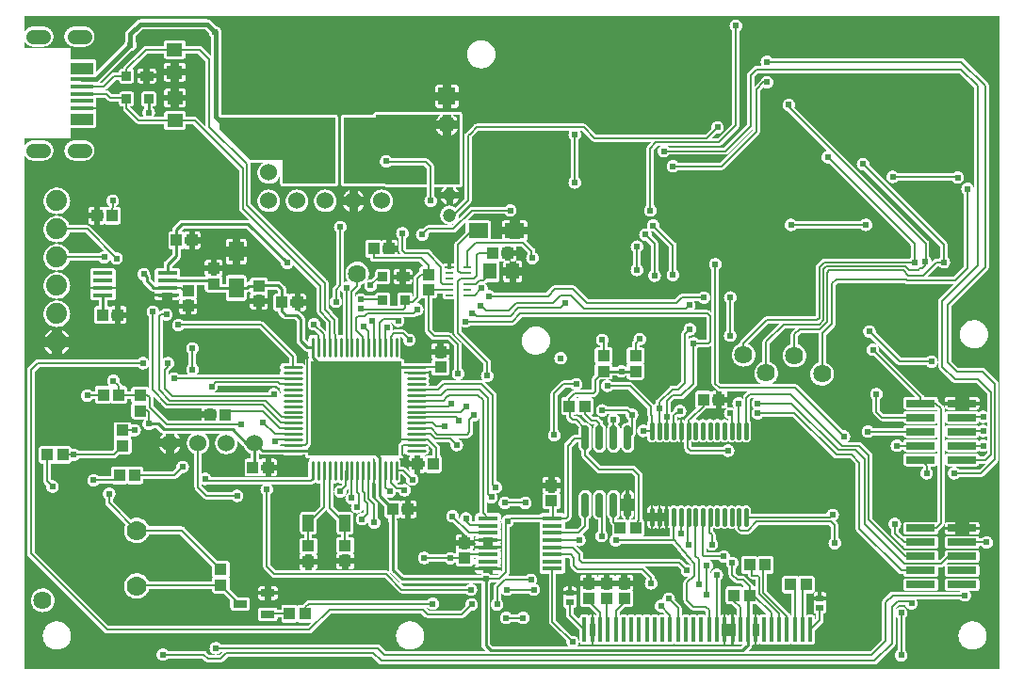
<source format=gtl>
G04 ---------------------------- Layer name :TOP LAYER*
G04 EasyEDA v5.7.26, Mon, 08 Oct 2018 11:53:26 GMT*
G04 3e30844db99a4207a4187d0db1b8c40a*
G04 Gerber Generator version 0.2*
G04 Scale: 100 percent, Rotated: No, Reflected: No *
G04 Dimensions in inches *
G04 leading zeros omitted , absolute positions ,2 integer and 4 decimal *
%FSLAX24Y24*%
%MOIN*%
G90*
G70D02*

%ADD10C,0.010000*%
%ADD11C,0.006000*%
%ADD12C,0.016000*%
%ADD13C,0.008000*%
%ADD14C,0.027559*%
%ADD15C,0.015748*%
%ADD16C,0.011024*%
%ADD17C,0.024400*%
%ADD18C,0.024000*%
%ADD19R,0.043307X0.039370*%
%ADD20R,0.039370X0.043307*%
%ADD21R,0.078740X0.017717*%
%ADD22R,0.078740X0.043307*%
%ADD23R,0.033000X0.033000*%
%ADD24R,0.047000X0.033000*%
%ADD25R,0.057870X0.045670*%
%ADD26R,0.053500X0.071500*%
%ADD27R,0.027600X0.009843*%
%ADD28R,0.045670X0.057870*%
%ADD29R,0.071500X0.053500*%
%ADD30R,0.025590X0.023620*%
%ADD31R,0.049213X0.027559*%
%ADD32R,0.071000X0.016000*%
%ADD33R,0.039370X0.060000*%
%ADD34R,0.102400X0.025600*%
%ADD35R,0.013780X0.086614*%
%ADD36R,0.062000X0.062000*%
%ADD37C,0.062000*%
%ADD38C,0.047240*%
%ADD39C,0.070000*%
%ADD40C,0.060000*%
%ADD41C,0.064000*%
%ADD42C,0.074000*%
%ADD43C,0.051181*%

%LPD*%
G36*
G01X11050Y17200D02*
G01X9200Y17200D01*
G01X9200Y18050D01*
G01X8050Y18050D01*
G01X6950Y19100D01*
G01X6950Y19550D01*
G01X11050Y19550D01*
G01X11050Y17200D01*
G37*

%LPC*%

%LPD*%
G36*
G01X34550Y25D02*
G01X50Y25D01*
G01X50Y18218D01*
G01X50Y18217D01*
G01X56Y18206D01*
G01X58Y18202D01*
G01X65Y18191D01*
G01X68Y18187D01*
G01X75Y18176D01*
G01X78Y18172D01*
G01X86Y18162D01*
G01X89Y18158D01*
G01X97Y18148D01*
G01X100Y18144D01*
G01X109Y18135D01*
G01X112Y18132D01*
G01X121Y18123D01*
G01X125Y18119D01*
G01X135Y18111D01*
G01X139Y18108D01*
G01X149Y18100D01*
G01X152Y18097D01*
G01X163Y18089D01*
G01X167Y18086D01*
G01X178Y18079D01*
G01X182Y18077D01*
G01X193Y18070D01*
G01X197Y18068D01*
G01X209Y18062D01*
G01X213Y18060D01*
G01X225Y18055D01*
G01X229Y18053D01*
G01X241Y18048D01*
G01X246Y18047D01*
G01X258Y18042D01*
G01X263Y18041D01*
G01X275Y18038D01*
G01X280Y18036D01*
G01X292Y18033D01*
G01X297Y18032D01*
G01X310Y18030D01*
G01X315Y18030D01*
G01X327Y18028D01*
G01X332Y18027D01*
G01X345Y18026D01*
G01X350Y18026D01*
G01X363Y18026D01*
G01X365Y18026D01*
G01X720Y18026D01*
G01X722Y18026D01*
G01X735Y18026D01*
G01X740Y18026D01*
G01X753Y18027D01*
G01X758Y18028D01*
G01X770Y18030D01*
G01X775Y18030D01*
G01X788Y18032D01*
G01X793Y18033D01*
G01X805Y18036D01*
G01X810Y18038D01*
G01X822Y18041D01*
G01X827Y18042D01*
G01X839Y18047D01*
G01X844Y18048D01*
G01X856Y18053D01*
G01X860Y18055D01*
G01X872Y18060D01*
G01X876Y18062D01*
G01X888Y18068D01*
G01X892Y18070D01*
G01X903Y18077D01*
G01X907Y18079D01*
G01X918Y18086D01*
G01X922Y18089D01*
G01X933Y18097D01*
G01X936Y18100D01*
G01X946Y18108D01*
G01X950Y18111D01*
G01X960Y18119D01*
G01X964Y18123D01*
G01X973Y18132D01*
G01X976Y18135D01*
G01X985Y18144D01*
G01X988Y18148D01*
G01X996Y18158D01*
G01X999Y18162D01*
G01X1007Y18172D01*
G01X1010Y18176D01*
G01X1017Y18187D01*
G01X1020Y18191D01*
G01X1027Y18202D01*
G01X1029Y18206D01*
G01X1035Y18217D01*
G01X1038Y18222D01*
G01X1043Y18233D01*
G01X1045Y18238D01*
G01X1050Y18249D01*
G01X1052Y18254D01*
G01X1056Y18266D01*
G01X1058Y18271D01*
G01X1062Y18283D01*
G01X1063Y18288D01*
G01X1066Y18300D01*
G01X1067Y18305D01*
G01X1070Y18318D01*
G01X1071Y18322D01*
G01X1072Y18335D01*
G01X1073Y18340D01*
G01X1074Y18353D01*
G01X1075Y18358D01*
G01X1075Y18370D01*
G01X1076Y18375D01*
G01X1076Y18388D01*
G01X1075Y18393D01*
G01X1075Y18406D01*
G01X1074Y18411D01*
G01X1073Y18424D01*
G01X1072Y18429D01*
G01X1071Y18441D01*
G01X1070Y18446D01*
G01X1067Y18459D01*
G01X1066Y18463D01*
G01X1063Y18476D01*
G01X1062Y18481D01*
G01X1058Y18493D01*
G01X1056Y18497D01*
G01X1052Y18509D01*
G01X1050Y18514D01*
G01X1045Y18526D01*
G01X1043Y18530D01*
G01X1038Y18542D01*
G01X1035Y18546D01*
G01X1029Y18558D01*
G01X1027Y18562D01*
G01X1020Y18573D01*
G01X1017Y18577D01*
G01X1010Y18588D01*
G01X1007Y18592D01*
G01X999Y18602D01*
G01X996Y18606D01*
G01X988Y18615D01*
G01X985Y18619D01*
G01X976Y18628D01*
G01X973Y18632D01*
G01X964Y18641D01*
G01X960Y18644D01*
G01X950Y18653D01*
G01X946Y18656D01*
G01X936Y18664D01*
G01X933Y18667D01*
G01X922Y18674D01*
G01X918Y18677D01*
G01X907Y18684D01*
G01X903Y18687D01*
G01X892Y18693D01*
G01X888Y18696D01*
G01X876Y18701D01*
G01X872Y18704D01*
G01X860Y18709D01*
G01X856Y18711D01*
G01X844Y18715D01*
G01X839Y18717D01*
G01X827Y18721D01*
G01X822Y18723D01*
G01X810Y18726D01*
G01X805Y18727D01*
G01X793Y18730D01*
G01X788Y18731D01*
G01X775Y18733D01*
G01X770Y18734D01*
G01X758Y18736D01*
G01X753Y18736D01*
G01X740Y18737D01*
G01X735Y18737D01*
G01X722Y18738D01*
G01X720Y18738D01*
G01X365Y18738D01*
G01X363Y18738D01*
G01X350Y18737D01*
G01X345Y18737D01*
G01X332Y18736D01*
G01X327Y18736D01*
G01X315Y18734D01*
G01X310Y18733D01*
G01X297Y18731D01*
G01X292Y18730D01*
G01X280Y18727D01*
G01X275Y18726D01*
G01X263Y18723D01*
G01X258Y18721D01*
G01X246Y18717D01*
G01X241Y18715D01*
G01X229Y18711D01*
G01X225Y18709D01*
G01X213Y18704D01*
G01X209Y18701D01*
G01X197Y18696D01*
G01X193Y18693D01*
G01X182Y18687D01*
G01X178Y18684D01*
G01X167Y18677D01*
G01X163Y18674D01*
G01X152Y18667D01*
G01X149Y18664D01*
G01X139Y18656D01*
G01X135Y18653D01*
G01X125Y18644D01*
G01X121Y18641D01*
G01X112Y18632D01*
G01X109Y18628D01*
G01X100Y18619D01*
G01X97Y18615D01*
G01X89Y18606D01*
G01X86Y18602D01*
G01X78Y18592D01*
G01X75Y18588D01*
G01X68Y18577D01*
G01X65Y18573D01*
G01X58Y18562D01*
G01X56Y18558D01*
G01X50Y18546D01*
G01X50Y18546D01*
G01X50Y18800D01*
G01X1700Y18800D01*
G01X1700Y19168D01*
G01X1700Y19168D01*
G01X1705Y19167D01*
G01X2492Y19167D01*
G01X2496Y19168D01*
G01X2500Y19168D01*
G01X2504Y19168D01*
G01X2508Y19169D01*
G01X2512Y19170D01*
G01X2516Y19171D01*
G01X2520Y19172D01*
G01X2524Y19173D01*
G01X2528Y19174D01*
G01X2532Y19176D01*
G01X2535Y19178D01*
G01X2539Y19180D01*
G01X2543Y19182D01*
G01X2546Y19184D01*
G01X2550Y19186D01*
G01X2553Y19189D01*
G01X2556Y19191D01*
G01X2559Y19194D01*
G01X2562Y19197D01*
G01X2565Y19200D01*
G01X2568Y19203D01*
G01X2570Y19206D01*
G01X2573Y19209D01*
G01X2575Y19213D01*
G01X2577Y19216D01*
G01X2579Y19220D01*
G01X2581Y19224D01*
G01X2583Y19227D01*
G01X2585Y19231D01*
G01X2586Y19235D01*
G01X2587Y19239D01*
G01X2588Y19243D01*
G01X2589Y19247D01*
G01X2590Y19251D01*
G01X2591Y19255D01*
G01X2591Y19259D01*
G01X2591Y19263D01*
G01X2592Y19267D01*
G01X2592Y19701D01*
G01X2591Y19705D01*
G01X2591Y19709D01*
G01X2591Y19713D01*
G01X2590Y19717D01*
G01X2589Y19721D01*
G01X2588Y19725D01*
G01X2587Y19729D01*
G01X2586Y19733D01*
G01X2585Y19737D01*
G01X2583Y19741D01*
G01X2581Y19744D01*
G01X2581Y19745D01*
G01X2581Y19746D01*
G01X2583Y19749D01*
G01X2585Y19753D01*
G01X2586Y19757D01*
G01X2587Y19761D01*
G01X2588Y19765D01*
G01X2589Y19769D01*
G01X2590Y19773D01*
G01X2591Y19777D01*
G01X2591Y19781D01*
G01X2591Y19785D01*
G01X2592Y19790D01*
G01X2592Y19834D01*
G01X2295Y19834D01*
G01X2295Y19801D01*
G01X1901Y19801D01*
G01X1901Y19834D01*
G01X1700Y19834D01*
G01X1700Y19922D01*
G01X1901Y19922D01*
G01X1901Y19946D01*
G01X2295Y19946D01*
G01X2295Y19922D01*
G01X2592Y19922D01*
G01X2592Y19967D01*
G01X2591Y19971D01*
G01X2591Y19975D01*
G01X2591Y19979D01*
G01X2590Y19983D01*
G01X2589Y19987D01*
G01X2588Y19991D01*
G01X2587Y19995D01*
G01X2586Y19999D01*
G01X2585Y20003D01*
G01X2583Y20006D01*
G01X2585Y20009D01*
G01X2586Y20013D01*
G01X2587Y20017D01*
G01X2588Y20021D01*
G01X2589Y20025D01*
G01X2590Y20029D01*
G01X2591Y20033D01*
G01X2591Y20037D01*
G01X2591Y20041D01*
G01X2592Y20046D01*
G01X2592Y20223D01*
G01X2591Y20227D01*
G01X2591Y20231D01*
G01X2591Y20235D01*
G01X2590Y20239D01*
G01X2589Y20243D01*
G01X2588Y20247D01*
G01X2587Y20251D01*
G01X2586Y20255D01*
G01X2585Y20259D01*
G01X2584Y20259D01*
G01X2906Y20259D01*
G01X3008Y20158D01*
G01X3011Y20154D01*
G01X3015Y20151D01*
G01X3018Y20148D01*
G01X3022Y20145D01*
G01X3026Y20142D01*
G01X3030Y20139D01*
G01X3035Y20137D01*
G01X3039Y20135D01*
G01X3043Y20132D01*
G01X3048Y20130D01*
G01X3052Y20128D01*
G01X3057Y20127D01*
G01X3061Y20125D01*
G01X3066Y20124D01*
G01X3071Y20123D01*
G01X3075Y20122D01*
G01X3080Y20121D01*
G01X3085Y20120D01*
G01X3090Y20120D01*
G01X3095Y20120D01*
G01X3100Y20119D01*
G01X3402Y20119D01*
G01X3402Y20038D01*
G01X3403Y20034D01*
G01X3403Y20030D01*
G01X3403Y20026D01*
G01X3404Y20022D01*
G01X3405Y20018D01*
G01X3406Y20014D01*
G01X3407Y20010D01*
G01X3408Y20006D01*
G01X3409Y20002D01*
G01X3411Y19998D01*
G01X3413Y19995D01*
G01X3415Y19991D01*
G01X3417Y19987D01*
G01X3419Y19984D01*
G01X3421Y19980D01*
G01X3424Y19977D01*
G01X3426Y19974D01*
G01X3429Y19971D01*
G01X3432Y19968D01*
G01X3435Y19965D01*
G01X3438Y19962D01*
G01X3441Y19960D01*
G01X3444Y19957D01*
G01X3448Y19955D01*
G01X3451Y19953D01*
G01X3455Y19951D01*
G01X3459Y19949D01*
G01X3462Y19947D01*
G01X3466Y19945D01*
G01X3470Y19944D01*
G01X3474Y19943D01*
G01X3478Y19942D01*
G01X3482Y19941D01*
G01X3486Y19940D01*
G01X3490Y19939D01*
G01X3494Y19939D01*
G01X3498Y19939D01*
G01X3502Y19938D01*
G01X3538Y19938D01*
G01X3538Y19882D01*
G01X3538Y19877D01*
G01X3538Y19872D01*
G01X3538Y19867D01*
G01X3539Y19862D01*
G01X3540Y19857D01*
G01X3541Y19853D01*
G01X3542Y19848D01*
G01X3543Y19843D01*
G01X3545Y19839D01*
G01X3546Y19834D01*
G01X3548Y19830D01*
G01X3550Y19825D01*
G01X3553Y19821D01*
G01X3555Y19817D01*
G01X3557Y19812D01*
G01X3560Y19808D01*
G01X3563Y19804D01*
G01X3566Y19800D01*
G01X3569Y19797D01*
G01X3572Y19793D01*
G01X3576Y19790D01*
G01X4008Y19358D01*
G01X4011Y19354D01*
G01X4015Y19351D01*
G01X4018Y19348D01*
G01X4022Y19345D01*
G01X4026Y19342D01*
G01X4030Y19339D01*
G01X4035Y19337D01*
G01X4039Y19335D01*
G01X4043Y19332D01*
G01X4048Y19330D01*
G01X4052Y19328D01*
G01X4057Y19327D01*
G01X4061Y19325D01*
G01X4066Y19324D01*
G01X4071Y19323D01*
G01X4075Y19322D01*
G01X4080Y19321D01*
G01X4085Y19320D01*
G01X4090Y19320D01*
G01X4095Y19320D01*
G01X4100Y19319D01*
G01X4985Y19319D01*
G01X4985Y19217D01*
G01X4986Y19212D01*
G01X4986Y19208D01*
G01X4986Y19204D01*
G01X4987Y19200D01*
G01X4988Y19196D01*
G01X4989Y19192D01*
G01X4990Y19188D01*
G01X4991Y19184D01*
G01X4992Y19180D01*
G01X4994Y19176D01*
G01X4996Y19173D01*
G01X4998Y19169D01*
G01X5000Y19165D01*
G01X5002Y19162D01*
G01X5004Y19158D01*
G01X5007Y19155D01*
G01X5009Y19152D01*
G01X5012Y19149D01*
G01X5015Y19146D01*
G01X5018Y19143D01*
G01X5021Y19140D01*
G01X5024Y19138D01*
G01X5027Y19135D01*
G01X5031Y19133D01*
G01X5034Y19131D01*
G01X5038Y19129D01*
G01X5042Y19127D01*
G01X5045Y19125D01*
G01X5049Y19123D01*
G01X5053Y19122D01*
G01X5057Y19121D01*
G01X5061Y19120D01*
G01X5065Y19119D01*
G01X5069Y19118D01*
G01X5073Y19117D01*
G01X5077Y19117D01*
G01X5081Y19117D01*
G01X5085Y19117D01*
G01X5664Y19117D01*
G01X5668Y19117D01*
G01X5672Y19117D01*
G01X5676Y19117D01*
G01X5680Y19118D01*
G01X5684Y19119D01*
G01X5688Y19120D01*
G01X5692Y19121D01*
G01X5696Y19122D01*
G01X5700Y19123D01*
G01X5704Y19125D01*
G01X5707Y19127D01*
G01X5711Y19129D01*
G01X5715Y19131D01*
G01X5718Y19133D01*
G01X5722Y19135D01*
G01X5725Y19138D01*
G01X5728Y19140D01*
G01X5731Y19143D01*
G01X5734Y19146D01*
G01X5737Y19149D01*
G01X5740Y19152D01*
G01X5742Y19155D01*
G01X5745Y19158D01*
G01X5747Y19162D01*
G01X5749Y19165D01*
G01X5751Y19169D01*
G01X5753Y19173D01*
G01X5755Y19176D01*
G01X5757Y19180D01*
G01X5758Y19184D01*
G01X5759Y19188D01*
G01X5760Y19192D01*
G01X5761Y19196D01*
G01X5762Y19200D01*
G01X5763Y19204D01*
G01X5763Y19208D01*
G01X5763Y19212D01*
G01X5764Y19217D01*
G01X5764Y19315D01*
G01X6025Y19315D01*
G01X7644Y17696D01*
G01X7644Y16325D01*
G01X7645Y16320D01*
G01X7645Y16315D01*
G01X7645Y16310D01*
G01X7646Y16305D01*
G01X7647Y16300D01*
G01X7648Y16296D01*
G01X7649Y16291D01*
G01X7650Y16286D01*
G01X7652Y16282D01*
G01X7653Y16277D01*
G01X7655Y16273D01*
G01X7657Y16268D01*
G01X7660Y16264D01*
G01X7662Y16259D01*
G01X7664Y16255D01*
G01X7667Y16251D01*
G01X7670Y16247D01*
G01X7673Y16243D01*
G01X7676Y16240D01*
G01X7679Y16236D01*
G01X7683Y16233D01*
G01X7999Y15916D01*
G01X7996Y15917D01*
G01X7991Y15919D01*
G01X7986Y15920D01*
G01X7981Y15921D01*
G01X7976Y15922D01*
G01X7971Y15923D01*
G01X7965Y15924D01*
G01X7960Y15924D01*
G01X7955Y15924D01*
G01X7950Y15925D01*
G01X5625Y15925D01*
G01X5619Y15924D01*
G01X5614Y15924D01*
G01X5609Y15924D01*
G01X5604Y15923D01*
G01X5599Y15922D01*
G01X5594Y15921D01*
G01X5589Y15920D01*
G01X5584Y15919D01*
G01X5579Y15917D01*
G01X5574Y15916D01*
G01X5569Y15914D01*
G01X5565Y15912D01*
G01X5560Y15910D01*
G01X5555Y15908D01*
G01X5551Y15905D01*
G01X5547Y15903D01*
G01X5542Y15900D01*
G01X5538Y15897D01*
G01X5534Y15894D01*
G01X5530Y15891D01*
G01X5526Y15888D01*
G01X5522Y15884D01*
G01X5518Y15881D01*
G01X5327Y15690D01*
G01X5324Y15686D01*
G01X5320Y15682D01*
G01X5317Y15678D01*
G01X5314Y15674D01*
G01X5311Y15670D01*
G01X5308Y15666D01*
G01X5305Y15661D01*
G01X5303Y15657D01*
G01X5300Y15653D01*
G01X5298Y15648D01*
G01X5296Y15643D01*
G01X5294Y15639D01*
G01X5292Y15634D01*
G01X5291Y15629D01*
G01X5289Y15624D01*
G01X5288Y15619D01*
G01X5287Y15614D01*
G01X5286Y15609D01*
G01X5285Y15604D01*
G01X5284Y15599D01*
G01X5284Y15594D01*
G01X5284Y15589D01*
G01X5284Y15584D01*
G01X5284Y15517D01*
G01X5238Y15517D01*
G01X5233Y15516D01*
G01X5229Y15516D01*
G01X5225Y15516D01*
G01X5221Y15515D01*
G01X5217Y15514D01*
G01X5213Y15513D01*
G01X5209Y15512D01*
G01X5205Y15511D01*
G01X5201Y15510D01*
G01X5197Y15508D01*
G01X5194Y15506D01*
G01X5190Y15504D01*
G01X5186Y15502D01*
G01X5183Y15500D01*
G01X5179Y15498D01*
G01X5176Y15495D01*
G01X5173Y15493D01*
G01X5170Y15490D01*
G01X5167Y15487D01*
G01X5164Y15484D01*
G01X5161Y15481D01*
G01X5159Y15478D01*
G01X5156Y15475D01*
G01X5154Y15471D01*
G01X5152Y15468D01*
G01X5150Y15464D01*
G01X5148Y15460D01*
G01X5146Y15457D01*
G01X5144Y15453D01*
G01X5143Y15449D01*
G01X5142Y15445D01*
G01X5141Y15441D01*
G01X5140Y15437D01*
G01X5139Y15433D01*
G01X5138Y15429D01*
G01X5138Y15425D01*
G01X5138Y15421D01*
G01X5138Y15417D01*
G01X5138Y14982D01*
G01X5138Y14978D01*
G01X5138Y14974D01*
G01X5138Y14970D01*
G01X5139Y14966D01*
G01X5140Y14962D01*
G01X5141Y14958D01*
G01X5142Y14954D01*
G01X5143Y14950D01*
G01X5144Y14946D01*
G01X5146Y14942D01*
G01X5148Y14939D01*
G01X5150Y14935D01*
G01X5152Y14931D01*
G01X5154Y14928D01*
G01X5156Y14924D01*
G01X5159Y14921D01*
G01X5161Y14918D01*
G01X5164Y14915D01*
G01X5167Y14912D01*
G01X5170Y14909D01*
G01X5173Y14906D01*
G01X5176Y14904D01*
G01X5179Y14901D01*
G01X5183Y14899D01*
G01X5186Y14897D01*
G01X5190Y14895D01*
G01X5194Y14893D01*
G01X5197Y14891D01*
G01X5201Y14889D01*
G01X5205Y14888D01*
G01X5209Y14887D01*
G01X5213Y14886D01*
G01X5217Y14885D01*
G01X5221Y14884D01*
G01X5225Y14883D01*
G01X5229Y14883D01*
G01X5233Y14883D01*
G01X5238Y14882D01*
G01X5284Y14882D01*
G01X5284Y14721D01*
G01X5018Y14456D01*
G01X5015Y14452D01*
G01X5011Y14448D01*
G01X5008Y14444D01*
G01X5005Y14440D01*
G01X5002Y14436D01*
G01X4999Y14432D01*
G01X4996Y14427D01*
G01X4994Y14423D01*
G01X4991Y14419D01*
G01X4989Y14414D01*
G01X4987Y14409D01*
G01X4985Y14405D01*
G01X4983Y14400D01*
G01X4982Y14395D01*
G01X4980Y14390D01*
G01X4979Y14385D01*
G01X4978Y14380D01*
G01X4977Y14375D01*
G01X4976Y14370D01*
G01X4975Y14365D01*
G01X4975Y14360D01*
G01X4975Y14355D01*
G01X4975Y14350D01*
G01X4975Y14209D01*
G01X4755Y14209D01*
G01X4750Y14209D01*
G01X4746Y14209D01*
G01X4742Y14209D01*
G01X4738Y14208D01*
G01X4734Y14207D01*
G01X4730Y14206D01*
G01X4726Y14205D01*
G01X4722Y14204D01*
G01X4718Y14203D01*
G01X4714Y14201D01*
G01X4711Y14199D01*
G01X4707Y14197D01*
G01X4703Y14195D01*
G01X4700Y14193D01*
G01X4696Y14191D01*
G01X4693Y14188D01*
G01X4690Y14186D01*
G01X4687Y14183D01*
G01X4684Y14180D01*
G01X4681Y14177D01*
G01X4678Y14174D01*
G01X4676Y14171D01*
G01X4673Y14168D01*
G01X4671Y14164D01*
G01X4669Y14161D01*
G01X4667Y14157D01*
G01X4665Y14153D01*
G01X4663Y14150D01*
G01X4661Y14146D01*
G01X4660Y14142D01*
G01X4659Y14138D01*
G01X4658Y14134D01*
G01X4657Y14130D01*
G01X4656Y14126D01*
G01X4655Y14122D01*
G01X4655Y14118D01*
G01X4655Y14114D01*
G01X4655Y14109D01*
G01X4655Y13950D01*
G01X4655Y13945D01*
G01X4655Y13941D01*
G01X4655Y13937D01*
G01X4656Y13933D01*
G01X4657Y13929D01*
G01X4658Y13925D01*
G01X4659Y13921D01*
G01X4660Y13917D01*
G01X4661Y13913D01*
G01X4663Y13909D01*
G01X4665Y13906D01*
G01X4667Y13902D01*
G01X4668Y13900D01*
G01X4667Y13897D01*
G01X4665Y13893D01*
G01X4663Y13890D01*
G01X4661Y13886D01*
G01X4660Y13882D01*
G01X4659Y13878D01*
G01X4658Y13874D01*
G01X4657Y13870D01*
G01X4656Y13866D01*
G01X4655Y13862D01*
G01X4655Y13858D01*
G01X4655Y13854D01*
G01X4655Y13850D01*
G01X4655Y13707D01*
G01X4525Y13837D01*
G01X4525Y13900D01*
G01X4524Y13905D01*
G01X4524Y13910D01*
G01X4524Y13915D01*
G01X4523Y13920D01*
G01X4522Y13925D01*
G01X4521Y13930D01*
G01X4520Y13935D01*
G01X4519Y13940D01*
G01X4517Y13945D01*
G01X4516Y13950D01*
G01X4514Y13955D01*
G01X4512Y13959D01*
G01X4510Y13964D01*
G01X4508Y13969D01*
G01X4505Y13973D01*
G01X4503Y13977D01*
G01X4500Y13982D01*
G01X4497Y13986D01*
G01X4497Y13986D01*
G01X4497Y14000D01*
G01X4496Y14022D01*
G01X4493Y14044D01*
G01X4488Y14065D01*
G01X4480Y14086D01*
G01X4470Y14106D01*
G01X4459Y14125D01*
G01X4445Y14143D01*
G01X4430Y14159D01*
G01X4414Y14174D01*
G01X4395Y14187D01*
G01X4376Y14198D01*
G01X4356Y14207D01*
G01X4335Y14214D01*
G01X4313Y14219D01*
G01X4291Y14222D01*
G01X4269Y14222D01*
G01X4247Y14221D01*
G01X4225Y14217D01*
G01X4203Y14211D01*
G01X4183Y14203D01*
G01X4163Y14193D01*
G01X4144Y14181D01*
G01X4127Y14167D01*
G01X4111Y14151D01*
G01X4097Y14134D01*
G01X4084Y14116D01*
G01X4074Y14096D01*
G01X4065Y14076D01*
G01X4058Y14055D01*
G01X4054Y14033D01*
G01X4052Y14011D01*
G01X4052Y13988D01*
G01X4054Y13966D01*
G01X4058Y13944D01*
G01X4065Y13923D01*
G01X4074Y13903D01*
G01X4084Y13883D01*
G01X4097Y13865D01*
G01X4111Y13848D01*
G01X4127Y13832D01*
G01X4144Y13818D01*
G01X4163Y13806D01*
G01X4183Y13796D01*
G01X4203Y13788D01*
G01X4225Y13782D01*
G01X4225Y13775D01*
G01X4225Y13769D01*
G01X4225Y13764D01*
G01X4225Y13759D01*
G01X4226Y13754D01*
G01X4227Y13749D01*
G01X4228Y13744D01*
G01X4229Y13739D01*
G01X4230Y13734D01*
G01X4232Y13729D01*
G01X4233Y13724D01*
G01X4235Y13719D01*
G01X4237Y13715D01*
G01X4239Y13710D01*
G01X4241Y13705D01*
G01X4244Y13701D01*
G01X4246Y13697D01*
G01X4249Y13692D01*
G01X4252Y13688D01*
G01X4255Y13684D01*
G01X4258Y13680D01*
G01X4261Y13676D01*
G01X4265Y13672D01*
G01X4268Y13668D01*
G01X4523Y13413D01*
G01X4527Y13410D01*
G01X4531Y13406D01*
G01X4535Y13403D01*
G01X4539Y13400D01*
G01X4543Y13397D01*
G01X4547Y13394D01*
G01X4552Y13391D01*
G01X4556Y13389D01*
G01X4560Y13386D01*
G01X4565Y13384D01*
G01X4570Y13382D01*
G01X4574Y13380D01*
G01X4579Y13378D01*
G01X4584Y13377D01*
G01X4589Y13375D01*
G01X4594Y13374D01*
G01X4599Y13373D01*
G01X4604Y13372D01*
G01X4609Y13371D01*
G01X4614Y13370D01*
G01X4619Y13370D01*
G01X4624Y13370D01*
G01X4630Y13369D01*
G01X4659Y13369D01*
G01X4659Y13368D01*
G01X4658Y13364D01*
G01X4657Y13360D01*
G01X4656Y13356D01*
G01X4655Y13352D01*
G01X4655Y13348D01*
G01X4655Y13344D01*
G01X4655Y13340D01*
G01X4655Y13300D01*
G01X4932Y13300D01*
G01X4932Y13340D01*
G01X5287Y13340D01*
G01X5287Y13300D01*
G01X5532Y13300D01*
G01X5532Y13219D01*
G01X5287Y13219D01*
G01X5287Y13080D01*
G01X5464Y13080D01*
G01X5469Y13080D01*
G01X5473Y13080D01*
G01X5477Y13080D01*
G01X5481Y13081D01*
G01X5485Y13082D01*
G01X5489Y13083D01*
G01X5493Y13084D01*
G01X5497Y13085D01*
G01X5501Y13086D01*
G01X5505Y13088D01*
G01X5508Y13090D01*
G01X5512Y13092D01*
G01X5516Y13094D01*
G01X5519Y13096D01*
G01X5523Y13098D01*
G01X5526Y13101D01*
G01X5529Y13103D01*
G01X5532Y13106D01*
G01X5535Y13109D01*
G01X5538Y13112D01*
G01X5541Y13115D01*
G01X5543Y13118D01*
G01X5546Y13121D01*
G01X5548Y13125D01*
G01X5550Y13128D01*
G01X5552Y13132D01*
G01X5554Y13136D01*
G01X5556Y13139D01*
G01X5558Y13143D01*
G01X5559Y13147D01*
G01X5560Y13150D01*
G01X5562Y13148D01*
G01X5565Y13145D01*
G01X5568Y13142D01*
G01X5571Y13140D01*
G01X5571Y13140D01*
G01X5571Y13139D01*
G01X5568Y13137D01*
G01X5565Y13134D01*
G01X5562Y13131D01*
G01X5559Y13128D01*
G01X5556Y13125D01*
G01X5554Y13122D01*
G01X5551Y13119D01*
G01X5549Y13115D01*
G01X5547Y13112D01*
G01X5545Y13108D01*
G01X5543Y13104D01*
G01X5541Y13101D01*
G01X5539Y13097D01*
G01X5538Y13093D01*
G01X5537Y13089D01*
G01X5536Y13085D01*
G01X5535Y13081D01*
G01X5534Y13077D01*
G01X5533Y13073D01*
G01X5533Y13069D01*
G01X5533Y13065D01*
G01X5532Y13061D01*
G01X5532Y12962D01*
G01X5533Y12962D01*
G01X5741Y12962D01*
G01X5741Y13119D01*
G01X5958Y13119D01*
G01X5958Y12962D01*
G01X6166Y12962D01*
G01X6167Y12962D01*
G01X6167Y13061D01*
G01X6166Y13065D01*
G01X6166Y13069D01*
G01X6166Y13073D01*
G01X6165Y13077D01*
G01X6164Y13081D01*
G01X6163Y13085D01*
G01X6162Y13089D01*
G01X6161Y13093D01*
G01X6160Y13097D01*
G01X6158Y13101D01*
G01X6156Y13104D01*
G01X6154Y13108D01*
G01X6152Y13112D01*
G01X6150Y13115D01*
G01X6148Y13119D01*
G01X6145Y13122D01*
G01X6143Y13125D01*
G01X6140Y13128D01*
G01X6137Y13131D01*
G01X6134Y13134D01*
G01X6131Y13137D01*
G01X6128Y13139D01*
G01X6128Y13140D01*
G01X6128Y13140D01*
G01X6131Y13142D01*
G01X6134Y13145D01*
G01X6137Y13148D01*
G01X6140Y13151D01*
G01X6143Y13154D01*
G01X6145Y13157D01*
G01X6148Y13160D01*
G01X6150Y13164D01*
G01X6152Y13167D01*
G01X6154Y13171D01*
G01X6156Y13175D01*
G01X6158Y13178D01*
G01X6160Y13182D01*
G01X6161Y13186D01*
G01X6162Y13190D01*
G01X6163Y13194D01*
G01X6164Y13198D01*
G01X6165Y13202D01*
G01X6166Y13206D01*
G01X6166Y13210D01*
G01X6166Y13214D01*
G01X6167Y13219D01*
G01X6167Y13611D01*
G01X6166Y13616D01*
G01X6166Y13619D01*
G01X6432Y13619D01*
G01X6432Y13463D01*
G01X6433Y13458D01*
G01X6433Y13454D01*
G01X6433Y13450D01*
G01X6434Y13446D01*
G01X6435Y13442D01*
G01X6436Y13438D01*
G01X6437Y13434D01*
G01X6438Y13430D01*
G01X6439Y13426D01*
G01X6441Y13422D01*
G01X6443Y13419D01*
G01X6445Y13415D01*
G01X6447Y13411D01*
G01X6449Y13408D01*
G01X6451Y13404D01*
G01X6454Y13401D01*
G01X6456Y13398D01*
G01X6459Y13395D01*
G01X6462Y13392D01*
G01X6465Y13389D01*
G01X6468Y13386D01*
G01X6471Y13384D01*
G01X6474Y13381D01*
G01X6478Y13379D01*
G01X6481Y13377D01*
G01X6485Y13375D01*
G01X6489Y13373D01*
G01X6492Y13371D01*
G01X6496Y13369D01*
G01X6500Y13368D01*
G01X6504Y13367D01*
G01X6508Y13366D01*
G01X6512Y13365D01*
G01X6516Y13364D01*
G01X6520Y13363D01*
G01X6524Y13363D01*
G01X6528Y13363D01*
G01X6532Y13363D01*
G01X6915Y13363D01*
G01X6919Y13362D01*
G01X6924Y13361D01*
G01X6929Y13360D01*
G01X6934Y13359D01*
G01X6939Y13359D01*
G01X6944Y13359D01*
G01X6950Y13359D01*
G01X7172Y13359D01*
G01X7172Y13151D01*
G01X7172Y13147D01*
G01X7172Y13143D01*
G01X7172Y13139D01*
G01X7173Y13135D01*
G01X7174Y13131D01*
G01X7175Y13127D01*
G01X7176Y13123D01*
G01X7177Y13119D01*
G01X7178Y13115D01*
G01X7180Y13111D01*
G01X7182Y13108D01*
G01X7184Y13104D01*
G01X7186Y13100D01*
G01X7188Y13097D01*
G01X7190Y13093D01*
G01X7193Y13090D01*
G01X7195Y13087D01*
G01X7198Y13084D01*
G01X7201Y13081D01*
G01X7204Y13078D01*
G01X7207Y13075D01*
G01X7210Y13073D01*
G01X7213Y13070D01*
G01X7217Y13068D01*
G01X7220Y13066D01*
G01X7224Y13064D01*
G01X7228Y13062D01*
G01X7231Y13060D01*
G01X7235Y13058D01*
G01X7239Y13057D01*
G01X7243Y13056D01*
G01X7247Y13055D01*
G01X7251Y13054D01*
G01X7255Y13053D01*
G01X7259Y13052D01*
G01X7263Y13052D01*
G01X7267Y13052D01*
G01X7272Y13051D01*
G01X7806Y13051D01*
G01X7811Y13052D01*
G01X7815Y13052D01*
G01X7819Y13052D01*
G01X7823Y13053D01*
G01X7827Y13054D01*
G01X7831Y13055D01*
G01X7835Y13056D01*
G01X7839Y13057D01*
G01X7843Y13058D01*
G01X7847Y13060D01*
G01X7850Y13062D01*
G01X7854Y13064D01*
G01X7858Y13066D01*
G01X7861Y13068D01*
G01X7865Y13070D01*
G01X7868Y13073D01*
G01X7871Y13075D01*
G01X7874Y13078D01*
G01X7877Y13081D01*
G01X7880Y13084D01*
G01X7883Y13087D01*
G01X7885Y13090D01*
G01X7888Y13093D01*
G01X7890Y13097D01*
G01X7892Y13100D01*
G01X7894Y13104D01*
G01X7896Y13108D01*
G01X7898Y13111D01*
G01X7900Y13115D01*
G01X7901Y13119D01*
G01X7902Y13123D01*
G01X7903Y13127D01*
G01X7904Y13131D01*
G01X7905Y13135D01*
G01X7906Y13139D01*
G01X7906Y13143D01*
G01X7906Y13147D01*
G01X7906Y13151D01*
G01X7906Y13359D01*
G01X7918Y13359D01*
G01X7920Y13359D01*
G01X7923Y13359D01*
G01X7924Y13359D01*
G01X7925Y13359D01*
G01X7927Y13359D01*
G01X7931Y13359D01*
G01X7932Y13359D01*
G01X7932Y13359D01*
G01X7935Y13360D01*
G01X7938Y13360D01*
G01X7939Y13360D01*
G01X7940Y13360D01*
G01X7943Y13361D01*
G01X7945Y13361D01*
G01X7946Y13361D01*
G01X7947Y13361D01*
G01X7950Y13362D01*
G01X7953Y13363D01*
G01X7954Y13363D01*
G01X7955Y13363D01*
G01X7957Y13364D01*
G01X7960Y13365D01*
G01X7961Y13365D01*
G01X7962Y13365D01*
G01X7964Y13366D01*
G01X7967Y13367D01*
G01X7968Y13367D01*
G01X7969Y13368D01*
G01X7971Y13368D01*
G01X7974Y13370D01*
G01X7975Y13370D01*
G01X7976Y13370D01*
G01X7978Y13371D01*
G01X7981Y13373D01*
G01X7982Y13373D01*
G01X7983Y13373D01*
G01X7985Y13375D01*
G01X7988Y13376D01*
G01X7988Y13376D01*
G01X7989Y13377D01*
G01X7992Y13378D01*
G01X7994Y13380D01*
G01X7995Y13380D01*
G01X7996Y13381D01*
G01X7998Y13382D01*
G01X8000Y13384D01*
G01X8001Y13384D01*
G01X8002Y13385D01*
G01X8004Y13386D01*
G01X8007Y13388D01*
G01X8007Y13388D01*
G01X8008Y13389D01*
G01X8011Y13391D01*
G01X8012Y13392D01*
G01X8013Y13393D01*
G01X8014Y13394D01*
G01X8016Y13396D01*
G01X8018Y13397D01*
G01X8019Y13398D01*
G01X8020Y13399D01*
G01X8022Y13401D01*
G01X8024Y13402D01*
G01X8032Y13411D01*
G01X8032Y13394D01*
G01X8033Y13389D01*
G01X8033Y13385D01*
G01X8033Y13381D01*
G01X8034Y13377D01*
G01X8035Y13373D01*
G01X8036Y13369D01*
G01X8037Y13365D01*
G01X8038Y13361D01*
G01X8039Y13357D01*
G01X8041Y13353D01*
G01X8043Y13350D01*
G01X8045Y13346D01*
G01X8047Y13342D01*
G01X8049Y13339D01*
G01X8051Y13335D01*
G01X8054Y13332D01*
G01X8056Y13329D01*
G01X8059Y13326D01*
G01X8062Y13323D01*
G01X8065Y13320D01*
G01X8068Y13317D01*
G01X8071Y13315D01*
G01X8071Y13315D01*
G01X8071Y13314D01*
G01X8068Y13312D01*
G01X8065Y13309D01*
G01X8062Y13306D01*
G01X8059Y13303D01*
G01X8056Y13300D01*
G01X8054Y13297D01*
G01X8051Y13294D01*
G01X8049Y13290D01*
G01X8047Y13287D01*
G01X8045Y13283D01*
G01X8043Y13279D01*
G01X8041Y13276D01*
G01X8039Y13272D01*
G01X8038Y13268D01*
G01X8037Y13264D01*
G01X8036Y13260D01*
G01X8035Y13256D01*
G01X8034Y13252D01*
G01X8033Y13248D01*
G01X8033Y13244D01*
G01X8033Y13240D01*
G01X8032Y13236D01*
G01X8032Y13137D01*
G01X8033Y13137D01*
G01X8241Y13137D01*
G01X8241Y13294D01*
G01X8458Y13294D01*
G01X8458Y13137D01*
G01X8666Y13137D01*
G01X8667Y13137D01*
G01X8667Y13236D01*
G01X8666Y13240D01*
G01X8666Y13244D01*
G01X8666Y13248D01*
G01X8665Y13252D01*
G01X8664Y13256D01*
G01X8663Y13260D01*
G01X8662Y13264D01*
G01X8661Y13268D01*
G01X8660Y13272D01*
G01X8658Y13276D01*
G01X8656Y13279D01*
G01X8654Y13283D01*
G01X8652Y13287D01*
G01X8650Y13290D01*
G01X8648Y13294D01*
G01X8645Y13297D01*
G01X8643Y13300D01*
G01X8640Y13303D01*
G01X8637Y13306D01*
G01X8634Y13309D01*
G01X8631Y13312D01*
G01X8628Y13314D01*
G01X8628Y13315D01*
G01X8628Y13315D01*
G01X8631Y13317D01*
G01X8634Y13320D01*
G01X8637Y13323D01*
G01X8640Y13326D01*
G01X8643Y13329D01*
G01X8645Y13332D01*
G01X8648Y13335D01*
G01X8650Y13339D01*
G01X8652Y13342D01*
G01X8654Y13346D01*
G01X8656Y13350D01*
G01X8658Y13353D01*
G01X8660Y13357D01*
G01X8661Y13361D01*
G01X8662Y13365D01*
G01X8663Y13369D01*
G01X8664Y13373D01*
G01X8665Y13377D01*
G01X8666Y13381D01*
G01X8666Y13385D01*
G01X8666Y13389D01*
G01X8667Y13394D01*
G01X8667Y13450D01*
G01X8962Y13450D01*
G01X9009Y13403D01*
G01X9009Y13317D01*
G01X8963Y13317D01*
G01X8958Y13316D01*
G01X8954Y13316D01*
G01X8950Y13316D01*
G01X8946Y13315D01*
G01X8942Y13314D01*
G01X8938Y13313D01*
G01X8934Y13312D01*
G01X8930Y13311D01*
G01X8926Y13310D01*
G01X8922Y13308D01*
G01X8919Y13306D01*
G01X8915Y13304D01*
G01X8911Y13302D01*
G01X8908Y13300D01*
G01X8904Y13298D01*
G01X8901Y13295D01*
G01X8898Y13293D01*
G01X8895Y13290D01*
G01X8892Y13287D01*
G01X8889Y13284D01*
G01X8886Y13281D01*
G01X8884Y13278D01*
G01X8881Y13275D01*
G01X8879Y13271D01*
G01X8877Y13268D01*
G01X8875Y13264D01*
G01X8873Y13260D01*
G01X8871Y13257D01*
G01X8869Y13253D01*
G01X8868Y13249D01*
G01X8867Y13245D01*
G01X8866Y13241D01*
G01X8865Y13237D01*
G01X8864Y13233D01*
G01X8863Y13229D01*
G01X8863Y13225D01*
G01X8863Y13221D01*
G01X8863Y13217D01*
G01X8863Y12782D01*
G01X8863Y12778D01*
G01X8863Y12774D01*
G01X8863Y12770D01*
G01X8864Y12766D01*
G01X8865Y12762D01*
G01X8866Y12758D01*
G01X8867Y12754D01*
G01X8868Y12750D01*
G01X8869Y12746D01*
G01X8871Y12742D01*
G01X8873Y12739D01*
G01X8875Y12735D01*
G01X8877Y12731D01*
G01X8879Y12728D01*
G01X8881Y12724D01*
G01X8884Y12721D01*
G01X8886Y12718D01*
G01X8889Y12715D01*
G01X8892Y12712D01*
G01X8895Y12709D01*
G01X8898Y12706D01*
G01X8901Y12704D01*
G01X8904Y12701D01*
G01X8908Y12699D01*
G01X8911Y12697D01*
G01X8915Y12695D01*
G01X8919Y12693D01*
G01X8922Y12691D01*
G01X8926Y12689D01*
G01X8930Y12688D01*
G01X8934Y12687D01*
G01X8938Y12686D01*
G01X8942Y12685D01*
G01X8946Y12684D01*
G01X8950Y12683D01*
G01X8954Y12683D01*
G01X8958Y12683D01*
G01X8963Y12682D01*
G01X9000Y12682D01*
G01X9001Y12679D01*
G01X9002Y12674D01*
G01X9003Y12669D01*
G01X9004Y12664D01*
G01X9005Y12659D01*
G01X9007Y12654D01*
G01X9008Y12649D01*
G01X9010Y12644D01*
G01X9012Y12640D01*
G01X9014Y12635D01*
G01X9016Y12630D01*
G01X9019Y12626D01*
G01X9021Y12622D01*
G01X9024Y12617D01*
G01X9027Y12613D01*
G01X9030Y12609D01*
G01X9033Y12605D01*
G01X9036Y12601D01*
G01X9040Y12597D01*
G01X9043Y12593D01*
G01X9193Y12443D01*
G01X9197Y12440D01*
G01X9201Y12436D01*
G01X9205Y12433D01*
G01X9209Y12430D01*
G01X9213Y12427D01*
G01X9217Y12424D01*
G01X9222Y12421D01*
G01X9226Y12419D01*
G01X9230Y12416D01*
G01X9235Y12414D01*
G01X9240Y12412D01*
G01X9244Y12410D01*
G01X9249Y12408D01*
G01X9254Y12407D01*
G01X9259Y12405D01*
G01X9264Y12404D01*
G01X9269Y12403D01*
G01X9274Y12402D01*
G01X9279Y12401D01*
G01X9284Y12400D01*
G01X9289Y12400D01*
G01X9294Y12400D01*
G01X9300Y12400D01*
G01X9637Y12400D01*
G01X9675Y12362D01*
G01X9675Y11650D01*
G01X9675Y11644D01*
G01X9675Y11639D01*
G01X9675Y11634D01*
G01X9676Y11629D01*
G01X9677Y11624D01*
G01X9678Y11619D01*
G01X9679Y11614D01*
G01X9680Y11609D01*
G01X9682Y11604D01*
G01X9683Y11599D01*
G01X9685Y11594D01*
G01X9687Y11590D01*
G01X9689Y11585D01*
G01X9691Y11580D01*
G01X9694Y11576D01*
G01X9696Y11572D01*
G01X9699Y11567D01*
G01X9702Y11563D01*
G01X9705Y11559D01*
G01X9708Y11555D01*
G01X9711Y11551D01*
G01X9715Y11547D01*
G01X9718Y11543D01*
G01X9957Y11305D01*
G01X9961Y11301D01*
G01X9965Y11298D01*
G01X9968Y11295D01*
G01X9972Y11291D01*
G01X9977Y11288D01*
G01X9981Y11285D01*
G01X9985Y11283D01*
G01X9990Y11280D01*
G01X9994Y11278D01*
G01X9999Y11275D01*
G01X10003Y11273D01*
G01X10008Y11271D01*
G01X10013Y11270D01*
G01X10018Y11268D01*
G01X10023Y11266D01*
G01X10028Y11265D01*
G01X10033Y11264D01*
G01X10038Y11263D01*
G01X10043Y11262D01*
G01X10048Y11262D01*
G01X10053Y11261D01*
G01X10058Y11261D01*
G01X10063Y11261D01*
G01X10103Y11261D01*
G01X10103Y11112D01*
G01X10103Y11109D01*
G01X10103Y11106D01*
G01X10103Y11100D01*
G01X10103Y11097D01*
G01X10104Y11092D01*
G01X10104Y11089D01*
G01X10105Y11084D01*
G01X10106Y11081D01*
G01X10107Y11075D01*
G01X10108Y11072D01*
G01X10109Y11070D01*
G01X10109Y11044D01*
G01X10109Y11038D01*
G01X10109Y11033D01*
G01X10109Y11028D01*
G01X10110Y11023D01*
G01X10111Y11018D01*
G01X10112Y11013D01*
G01X10113Y11008D01*
G01X10114Y11003D01*
G01X10115Y11000D01*
G01X10075Y11000D01*
G01X10070Y10999D01*
G01X10066Y10999D01*
G01X10062Y10999D01*
G01X10058Y10998D01*
G01X10054Y10997D01*
G01X10050Y10996D01*
G01X10046Y10995D01*
G01X10042Y10994D01*
G01X10038Y10993D01*
G01X10034Y10991D01*
G01X10031Y10989D01*
G01X10027Y10987D01*
G01X10023Y10985D01*
G01X10020Y10983D01*
G01X10016Y10981D01*
G01X10013Y10978D01*
G01X10010Y10976D01*
G01X10007Y10973D01*
G01X10004Y10970D01*
G01X10001Y10967D01*
G01X9998Y10964D01*
G01X9996Y10961D01*
G01X9993Y10958D01*
G01X9991Y10954D01*
G01X9989Y10951D01*
G01X9987Y10947D01*
G01X9985Y10943D01*
G01X9983Y10940D01*
G01X9981Y10936D01*
G01X9980Y10932D01*
G01X9979Y10928D01*
G01X9978Y10924D01*
G01X9977Y10920D01*
G01X9976Y10916D01*
G01X9975Y10912D01*
G01X9975Y10908D01*
G01X9975Y10904D01*
G01X9975Y10900D01*
G01X9975Y10793D01*
G01X9972Y10796D01*
G01X9970Y10799D01*
G01X9966Y10803D01*
G01X9964Y10805D01*
G01X9961Y10809D01*
G01X9959Y10812D01*
G01X9955Y10815D01*
G01X9952Y10817D01*
G01X9948Y10821D01*
G01X9946Y10823D01*
G01X9941Y10826D01*
G01X9939Y10828D01*
G01X9934Y10831D01*
G01X9932Y10833D01*
G01X9927Y10836D01*
G01X9925Y10837D01*
G01X9920Y10840D01*
G01X9917Y10841D01*
G01X9912Y10844D01*
G01X9909Y10845D01*
G01X9904Y10847D01*
G01X9901Y10848D01*
G01X9896Y10850D01*
G01X9893Y10851D01*
G01X9888Y10852D01*
G01X9885Y10853D01*
G01X9880Y10854D01*
G01X9877Y10855D01*
G01X9871Y10856D01*
G01X9868Y10856D01*
G01X9863Y10857D01*
G01X9860Y10857D01*
G01X9854Y10857D01*
G01X9851Y10857D01*
G01X9848Y10857D01*
G01X9680Y10857D01*
G01X9680Y11075D01*
G01X9679Y11079D01*
G01X9679Y11084D01*
G01X9679Y11089D01*
G01X9678Y11094D01*
G01X9677Y11099D01*
G01X9676Y11103D01*
G01X9675Y11108D01*
G01X9674Y11113D01*
G01X9672Y11117D01*
G01X9671Y11122D01*
G01X9669Y11126D01*
G01X9667Y11131D01*
G01X9664Y11135D01*
G01X9662Y11140D01*
G01X9660Y11144D01*
G01X9657Y11148D01*
G01X9654Y11152D01*
G01X9651Y11156D01*
G01X9648Y11159D01*
G01X9645Y11163D01*
G01X9641Y11166D01*
G01X8516Y12291D01*
G01X8513Y12295D01*
G01X8509Y12298D01*
G01X8506Y12301D01*
G01X8502Y12304D01*
G01X8498Y12307D01*
G01X8494Y12310D01*
G01X8489Y12312D01*
G01X8485Y12314D01*
G01X8481Y12317D01*
G01X8476Y12319D01*
G01X8472Y12321D01*
G01X8467Y12322D01*
G01X8463Y12324D01*
G01X8458Y12325D01*
G01X8453Y12326D01*
G01X8449Y12327D01*
G01X8444Y12328D01*
G01X8439Y12329D01*
G01X8434Y12329D01*
G01X8429Y12329D01*
G01X8425Y12330D01*
G01X5680Y12330D01*
G01X5670Y12343D01*
G01X5655Y12359D01*
G01X5639Y12374D01*
G01X5620Y12387D01*
G01X5601Y12398D01*
G01X5581Y12407D01*
G01X5560Y12414D01*
G01X5538Y12419D01*
G01X5516Y12422D01*
G01X5494Y12422D01*
G01X5472Y12421D01*
G01X5450Y12417D01*
G01X5428Y12411D01*
G01X5408Y12403D01*
G01X5388Y12393D01*
G01X5369Y12381D01*
G01X5352Y12367D01*
G01X5336Y12351D01*
G01X5322Y12334D01*
G01X5309Y12316D01*
G01X5299Y12296D01*
G01X5290Y12276D01*
G01X5283Y12255D01*
G01X5279Y12233D01*
G01X5277Y12211D01*
G01X5277Y12188D01*
G01X5279Y12166D01*
G01X5283Y12144D01*
G01X5290Y12123D01*
G01X5299Y12103D01*
G01X5309Y12083D01*
G01X5322Y12065D01*
G01X5336Y12048D01*
G01X5352Y12032D01*
G01X5369Y12018D01*
G01X5388Y12006D01*
G01X5408Y11996D01*
G01X5428Y11988D01*
G01X5450Y11982D01*
G01X5472Y11978D01*
G01X5494Y11977D01*
G01X5516Y11977D01*
G01X5538Y11980D01*
G01X5560Y11985D01*
G01X5581Y11992D01*
G01X5601Y12001D01*
G01X5620Y12012D01*
G01X5639Y12025D01*
G01X5655Y12040D01*
G01X5670Y12056D01*
G01X5680Y12069D01*
G01X8371Y12069D01*
G01X9419Y11021D01*
G01X9419Y10857D01*
G01X9250Y10857D01*
G01X9247Y10857D01*
G01X9244Y10857D01*
G01X9239Y10857D01*
G01X9236Y10857D01*
G01X9230Y10856D01*
G01X9227Y10856D01*
G01X9222Y10855D01*
G01X9219Y10854D01*
G01X9213Y10853D01*
G01X9210Y10852D01*
G01X9205Y10851D01*
G01X9202Y10850D01*
G01X9197Y10848D01*
G01X9194Y10847D01*
G01X9189Y10845D01*
G01X9186Y10844D01*
G01X9181Y10841D01*
G01X9179Y10840D01*
G01X9174Y10837D01*
G01X9171Y10836D01*
G01X9167Y10833D01*
G01X9164Y10831D01*
G01X9159Y10828D01*
G01X9157Y10826D01*
G01X9152Y10823D01*
G01X9150Y10821D01*
G01X9146Y10817D01*
G01X9144Y10815D01*
G01X9140Y10812D01*
G01X9138Y10809D01*
G01X9134Y10805D01*
G01X9132Y10803D01*
G01X9128Y10799D01*
G01X9127Y10796D01*
G01X9123Y10792D01*
G01X9122Y10790D01*
G01X9119Y10785D01*
G01X9117Y10782D01*
G01X9114Y10777D01*
G01X9113Y10775D01*
G01X9110Y10770D01*
G01X9109Y10767D01*
G01X9107Y10762D01*
G01X9106Y10759D01*
G01X9104Y10754D01*
G01X9103Y10751D01*
G01X9101Y10746D01*
G01X9100Y10743D01*
G01X9099Y10738D01*
G01X9098Y10735D01*
G01X9097Y10729D01*
G01X9097Y10726D01*
G01X9096Y10721D01*
G01X9096Y10718D01*
G01X9095Y10712D01*
G01X9095Y10709D01*
G01X9095Y10704D01*
G01X9095Y10701D01*
G01X9095Y10695D01*
G01X9095Y10692D01*
G01X9096Y10687D01*
G01X9096Y10684D01*
G01X9097Y10678D01*
G01X9097Y10675D01*
G01X9098Y10670D01*
G01X9099Y10667D01*
G01X9100Y10662D01*
G01X9101Y10659D01*
G01X9103Y10653D01*
G01X9104Y10650D01*
G01X9106Y10645D01*
G01X9107Y10643D01*
G01X9109Y10637D01*
G01X9110Y10635D01*
G01X9113Y10630D01*
G01X9114Y10627D01*
G01X9117Y10622D01*
G01X9119Y10620D01*
G01X9122Y10615D01*
G01X9123Y10613D01*
G01X9127Y10608D01*
G01X9128Y10606D01*
G01X9130Y10604D01*
G01X9128Y10602D01*
G01X9127Y10599D01*
G01X9123Y10595D01*
G01X9122Y10593D01*
G01X9119Y10588D01*
G01X9117Y10586D01*
G01X9114Y10580D01*
G01X9113Y10578D01*
G01X9110Y10573D01*
G01X9109Y10570D01*
G01X9107Y10565D01*
G01X9106Y10562D01*
G01X9104Y10557D01*
G01X9103Y10554D01*
G01X9101Y10549D01*
G01X9100Y10546D01*
G01X9099Y10541D01*
G01X9098Y10538D01*
G01X9097Y10532D01*
G01X9097Y10529D01*
G01X9096Y10524D01*
G01X9096Y10521D01*
G01X9095Y10516D01*
G01X9095Y10513D01*
G01X9095Y10507D01*
G01X9095Y10504D01*
G01X9095Y10498D01*
G01X9095Y10495D01*
G01X9096Y10490D01*
G01X9096Y10487D01*
G01X9097Y10481D01*
G01X9097Y10478D01*
G01X9098Y10473D01*
G01X9099Y10470D01*
G01X9100Y10465D01*
G01X9101Y10462D01*
G01X9103Y10456D01*
G01X9104Y10454D01*
G01X9106Y10448D01*
G01X9107Y10446D01*
G01X9109Y10441D01*
G01X9110Y10439D01*
G01X6122Y10439D01*
G01X6139Y10450D01*
G01X6155Y10465D01*
G01X6170Y10481D01*
G01X6184Y10499D01*
G01X6195Y10518D01*
G01X6205Y10538D01*
G01X6213Y10559D01*
G01X6218Y10580D01*
G01X6221Y10602D01*
G01X6222Y10625D01*
G01X6221Y10647D01*
G01X6218Y10669D01*
G01X6213Y10690D01*
G01X6205Y10711D01*
G01X6195Y10731D01*
G01X6184Y10750D01*
G01X6170Y10768D01*
G01X6155Y10784D01*
G01X6139Y10799D01*
G01X6130Y10805D01*
G01X6130Y11194D01*
G01X6139Y11200D01*
G01X6155Y11215D01*
G01X6170Y11231D01*
G01X6184Y11249D01*
G01X6195Y11268D01*
G01X6205Y11288D01*
G01X6213Y11309D01*
G01X6218Y11330D01*
G01X6221Y11352D01*
G01X6222Y11375D01*
G01X6221Y11397D01*
G01X6218Y11419D01*
G01X6213Y11440D01*
G01X6205Y11461D01*
G01X6195Y11481D01*
G01X6184Y11500D01*
G01X6170Y11518D01*
G01X6155Y11534D01*
G01X6139Y11549D01*
G01X6120Y11562D01*
G01X6101Y11573D01*
G01X6081Y11582D01*
G01X6060Y11589D01*
G01X6038Y11594D01*
G01X6016Y11597D01*
G01X5994Y11597D01*
G01X5972Y11596D01*
G01X5950Y11592D01*
G01X5928Y11586D01*
G01X5908Y11578D01*
G01X5888Y11568D01*
G01X5869Y11556D01*
G01X5852Y11542D01*
G01X5836Y11526D01*
G01X5822Y11509D01*
G01X5809Y11491D01*
G01X5799Y11471D01*
G01X5790Y11451D01*
G01X5783Y11430D01*
G01X5779Y11408D01*
G01X5777Y11386D01*
G01X5777Y11363D01*
G01X5779Y11341D01*
G01X5783Y11319D01*
G01X5790Y11298D01*
G01X5799Y11278D01*
G01X5809Y11258D01*
G01X5822Y11240D01*
G01X5836Y11223D01*
G01X5852Y11207D01*
G01X5869Y11193D01*
G01X5869Y11193D01*
G01X5869Y10806D01*
G01X5869Y10806D01*
G01X5852Y10792D01*
G01X5836Y10776D01*
G01X5822Y10759D01*
G01X5809Y10741D01*
G01X5799Y10721D01*
G01X5790Y10701D01*
G01X5783Y10680D01*
G01X5779Y10658D01*
G01X5777Y10636D01*
G01X5777Y10613D01*
G01X5779Y10591D01*
G01X5783Y10569D01*
G01X5790Y10548D01*
G01X5799Y10528D01*
G01X5809Y10508D01*
G01X5822Y10490D01*
G01X5836Y10473D01*
G01X5852Y10457D01*
G01X5869Y10443D01*
G01X5877Y10439D01*
G01X5521Y10439D01*
G01X5511Y10452D01*
G01X5496Y10468D01*
G01X5479Y10483D01*
G01X5461Y10496D01*
G01X5442Y10507D01*
G01X5422Y10516D01*
G01X5401Y10523D01*
G01X5379Y10528D01*
G01X5357Y10531D01*
G01X5335Y10532D01*
G01X5313Y10530D01*
G01X5291Y10526D01*
G01X5269Y10520D01*
G01X5249Y10512D01*
G01X5229Y10502D01*
G01X5210Y10490D01*
G01X5193Y10476D01*
G01X5177Y10460D01*
G01X5163Y10443D01*
G01X5155Y10431D01*
G01X5155Y10571D01*
G01X5216Y10633D01*
G01X5220Y10636D01*
G01X5223Y10640D01*
G01X5226Y10643D01*
G01X5229Y10647D01*
G01X5232Y10651D01*
G01X5235Y10655D01*
G01X5235Y10656D01*
G01X5245Y10662D01*
G01X5264Y10675D01*
G01X5280Y10690D01*
G01X5295Y10706D01*
G01X5309Y10724D01*
G01X5320Y10743D01*
G01X5330Y10763D01*
G01X5338Y10784D01*
G01X5343Y10805D01*
G01X5346Y10827D01*
G01X5347Y10850D01*
G01X5346Y10872D01*
G01X5343Y10894D01*
G01X5338Y10915D01*
G01X5330Y10936D01*
G01X5320Y10956D01*
G01X5309Y10975D01*
G01X5295Y10993D01*
G01X5280Y11009D01*
G01X5264Y11024D01*
G01X5245Y11037D01*
G01X5226Y11048D01*
G01X5206Y11057D01*
G01X5185Y11064D01*
G01X5163Y11069D01*
G01X5141Y11072D01*
G01X5119Y11072D01*
G01X5097Y11071D01*
G01X5075Y11067D01*
G01X5053Y11061D01*
G01X5033Y11053D01*
G01X5013Y11043D01*
G01X4994Y11031D01*
G01X4977Y11017D01*
G01X4961Y11001D01*
G01X4955Y10993D01*
G01X4955Y12387D01*
G01X4963Y12381D01*
G01X4983Y12371D01*
G01X5003Y12363D01*
G01X5025Y12357D01*
G01X5047Y12353D01*
G01X5069Y12352D01*
G01X5091Y12352D01*
G01X5113Y12355D01*
G01X5135Y12360D01*
G01X5156Y12367D01*
G01X5176Y12376D01*
G01X5195Y12387D01*
G01X5214Y12400D01*
G01X5230Y12415D01*
G01X5245Y12431D01*
G01X5259Y12449D01*
G01X5270Y12468D01*
G01X5280Y12488D01*
G01X5288Y12509D01*
G01X5293Y12530D01*
G01X5296Y12552D01*
G01X5297Y12575D01*
G01X5296Y12597D01*
G01X5293Y12619D01*
G01X5288Y12640D01*
G01X5280Y12661D01*
G01X5270Y12681D01*
G01X5259Y12700D01*
G01X5245Y12718D01*
G01X5230Y12734D01*
G01X5214Y12749D01*
G01X5195Y12762D01*
G01X5176Y12773D01*
G01X5156Y12782D01*
G01X5135Y12789D01*
G01X5113Y12794D01*
G01X5091Y12797D01*
G01X5069Y12797D01*
G01X5047Y12796D01*
G01X5025Y12792D01*
G01X5003Y12786D01*
G01X4983Y12778D01*
G01X4963Y12768D01*
G01X4944Y12756D01*
G01X4927Y12742D01*
G01X4911Y12726D01*
G01X4897Y12709D01*
G01X4893Y12704D01*
G01X4890Y12704D01*
G01X4885Y12704D01*
G01X4880Y12703D01*
G01X4875Y12702D01*
G01X4871Y12701D01*
G01X4866Y12700D01*
G01X4861Y12699D01*
G01X4857Y12697D01*
G01X4852Y12696D01*
G01X4848Y12694D01*
G01X4843Y12692D01*
G01X4839Y12689D01*
G01X4835Y12687D01*
G01X4830Y12685D01*
G01X4826Y12682D01*
G01X4822Y12679D01*
G01X4822Y12679D01*
G01X4821Y12697D01*
G01X4818Y12719D01*
G01X4813Y12740D01*
G01X4805Y12761D01*
G01X4795Y12781D01*
G01X4784Y12800D01*
G01X4770Y12818D01*
G01X4755Y12834D01*
G01X4739Y12849D01*
G01X4720Y12862D01*
G01X4701Y12873D01*
G01X4681Y12882D01*
G01X4660Y12889D01*
G01X4638Y12894D01*
G01X4616Y12897D01*
G01X4594Y12897D01*
G01X4572Y12896D01*
G01X4550Y12892D01*
G01X4528Y12886D01*
G01X4508Y12878D01*
G01X4488Y12868D01*
G01X4469Y12856D01*
G01X4452Y12842D01*
G01X4436Y12826D01*
G01X4422Y12809D01*
G01X4409Y12791D01*
G01X4399Y12771D01*
G01X4390Y12751D01*
G01X4383Y12730D01*
G01X4379Y12708D01*
G01X4377Y12686D01*
G01X4377Y12663D01*
G01X4379Y12641D01*
G01X4383Y12619D01*
G01X4390Y12598D01*
G01X4399Y12578D01*
G01X4409Y12558D01*
G01X4422Y12540D01*
G01X4436Y12523D01*
G01X4444Y12515D01*
G01X4444Y10958D01*
G01X4434Y10975D01*
G01X4420Y10993D01*
G01X4405Y11009D01*
G01X4389Y11024D01*
G01X4370Y11037D01*
G01X4351Y11048D01*
G01X4331Y11057D01*
G01X4310Y11064D01*
G01X4288Y11069D01*
G01X4266Y11072D01*
G01X4244Y11072D01*
G01X4222Y11071D01*
G01X4200Y11067D01*
G01X4178Y11061D01*
G01X4158Y11053D01*
G01X4138Y11043D01*
G01X4119Y11031D01*
G01X4102Y11017D01*
G01X4086Y11001D01*
G01X4072Y10984D01*
G01X4069Y10980D01*
G01X525Y10980D01*
G01X520Y10979D01*
G01X515Y10979D01*
G01X510Y10979D01*
G01X505Y10978D01*
G01X500Y10977D01*
G01X496Y10976D01*
G01X491Y10975D01*
G01X486Y10974D01*
G01X482Y10972D01*
G01X477Y10971D01*
G01X473Y10969D01*
G01X468Y10967D01*
G01X464Y10964D01*
G01X460Y10962D01*
G01X455Y10960D01*
G01X451Y10957D01*
G01X447Y10954D01*
G01X443Y10951D01*
G01X440Y10948D01*
G01X436Y10945D01*
G01X433Y10941D01*
G01X183Y10691D01*
G01X179Y10688D01*
G01X176Y10684D01*
G01X173Y10681D01*
G01X170Y10677D01*
G01X167Y10673D01*
G01X164Y10669D01*
G01X162Y10665D01*
G01X160Y10660D01*
G01X157Y10656D01*
G01X155Y10651D01*
G01X153Y10647D01*
G01X152Y10642D01*
G01X150Y10638D01*
G01X149Y10633D01*
G01X148Y10628D01*
G01X147Y10624D01*
G01X146Y10619D01*
G01X145Y10614D01*
G01X145Y10609D01*
G01X145Y10604D01*
G01X144Y10600D01*
G01X144Y4100D01*
G01X145Y4095D01*
G01X145Y4090D01*
G01X145Y4085D01*
G01X146Y4080D01*
G01X147Y4075D01*
G01X148Y4071D01*
G01X149Y4066D01*
G01X150Y4061D01*
G01X152Y4057D01*
G01X153Y4052D01*
G01X155Y4048D01*
G01X157Y4043D01*
G01X160Y4039D01*
G01X162Y4034D01*
G01X164Y4030D01*
G01X167Y4026D01*
G01X170Y4022D01*
G01X173Y4018D01*
G01X176Y4015D01*
G01X179Y4011D01*
G01X183Y4008D01*
G01X2883Y1308D01*
G01X2886Y1304D01*
G01X2890Y1301D01*
G01X2893Y1298D01*
G01X2897Y1295D01*
G01X2901Y1292D01*
G01X2905Y1289D01*
G01X2910Y1287D01*
G01X2914Y1285D01*
G01X2918Y1282D01*
G01X2923Y1280D01*
G01X2927Y1278D01*
G01X2932Y1277D01*
G01X2936Y1275D01*
G01X2941Y1274D01*
G01X2946Y1273D01*
G01X2950Y1272D01*
G01X2955Y1271D01*
G01X2960Y1270D01*
G01X2965Y1270D01*
G01X2970Y1270D01*
G01X2975Y1269D01*
G01X10125Y1269D01*
G01X10129Y1270D01*
G01X10134Y1270D01*
G01X10139Y1270D01*
G01X10144Y1271D01*
G01X10149Y1272D01*
G01X10153Y1273D01*
G01X10158Y1274D01*
G01X10163Y1275D01*
G01X10167Y1277D01*
G01X10172Y1278D01*
G01X10176Y1280D01*
G01X10181Y1282D01*
G01X10185Y1285D01*
G01X10189Y1287D01*
G01X10194Y1289D01*
G01X10198Y1292D01*
G01X10202Y1295D01*
G01X10206Y1298D01*
G01X10209Y1301D01*
G01X10213Y1304D01*
G01X10216Y1308D01*
G01X10903Y1994D01*
G01X14096Y1994D01*
G01X14233Y1858D01*
G01X14236Y1854D01*
G01X14240Y1851D01*
G01X14243Y1848D01*
G01X14247Y1845D01*
G01X14251Y1842D01*
G01X14255Y1839D01*
G01X14260Y1837D01*
G01X14264Y1835D01*
G01X14268Y1832D01*
G01X14273Y1830D01*
G01X14277Y1828D01*
G01X14282Y1827D01*
G01X14286Y1825D01*
G01X14291Y1824D01*
G01X14296Y1823D01*
G01X14300Y1822D01*
G01X14305Y1821D01*
G01X14310Y1820D01*
G01X14315Y1820D01*
G01X14320Y1820D01*
G01X14325Y1819D01*
G01X15525Y1819D01*
G01X15529Y1820D01*
G01X15534Y1820D01*
G01X15539Y1820D01*
G01X15544Y1821D01*
G01X15549Y1822D01*
G01X15553Y1823D01*
G01X15558Y1824D01*
G01X15563Y1825D01*
G01X15567Y1827D01*
G01X15572Y1828D01*
G01X15576Y1830D01*
G01X15581Y1832D01*
G01X15585Y1835D01*
G01X15589Y1837D01*
G01X15594Y1839D01*
G01X15598Y1842D01*
G01X15602Y1845D01*
G01X15606Y1848D01*
G01X15609Y1851D01*
G01X15613Y1854D01*
G01X15616Y1858D01*
G01X15839Y2080D01*
G01X15847Y2078D01*
G01X15869Y2077D01*
G01X15891Y2077D01*
G01X15913Y2080D01*
G01X15935Y2085D01*
G01X15956Y2092D01*
G01X15976Y2101D01*
G01X15995Y2112D01*
G01X16014Y2125D01*
G01X16030Y2140D01*
G01X16045Y2156D01*
G01X16059Y2174D01*
G01X16070Y2193D01*
G01X16080Y2213D01*
G01X16088Y2234D01*
G01X16093Y2255D01*
G01X16096Y2277D01*
G01X16097Y2300D01*
G01X16096Y2322D01*
G01X16093Y2344D01*
G01X16088Y2365D01*
G01X16080Y2386D01*
G01X16070Y2406D01*
G01X16059Y2425D01*
G01X16045Y2443D01*
G01X16030Y2459D01*
G01X16014Y2474D01*
G01X15995Y2487D01*
G01X15976Y2498D01*
G01X15956Y2507D01*
G01X15935Y2514D01*
G01X15913Y2519D01*
G01X15891Y2522D01*
G01X15869Y2522D01*
G01X15847Y2521D01*
G01X15825Y2517D01*
G01X15803Y2511D01*
G01X15783Y2503D01*
G01X15763Y2493D01*
G01X15744Y2481D01*
G01X15727Y2467D01*
G01X15711Y2451D01*
G01X15697Y2434D01*
G01X15684Y2416D01*
G01X15674Y2396D01*
G01X15665Y2376D01*
G01X15658Y2355D01*
G01X15654Y2333D01*
G01X15652Y2311D01*
G01X15652Y2288D01*
G01X15654Y2266D01*
G01X15655Y2263D01*
G01X15471Y2080D01*
G01X14378Y2080D01*
G01X14263Y2194D01*
G01X14319Y2194D01*
G01X14322Y2190D01*
G01X14336Y2173D01*
G01X14352Y2157D01*
G01X14369Y2143D01*
G01X14388Y2131D01*
G01X14408Y2121D01*
G01X14428Y2113D01*
G01X14450Y2107D01*
G01X14472Y2103D01*
G01X14494Y2102D01*
G01X14516Y2102D01*
G01X14538Y2105D01*
G01X14560Y2110D01*
G01X14581Y2117D01*
G01X14601Y2126D01*
G01X14620Y2137D01*
G01X14639Y2150D01*
G01X14655Y2165D01*
G01X14670Y2181D01*
G01X14684Y2199D01*
G01X14695Y2218D01*
G01X14705Y2238D01*
G01X14713Y2259D01*
G01X14718Y2280D01*
G01X14721Y2302D01*
G01X14722Y2325D01*
G01X14721Y2347D01*
G01X14718Y2369D01*
G01X14713Y2390D01*
G01X14705Y2411D01*
G01X14695Y2431D01*
G01X14684Y2450D01*
G01X14670Y2468D01*
G01X14655Y2484D01*
G01X14639Y2499D01*
G01X14620Y2512D01*
G01X14601Y2523D01*
G01X14581Y2532D01*
G01X14560Y2539D01*
G01X14538Y2544D01*
G01X14516Y2547D01*
G01X14494Y2547D01*
G01X14472Y2546D01*
G01X14450Y2542D01*
G01X14428Y2536D01*
G01X14408Y2528D01*
G01X14388Y2518D01*
G01X14369Y2506D01*
G01X14352Y2492D01*
G01X14336Y2476D01*
G01X14322Y2459D01*
G01X14319Y2455D01*
G01X10125Y2455D01*
G01X10120Y2454D01*
G01X10115Y2454D01*
G01X10110Y2454D01*
G01X10105Y2453D01*
G01X10100Y2452D01*
G01X10096Y2451D01*
G01X10091Y2450D01*
G01X10086Y2449D01*
G01X10082Y2447D01*
G01X10077Y2446D01*
G01X10073Y2444D01*
G01X10068Y2442D01*
G01X10064Y2439D01*
G01X10060Y2437D01*
G01X10055Y2435D01*
G01X10051Y2432D01*
G01X10047Y2429D01*
G01X10043Y2426D01*
G01X10040Y2423D01*
G01X10036Y2420D01*
G01X10033Y2416D01*
G01X9908Y2292D01*
G01X9789Y2292D01*
G01X9784Y2291D01*
G01X9780Y2291D01*
G01X9776Y2291D01*
G01X9772Y2290D01*
G01X9768Y2289D01*
G01X9764Y2288D01*
G01X9760Y2287D01*
G01X9756Y2286D01*
G01X9752Y2285D01*
G01X9748Y2283D01*
G01X9745Y2281D01*
G01X9741Y2279D01*
G01X9737Y2277D01*
G01X9734Y2275D01*
G01X9730Y2273D01*
G01X9727Y2270D01*
G01X9724Y2268D01*
G01X9721Y2265D01*
G01X9718Y2262D01*
G01X9715Y2259D01*
G01X9712Y2256D01*
G01X9710Y2253D01*
G01X9710Y2253D01*
G01X9709Y2253D01*
G01X9707Y2256D01*
G01X9704Y2259D01*
G01X9701Y2262D01*
G01X9698Y2265D01*
G01X9695Y2268D01*
G01X9692Y2270D01*
G01X9689Y2273D01*
G01X9685Y2275D01*
G01X9682Y2277D01*
G01X9678Y2279D01*
G01X9674Y2281D01*
G01X9671Y2283D01*
G01X9667Y2285D01*
G01X9663Y2286D01*
G01X9659Y2287D01*
G01X9655Y2288D01*
G01X9651Y2289D01*
G01X9647Y2290D01*
G01X9643Y2291D01*
G01X9639Y2291D01*
G01X9635Y2291D01*
G01X9631Y2292D01*
G01X9238Y2292D01*
G01X9233Y2291D01*
G01X9229Y2291D01*
G01X9225Y2291D01*
G01X9221Y2290D01*
G01X9217Y2289D01*
G01X9213Y2288D01*
G01X9209Y2287D01*
G01X9205Y2286D01*
G01X9201Y2285D01*
G01X9197Y2283D01*
G01X9194Y2281D01*
G01X9190Y2279D01*
G01X9186Y2277D01*
G01X9183Y2275D01*
G01X9179Y2273D01*
G01X9176Y2270D01*
G01X9173Y2268D01*
G01X9170Y2265D01*
G01X9167Y2262D01*
G01X9164Y2259D01*
G01X9161Y2256D01*
G01X9159Y2253D01*
G01X9156Y2250D01*
G01X9154Y2246D01*
G01X9152Y2243D01*
G01X9150Y2239D01*
G01X9148Y2235D01*
G01X9146Y2232D01*
G01X9144Y2228D01*
G01X9143Y2224D01*
G01X9142Y2220D01*
G01X9141Y2216D01*
G01X9140Y2212D01*
G01X9139Y2208D01*
G01X9138Y2204D01*
G01X9138Y2200D01*
G01X9138Y2196D01*
G01X9138Y2192D01*
G01X9138Y2105D01*
G01X9011Y2105D01*
G01X9011Y2105D01*
G01X9010Y2109D01*
G01X9009Y2113D01*
G01X9008Y2117D01*
G01X9007Y2121D01*
G01X9006Y2125D01*
G01X9004Y2129D01*
G01X9002Y2132D01*
G01X9000Y2136D01*
G01X8998Y2140D01*
G01X8996Y2143D01*
G01X8994Y2147D01*
G01X8991Y2150D01*
G01X8989Y2153D01*
G01X8986Y2156D01*
G01X8983Y2159D01*
G01X8980Y2162D01*
G01X8977Y2165D01*
G01X8974Y2167D01*
G01X8971Y2170D01*
G01X8967Y2172D01*
G01X8964Y2174D01*
G01X8960Y2176D01*
G01X8956Y2178D01*
G01X8953Y2180D01*
G01X8949Y2182D01*
G01X8945Y2183D01*
G01X8941Y2184D01*
G01X8937Y2185D01*
G01X8933Y2186D01*
G01X8929Y2187D01*
G01X8925Y2188D01*
G01X8921Y2188D01*
G01X8917Y2188D01*
G01X8913Y2188D01*
G01X8421Y2188D01*
G01X8416Y2188D01*
G01X8412Y2188D01*
G01X8408Y2188D01*
G01X8404Y2187D01*
G01X8400Y2186D01*
G01X8396Y2185D01*
G01X8392Y2184D01*
G01X8388Y2183D01*
G01X8384Y2182D01*
G01X8380Y2180D01*
G01X8377Y2178D01*
G01X8373Y2176D01*
G01X8369Y2174D01*
G01X8366Y2172D01*
G01X8362Y2170D01*
G01X8359Y2167D01*
G01X8356Y2165D01*
G01X8353Y2162D01*
G01X8350Y2159D01*
G01X8347Y2156D01*
G01X8344Y2153D01*
G01X8342Y2150D01*
G01X8339Y2147D01*
G01X8337Y2143D01*
G01X8335Y2140D01*
G01X8333Y2136D01*
G01X8331Y2132D01*
G01X8329Y2129D01*
G01X8327Y2125D01*
G01X8326Y2121D01*
G01X8325Y2117D01*
G01X8324Y2113D01*
G01X8323Y2109D01*
G01X8322Y2105D01*
G01X8321Y2101D01*
G01X8321Y2097D01*
G01X8321Y2093D01*
G01X8321Y2088D01*
G01X8321Y1813D01*
G01X8321Y1808D01*
G01X8321Y1804D01*
G01X8321Y1800D01*
G01X8322Y1796D01*
G01X8323Y1792D01*
G01X8324Y1788D01*
G01X8325Y1784D01*
G01X8326Y1780D01*
G01X8327Y1776D01*
G01X8329Y1772D01*
G01X8331Y1769D01*
G01X8333Y1765D01*
G01X8335Y1761D01*
G01X8337Y1758D01*
G01X8339Y1754D01*
G01X8342Y1751D01*
G01X8344Y1748D01*
G01X8347Y1745D01*
G01X8350Y1742D01*
G01X8353Y1739D01*
G01X8356Y1736D01*
G01X8359Y1734D01*
G01X8362Y1731D01*
G01X8366Y1729D01*
G01X8369Y1727D01*
G01X8373Y1725D01*
G01X8377Y1723D01*
G01X8380Y1721D01*
G01X8384Y1719D01*
G01X8388Y1718D01*
G01X8392Y1717D01*
G01X8396Y1716D01*
G01X8400Y1715D01*
G01X8404Y1714D01*
G01X8408Y1713D01*
G01X8412Y1713D01*
G01X8416Y1713D01*
G01X8421Y1713D01*
G01X8913Y1713D01*
G01X8917Y1713D01*
G01X8921Y1713D01*
G01X8925Y1713D01*
G01X8929Y1714D01*
G01X8933Y1715D01*
G01X8937Y1716D01*
G01X8941Y1717D01*
G01X8945Y1718D01*
G01X8949Y1719D01*
G01X8953Y1721D01*
G01X8956Y1723D01*
G01X8960Y1725D01*
G01X8964Y1727D01*
G01X8967Y1729D01*
G01X8971Y1731D01*
G01X8974Y1734D01*
G01X8977Y1736D01*
G01X8980Y1739D01*
G01X8983Y1742D01*
G01X8986Y1745D01*
G01X8989Y1748D01*
G01X8991Y1751D01*
G01X8994Y1754D01*
G01X8996Y1758D01*
G01X8998Y1761D01*
G01X9000Y1765D01*
G01X9002Y1769D01*
G01X9004Y1772D01*
G01X9006Y1776D01*
G01X9007Y1780D01*
G01X9008Y1784D01*
G01X9009Y1788D01*
G01X9010Y1792D01*
G01X9011Y1796D01*
G01X9012Y1800D01*
G01X9012Y1804D01*
G01X9012Y1808D01*
G01X9013Y1813D01*
G01X9013Y1844D01*
G01X9138Y1844D01*
G01X9138Y1757D01*
G01X9138Y1753D01*
G01X9138Y1749D01*
G01X9138Y1745D01*
G01X9139Y1741D01*
G01X9140Y1737D01*
G01X9141Y1733D01*
G01X9142Y1729D01*
G01X9143Y1725D01*
G01X9144Y1721D01*
G01X9146Y1717D01*
G01X9148Y1714D01*
G01X9150Y1710D01*
G01X9152Y1706D01*
G01X9154Y1703D01*
G01X9156Y1699D01*
G01X9159Y1696D01*
G01X9161Y1693D01*
G01X9164Y1690D01*
G01X9167Y1687D01*
G01X9170Y1684D01*
G01X9173Y1681D01*
G01X9176Y1679D01*
G01X9179Y1676D01*
G01X9183Y1674D01*
G01X9186Y1672D01*
G01X9190Y1670D01*
G01X9194Y1668D01*
G01X9197Y1666D01*
G01X9201Y1664D01*
G01X9205Y1663D01*
G01X9209Y1662D01*
G01X9213Y1661D01*
G01X9217Y1660D01*
G01X9221Y1659D01*
G01X9225Y1658D01*
G01X9229Y1658D01*
G01X9233Y1658D01*
G01X9238Y1657D01*
G01X9631Y1657D01*
G01X9635Y1658D01*
G01X9639Y1658D01*
G01X9643Y1658D01*
G01X9647Y1659D01*
G01X9651Y1660D01*
G01X9655Y1661D01*
G01X9659Y1662D01*
G01X9663Y1663D01*
G01X9667Y1664D01*
G01X9671Y1666D01*
G01X9674Y1668D01*
G01X9678Y1670D01*
G01X9682Y1672D01*
G01X9685Y1674D01*
G01X9689Y1676D01*
G01X9692Y1679D01*
G01X9695Y1681D01*
G01X9698Y1684D01*
G01X9701Y1687D01*
G01X9704Y1690D01*
G01X9707Y1693D01*
G01X9709Y1696D01*
G01X9710Y1696D01*
G01X9710Y1696D01*
G01X9712Y1693D01*
G01X9715Y1690D01*
G01X9718Y1687D01*
G01X9721Y1684D01*
G01X9724Y1681D01*
G01X9727Y1679D01*
G01X9730Y1676D01*
G01X9734Y1674D01*
G01X9737Y1672D01*
G01X9741Y1670D01*
G01X9745Y1668D01*
G01X9748Y1666D01*
G01X9752Y1664D01*
G01X9756Y1663D01*
G01X9760Y1662D01*
G01X9764Y1661D01*
G01X9768Y1660D01*
G01X9772Y1659D01*
G01X9776Y1658D01*
G01X9780Y1658D01*
G01X9784Y1658D01*
G01X9789Y1657D01*
G01X10181Y1657D01*
G01X10186Y1658D01*
G01X10190Y1658D01*
G01X10194Y1658D01*
G01X10198Y1659D01*
G01X10201Y1659D01*
G01X10071Y1530D01*
G01X3028Y1530D01*
G01X405Y4153D01*
G01X405Y10546D01*
G01X578Y10719D01*
G01X4069Y10719D01*
G01X4072Y10715D01*
G01X4086Y10698D01*
G01X4102Y10682D01*
G01X4119Y10668D01*
G01X4138Y10656D01*
G01X4158Y10646D01*
G01X4178Y10638D01*
G01X4200Y10632D01*
G01X4222Y10628D01*
G01X4244Y10627D01*
G01X4266Y10627D01*
G01X4288Y10630D01*
G01X4310Y10635D01*
G01X4331Y10642D01*
G01X4351Y10651D01*
G01X4370Y10662D01*
G01X4389Y10675D01*
G01X4405Y10690D01*
G01X4420Y10706D01*
G01X4434Y10724D01*
G01X4444Y10741D01*
G01X4444Y9969D01*
G01X4443Y9971D01*
G01X4440Y9974D01*
G01X4437Y9977D01*
G01X4434Y9980D01*
G01X4431Y9983D01*
G01X4428Y9985D01*
G01X4425Y9988D01*
G01X4421Y9990D01*
G01X4418Y9992D01*
G01X4414Y9994D01*
G01X4410Y9996D01*
G01X4407Y9998D01*
G01X4403Y10000D01*
G01X4399Y10001D01*
G01X4395Y10002D01*
G01X4391Y10003D01*
G01X4387Y10004D01*
G01X4383Y10005D01*
G01X4379Y10006D01*
G01X4375Y10006D01*
G01X4371Y10006D01*
G01X4367Y10007D01*
G01X3932Y10007D01*
G01X3928Y10006D01*
G01X3924Y10006D01*
G01X3920Y10006D01*
G01X3916Y10005D01*
G01X3912Y10004D01*
G01X3908Y10003D01*
G01X3904Y10002D01*
G01X3900Y10001D01*
G01X3896Y10000D01*
G01X3892Y9998D01*
G01X3889Y9996D01*
G01X3885Y9994D01*
G01X3881Y9992D01*
G01X3878Y9990D01*
G01X3874Y9988D01*
G01X3871Y9985D01*
G01X3868Y9983D01*
G01X3865Y9980D01*
G01X3862Y9977D01*
G01X3859Y9974D01*
G01X3856Y9971D01*
G01X3854Y9968D01*
G01X3851Y9965D01*
G01X3849Y9961D01*
G01X3847Y9958D01*
G01X3845Y9954D01*
G01X3843Y9950D01*
G01X3841Y9947D01*
G01X3839Y9943D01*
G01X3838Y9939D01*
G01X3837Y9935D01*
G01X3836Y9931D01*
G01X3835Y9927D01*
G01X3834Y9923D01*
G01X3833Y9919D01*
G01X3833Y9915D01*
G01X3833Y9911D01*
G01X3832Y9907D01*
G01X3832Y9855D01*
G01X3686Y9855D01*
G01X3686Y9942D01*
G01X3686Y9946D01*
G01X3686Y9950D01*
G01X3686Y9954D01*
G01X3685Y9958D01*
G01X3684Y9962D01*
G01X3683Y9966D01*
G01X3682Y9970D01*
G01X3681Y9974D01*
G01X3680Y9978D01*
G01X3678Y9982D01*
G01X3676Y9985D01*
G01X3674Y9989D01*
G01X3672Y9993D01*
G01X3670Y9996D01*
G01X3668Y10000D01*
G01X3665Y10003D01*
G01X3663Y10006D01*
G01X3660Y10009D01*
G01X3657Y10012D01*
G01X3654Y10015D01*
G01X3651Y10018D01*
G01X3648Y10020D01*
G01X3645Y10023D01*
G01X3641Y10025D01*
G01X3638Y10027D01*
G01X3634Y10029D01*
G01X3630Y10031D01*
G01X3627Y10033D01*
G01X3623Y10035D01*
G01X3619Y10036D01*
G01X3615Y10037D01*
G01X3611Y10038D01*
G01X3607Y10039D01*
G01X3603Y10040D01*
G01X3599Y10041D01*
G01X3595Y10041D01*
G01X3591Y10041D01*
G01X3586Y10042D01*
G01X3520Y10042D01*
G01X3520Y10044D01*
G01X3519Y10049D01*
G01X3519Y10053D01*
G01X3518Y10058D01*
G01X3517Y10063D01*
G01X3516Y10068D01*
G01X3514Y10072D01*
G01X3513Y10077D01*
G01X3511Y10081D01*
G01X3509Y10086D01*
G01X3507Y10090D01*
G01X3505Y10095D01*
G01X3503Y10099D01*
G01X3500Y10103D01*
G01X3497Y10107D01*
G01X3495Y10111D01*
G01X3492Y10115D01*
G01X3489Y10119D01*
G01X3485Y10122D01*
G01X3482Y10126D01*
G01X3419Y10189D01*
G01X3421Y10202D01*
G01X3422Y10225D01*
G01X3421Y10247D01*
G01X3418Y10269D01*
G01X3413Y10290D01*
G01X3405Y10311D01*
G01X3395Y10331D01*
G01X3384Y10350D01*
G01X3370Y10368D01*
G01X3355Y10384D01*
G01X3339Y10399D01*
G01X3320Y10412D01*
G01X3301Y10423D01*
G01X3281Y10432D01*
G01X3260Y10439D01*
G01X3238Y10444D01*
G01X3216Y10447D01*
G01X3194Y10447D01*
G01X3172Y10446D01*
G01X3150Y10442D01*
G01X3128Y10436D01*
G01X3108Y10428D01*
G01X3088Y10418D01*
G01X3069Y10406D01*
G01X3052Y10392D01*
G01X3036Y10376D01*
G01X3022Y10359D01*
G01X3009Y10341D01*
G01X2999Y10321D01*
G01X2990Y10301D01*
G01X2983Y10280D01*
G01X2979Y10258D01*
G01X2977Y10236D01*
G01X2977Y10213D01*
G01X2979Y10191D01*
G01X2983Y10169D01*
G01X2990Y10148D01*
G01X2999Y10128D01*
G01X3009Y10108D01*
G01X3022Y10090D01*
G01X3036Y10073D01*
G01X3052Y10057D01*
G01X3069Y10043D01*
G01X3088Y10031D01*
G01X3108Y10021D01*
G01X3125Y10014D01*
G01X3123Y10012D01*
G01X3120Y10009D01*
G01X3117Y10006D01*
G01X3115Y10003D01*
G01X3114Y10003D01*
G01X3114Y10003D01*
G01X3112Y10006D01*
G01X3109Y10009D01*
G01X3106Y10012D01*
G01X3103Y10015D01*
G01X3100Y10018D01*
G01X3097Y10020D01*
G01X3094Y10023D01*
G01X3090Y10025D01*
G01X3087Y10027D01*
G01X3083Y10029D01*
G01X3079Y10031D01*
G01X3076Y10033D01*
G01X3072Y10035D01*
G01X3068Y10036D01*
G01X3064Y10037D01*
G01X3060Y10038D01*
G01X3056Y10039D01*
G01X3052Y10040D01*
G01X3048Y10041D01*
G01X3044Y10041D01*
G01X3040Y10041D01*
G01X3035Y10042D01*
G01X2643Y10042D01*
G01X2638Y10041D01*
G01X2634Y10041D01*
G01X2630Y10041D01*
G01X2626Y10040D01*
G01X2622Y10039D01*
G01X2618Y10038D01*
G01X2614Y10037D01*
G01X2610Y10036D01*
G01X2606Y10035D01*
G01X2602Y10033D01*
G01X2599Y10031D01*
G01X2595Y10029D01*
G01X2591Y10027D01*
G01X2588Y10025D01*
G01X2584Y10023D01*
G01X2581Y10020D01*
G01X2578Y10018D01*
G01X2575Y10015D01*
G01X2572Y10012D01*
G01X2569Y10009D01*
G01X2566Y10006D01*
G01X2564Y10003D01*
G01X2561Y10000D01*
G01X2559Y9996D01*
G01X2557Y9993D01*
G01X2555Y9989D01*
G01X2553Y9985D01*
G01X2551Y9982D01*
G01X2549Y9978D01*
G01X2548Y9974D01*
G01X2547Y9970D01*
G01X2546Y9966D01*
G01X2545Y9962D01*
G01X2544Y9958D01*
G01X2543Y9954D01*
G01X2543Y9950D01*
G01X2543Y9946D01*
G01X2543Y9942D01*
G01X2543Y9855D01*
G01X2435Y9855D01*
G01X2430Y9859D01*
G01X2414Y9874D01*
G01X2395Y9887D01*
G01X2376Y9898D01*
G01X2356Y9907D01*
G01X2335Y9914D01*
G01X2313Y9919D01*
G01X2291Y9922D01*
G01X2269Y9922D01*
G01X2247Y9921D01*
G01X2225Y9917D01*
G01X2203Y9911D01*
G01X2183Y9903D01*
G01X2163Y9893D01*
G01X2144Y9881D01*
G01X2127Y9867D01*
G01X2111Y9851D01*
G01X2097Y9834D01*
G01X2084Y9816D01*
G01X2074Y9796D01*
G01X2065Y9776D01*
G01X2058Y9755D01*
G01X2054Y9733D01*
G01X2052Y9711D01*
G01X2052Y9688D01*
G01X2054Y9666D01*
G01X2058Y9644D01*
G01X2065Y9623D01*
G01X2074Y9603D01*
G01X2084Y9583D01*
G01X2097Y9565D01*
G01X2111Y9548D01*
G01X2127Y9532D01*
G01X2144Y9518D01*
G01X2163Y9506D01*
G01X2183Y9496D01*
G01X2203Y9488D01*
G01X2225Y9482D01*
G01X2247Y9478D01*
G01X2269Y9477D01*
G01X2291Y9477D01*
G01X2313Y9480D01*
G01X2335Y9485D01*
G01X2356Y9492D01*
G01X2376Y9501D01*
G01X2395Y9512D01*
G01X2414Y9525D01*
G01X2430Y9540D01*
G01X2445Y9556D01*
G01X2459Y9574D01*
G01X2470Y9593D01*
G01X2471Y9594D01*
G01X2543Y9594D01*
G01X2543Y9507D01*
G01X2543Y9503D01*
G01X2543Y9499D01*
G01X2543Y9495D01*
G01X2544Y9491D01*
G01X2545Y9487D01*
G01X2546Y9483D01*
G01X2547Y9479D01*
G01X2548Y9475D01*
G01X2549Y9471D01*
G01X2551Y9467D01*
G01X2553Y9464D01*
G01X2555Y9460D01*
G01X2557Y9456D01*
G01X2559Y9453D01*
G01X2561Y9449D01*
G01X2564Y9446D01*
G01X2566Y9443D01*
G01X2569Y9440D01*
G01X2572Y9437D01*
G01X2575Y9434D01*
G01X2578Y9431D01*
G01X2581Y9429D01*
G01X2584Y9426D01*
G01X2588Y9424D01*
G01X2591Y9422D01*
G01X2595Y9420D01*
G01X2599Y9418D01*
G01X2602Y9416D01*
G01X2606Y9414D01*
G01X2610Y9413D01*
G01X2614Y9412D01*
G01X2618Y9411D01*
G01X2622Y9410D01*
G01X2626Y9409D01*
G01X2630Y9408D01*
G01X2634Y9408D01*
G01X2638Y9408D01*
G01X2643Y9407D01*
G01X3035Y9407D01*
G01X3040Y9408D01*
G01X3044Y9408D01*
G01X3048Y9408D01*
G01X3052Y9409D01*
G01X3056Y9410D01*
G01X3060Y9411D01*
G01X3064Y9412D01*
G01X3068Y9413D01*
G01X3072Y9414D01*
G01X3076Y9416D01*
G01X3079Y9418D01*
G01X3083Y9420D01*
G01X3087Y9422D01*
G01X3090Y9424D01*
G01X3094Y9426D01*
G01X3097Y9429D01*
G01X3100Y9431D01*
G01X3103Y9434D01*
G01X3106Y9437D01*
G01X3109Y9440D01*
G01X3112Y9443D01*
G01X3114Y9446D01*
G01X3114Y9446D01*
G01X3115Y9446D01*
G01X3117Y9443D01*
G01X3120Y9440D01*
G01X3123Y9437D01*
G01X3126Y9434D01*
G01X3129Y9431D01*
G01X3132Y9429D01*
G01X3135Y9426D01*
G01X3139Y9424D01*
G01X3142Y9422D01*
G01X3146Y9420D01*
G01X3150Y9418D01*
G01X3153Y9416D01*
G01X3157Y9414D01*
G01X3161Y9413D01*
G01X3165Y9412D01*
G01X3169Y9411D01*
G01X3173Y9410D01*
G01X3177Y9409D01*
G01X3181Y9408D01*
G01X3185Y9408D01*
G01X3189Y9408D01*
G01X3193Y9407D01*
G01X3586Y9407D01*
G01X3591Y9408D01*
G01X3595Y9408D01*
G01X3599Y9408D01*
G01X3603Y9409D01*
G01X3607Y9410D01*
G01X3611Y9411D01*
G01X3615Y9412D01*
G01X3619Y9413D01*
G01X3623Y9414D01*
G01X3627Y9416D01*
G01X3630Y9418D01*
G01X3634Y9420D01*
G01X3638Y9422D01*
G01X3641Y9424D01*
G01X3645Y9426D01*
G01X3648Y9429D01*
G01X3651Y9431D01*
G01X3654Y9434D01*
G01X3657Y9437D01*
G01X3660Y9440D01*
G01X3663Y9443D01*
G01X3665Y9446D01*
G01X3668Y9449D01*
G01X3670Y9453D01*
G01X3672Y9456D01*
G01X3674Y9460D01*
G01X3676Y9464D01*
G01X3678Y9467D01*
G01X3680Y9471D01*
G01X3681Y9475D01*
G01X3682Y9479D01*
G01X3683Y9483D01*
G01X3684Y9487D01*
G01X3685Y9491D01*
G01X3686Y9495D01*
G01X3686Y9499D01*
G01X3686Y9503D01*
G01X3686Y9507D01*
G01X3686Y9594D01*
G01X3832Y9594D01*
G01X3832Y9513D01*
G01X3833Y9509D01*
G01X3833Y9505D01*
G01X3833Y9501D01*
G01X3834Y9497D01*
G01X3835Y9493D01*
G01X3836Y9489D01*
G01X3837Y9485D01*
G01X3838Y9481D01*
G01X3839Y9477D01*
G01X3841Y9473D01*
G01X3843Y9470D01*
G01X3845Y9466D01*
G01X3847Y9462D01*
G01X3849Y9459D01*
G01X3851Y9455D01*
G01X3854Y9452D01*
G01X3856Y9449D01*
G01X3859Y9446D01*
G01X3862Y9443D01*
G01X3865Y9440D01*
G01X3868Y9437D01*
G01X3871Y9435D01*
G01X3871Y9434D01*
G01X3871Y9434D01*
G01X3868Y9432D01*
G01X3865Y9429D01*
G01X3862Y9426D01*
G01X3859Y9423D01*
G01X3856Y9420D01*
G01X3854Y9417D01*
G01X3851Y9414D01*
G01X3849Y9410D01*
G01X3847Y9407D01*
G01X3845Y9403D01*
G01X3843Y9399D01*
G01X3841Y9396D01*
G01X3839Y9392D01*
G01X3838Y9388D01*
G01X3837Y9384D01*
G01X3836Y9380D01*
G01X3835Y9376D01*
G01X3834Y9372D01*
G01X3833Y9368D01*
G01X3833Y9364D01*
G01X3833Y9360D01*
G01X3832Y9355D01*
G01X3832Y8963D01*
G01X3833Y8958D01*
G01X3833Y8954D01*
G01X3833Y8950D01*
G01X3834Y8946D01*
G01X3835Y8942D01*
G01X3836Y8938D01*
G01X3837Y8934D01*
G01X3838Y8930D01*
G01X3839Y8926D01*
G01X3841Y8922D01*
G01X3843Y8919D01*
G01X3845Y8915D01*
G01X3847Y8911D01*
G01X3849Y8908D01*
G01X3851Y8904D01*
G01X3854Y8901D01*
G01X3856Y8898D01*
G01X3859Y8895D01*
G01X3862Y8892D01*
G01X3865Y8889D01*
G01X3868Y8886D01*
G01X3871Y8884D01*
G01X3874Y8881D01*
G01X3878Y8879D01*
G01X3881Y8877D01*
G01X3885Y8875D01*
G01X3889Y8873D01*
G01X3892Y8871D01*
G01X3896Y8869D01*
G01X3900Y8868D01*
G01X3904Y8867D01*
G01X3908Y8866D01*
G01X3912Y8865D01*
G01X3916Y8864D01*
G01X3920Y8863D01*
G01X3924Y8863D01*
G01X3928Y8863D01*
G01X3932Y8863D01*
G01X4298Y8863D01*
G01X4286Y8851D01*
G01X4272Y8834D01*
G01X4259Y8816D01*
G01X4249Y8796D01*
G01X4240Y8776D01*
G01X4233Y8755D01*
G01X4229Y8733D01*
G01X4227Y8711D01*
G01X4227Y8688D01*
G01X4229Y8666D01*
G01X4233Y8644D01*
G01X4240Y8623D01*
G01X4249Y8603D01*
G01X4259Y8583D01*
G01X4272Y8565D01*
G01X4286Y8548D01*
G01X4302Y8532D01*
G01X4319Y8518D01*
G01X4338Y8506D01*
G01X4358Y8496D01*
G01X4378Y8488D01*
G01X4400Y8482D01*
G01X4422Y8478D01*
G01X4444Y8477D01*
G01X4466Y8477D01*
G01X4488Y8480D01*
G01X4510Y8485D01*
G01X4531Y8492D01*
G01X4551Y8501D01*
G01X4570Y8512D01*
G01X4589Y8525D01*
G01X4605Y8540D01*
G01X4614Y8550D01*
G01X4737Y8550D01*
G01X4893Y8393D01*
G01X4897Y8390D01*
G01X4901Y8386D01*
G01X4905Y8383D01*
G01X4909Y8380D01*
G01X4913Y8377D01*
G01X4917Y8374D01*
G01X4922Y8371D01*
G01X4926Y8369D01*
G01X4930Y8366D01*
G01X4935Y8364D01*
G01X4940Y8362D01*
G01X4944Y8360D01*
G01X4949Y8358D01*
G01X4954Y8357D01*
G01X4959Y8355D01*
G01X4964Y8354D01*
G01X4969Y8353D01*
G01X4969Y8353D01*
G01X4965Y8350D01*
G01X4934Y8325D01*
G01X4906Y8297D01*
G01X4880Y8267D01*
G01X4857Y8234D01*
G01X4838Y8198D01*
G01X4828Y8175D01*
G01X5050Y8175D01*
G01X5050Y8350D01*
G01X5350Y8350D01*
G01X5350Y8175D01*
G01X5571Y8175D01*
G01X5569Y8180D01*
G01X5552Y8216D01*
G01X5531Y8250D01*
G01X5507Y8282D01*
G01X5479Y8312D01*
G01X5450Y8338D01*
G01X5434Y8350D01*
G01X5965Y8350D01*
G01X5934Y8325D01*
G01X5906Y8297D01*
G01X5880Y8267D01*
G01X5857Y8234D01*
G01X5838Y8198D01*
G01X5823Y8162D01*
G01X5811Y8123D01*
G01X5803Y8084D01*
G01X5799Y8044D01*
G01X5799Y8005D01*
G01X5803Y7965D01*
G01X5811Y7926D01*
G01X5823Y7887D01*
G01X5838Y7851D01*
G01X5857Y7815D01*
G01X5880Y7782D01*
G01X5906Y7752D01*
G01X5934Y7724D01*
G01X5965Y7699D01*
G01X5999Y7677D01*
G01X6035Y7659D01*
G01X6069Y7645D01*
G01X6069Y6450D01*
G01X6070Y6445D01*
G01X6070Y6440D01*
G01X6070Y6435D01*
G01X6071Y6430D01*
G01X6072Y6425D01*
G01X6073Y6421D01*
G01X6074Y6416D01*
G01X6075Y6411D01*
G01X6077Y6407D01*
G01X6078Y6402D01*
G01X6080Y6398D01*
G01X6082Y6393D01*
G01X6085Y6389D01*
G01X6087Y6384D01*
G01X6089Y6380D01*
G01X6092Y6376D01*
G01X6095Y6372D01*
G01X6098Y6368D01*
G01X6101Y6365D01*
G01X6104Y6361D01*
G01X6108Y6358D01*
G01X6408Y6058D01*
G01X6411Y6054D01*
G01X6415Y6051D01*
G01X6418Y6048D01*
G01X6422Y6045D01*
G01X6426Y6042D01*
G01X6430Y6039D01*
G01X6435Y6037D01*
G01X6439Y6035D01*
G01X6443Y6032D01*
G01X6448Y6030D01*
G01X6452Y6028D01*
G01X6457Y6027D01*
G01X6461Y6025D01*
G01X6466Y6024D01*
G01X6471Y6023D01*
G01X6475Y6022D01*
G01X6480Y6021D01*
G01X6485Y6020D01*
G01X6490Y6020D01*
G01X6495Y6020D01*
G01X6500Y6019D01*
G01X7394Y6019D01*
G01X7397Y6015D01*
G01X7411Y5998D01*
G01X7427Y5982D01*
G01X7444Y5968D01*
G01X7463Y5956D01*
G01X7483Y5946D01*
G01X7503Y5938D01*
G01X7525Y5932D01*
G01X7547Y5928D01*
G01X7569Y5927D01*
G01X7591Y5927D01*
G01X7613Y5930D01*
G01X7635Y5935D01*
G01X7656Y5942D01*
G01X7676Y5951D01*
G01X7695Y5962D01*
G01X7714Y5975D01*
G01X7730Y5990D01*
G01X7745Y6006D01*
G01X7759Y6024D01*
G01X7770Y6043D01*
G01X7780Y6063D01*
G01X7788Y6084D01*
G01X7793Y6105D01*
G01X7796Y6127D01*
G01X7797Y6150D01*
G01X7796Y6172D01*
G01X7793Y6194D01*
G01X7788Y6215D01*
G01X7780Y6236D01*
G01X7770Y6256D01*
G01X7759Y6275D01*
G01X7745Y6293D01*
G01X7730Y6309D01*
G01X7714Y6324D01*
G01X7695Y6337D01*
G01X7676Y6348D01*
G01X7656Y6357D01*
G01X7635Y6364D01*
G01X7613Y6369D01*
G01X7591Y6372D01*
G01X7569Y6372D01*
G01X7547Y6371D01*
G01X7525Y6367D01*
G01X7503Y6361D01*
G01X7483Y6353D01*
G01X7463Y6343D01*
G01X7444Y6331D01*
G01X7427Y6317D01*
G01X7411Y6301D01*
G01X7397Y6284D01*
G01X7394Y6280D01*
G01X6553Y6280D01*
G01X6330Y6503D01*
G01X6330Y6562D01*
G01X6338Y6556D01*
G01X6358Y6546D01*
G01X6378Y6538D01*
G01X6400Y6532D01*
G01X6422Y6528D01*
G01X6444Y6527D01*
G01X6466Y6527D01*
G01X6488Y6530D01*
G01X6510Y6535D01*
G01X6531Y6542D01*
G01X6537Y6544D01*
G01X8480Y6544D01*
G01X8477Y6542D01*
G01X8461Y6526D01*
G01X8447Y6509D01*
G01X8434Y6491D01*
G01X8424Y6471D01*
G01X8415Y6451D01*
G01X8408Y6430D01*
G01X8404Y6408D01*
G01X8402Y6386D01*
G01X8402Y6363D01*
G01X8404Y6341D01*
G01X8408Y6319D01*
G01X8415Y6298D01*
G01X8424Y6278D01*
G01X8434Y6258D01*
G01X8447Y6240D01*
G01X8461Y6223D01*
G01X8477Y6207D01*
G01X8494Y6193D01*
G01X8494Y6193D01*
G01X8494Y3650D01*
G01X8495Y3645D01*
G01X8495Y3640D01*
G01X8495Y3635D01*
G01X8496Y3630D01*
G01X8497Y3625D01*
G01X8498Y3621D01*
G01X8499Y3616D01*
G01X8500Y3611D01*
G01X8502Y3607D01*
G01X8503Y3602D01*
G01X8505Y3598D01*
G01X8507Y3593D01*
G01X8510Y3589D01*
G01X8512Y3584D01*
G01X8514Y3580D01*
G01X8517Y3576D01*
G01X8520Y3572D01*
G01X8523Y3568D01*
G01X8526Y3565D01*
G01X8529Y3561D01*
G01X8533Y3558D01*
G01X8808Y3283D01*
G01X8811Y3279D01*
G01X8815Y3276D01*
G01X8818Y3273D01*
G01X8822Y3270D01*
G01X8826Y3267D01*
G01X8830Y3264D01*
G01X8835Y3262D01*
G01X8839Y3260D01*
G01X8843Y3257D01*
G01X8848Y3255D01*
G01X8852Y3253D01*
G01X8857Y3252D01*
G01X8861Y3250D01*
G01X8866Y3249D01*
G01X8871Y3248D01*
G01X8875Y3247D01*
G01X8880Y3246D01*
G01X8885Y3245D01*
G01X8890Y3245D01*
G01X8895Y3245D01*
G01X8900Y3244D01*
G01X12796Y3244D01*
G01X13308Y2733D01*
G01X13311Y2729D01*
G01X13315Y2726D01*
G01X13318Y2723D01*
G01X13322Y2720D01*
G01X13326Y2717D01*
G01X13330Y2714D01*
G01X13335Y2712D01*
G01X13339Y2710D01*
G01X13343Y2707D01*
G01X13348Y2705D01*
G01X13352Y2703D01*
G01X13357Y2702D01*
G01X13361Y2700D01*
G01X13366Y2699D01*
G01X13371Y2698D01*
G01X13375Y2697D01*
G01X13380Y2696D01*
G01X13385Y2695D01*
G01X13390Y2695D01*
G01X13395Y2695D01*
G01X13400Y2694D01*
G01X15669Y2694D01*
G01X15672Y2690D01*
G01X15686Y2673D01*
G01X15702Y2657D01*
G01X15719Y2643D01*
G01X15738Y2631D01*
G01X15758Y2621D01*
G01X15778Y2613D01*
G01X15800Y2607D01*
G01X15822Y2603D01*
G01X15844Y2602D01*
G01X15866Y2602D01*
G01X15888Y2605D01*
G01X15910Y2610D01*
G01X15931Y2617D01*
G01X15951Y2626D01*
G01X15970Y2637D01*
G01X15989Y2650D01*
G01X16005Y2665D01*
G01X16020Y2681D01*
G01X16034Y2699D01*
G01X16045Y2718D01*
G01X16055Y2738D01*
G01X16063Y2759D01*
G01X16068Y2780D01*
G01X16071Y2802D01*
G01X16072Y2825D01*
G01X16071Y2847D01*
G01X16068Y2869D01*
G01X16063Y2890D01*
G01X16055Y2911D01*
G01X16045Y2931D01*
G01X16034Y2950D01*
G01X16020Y2968D01*
G01X16005Y2984D01*
G01X15989Y2999D01*
G01X15970Y3012D01*
G01X15951Y3023D01*
G01X15931Y3032D01*
G01X15910Y3039D01*
G01X15888Y3044D01*
G01X15866Y3047D01*
G01X15844Y3047D01*
G01X15822Y3046D01*
G01X15800Y3042D01*
G01X15778Y3036D01*
G01X15758Y3028D01*
G01X15738Y3018D01*
G01X15719Y3006D01*
G01X15702Y2992D01*
G01X15686Y2976D01*
G01X15672Y2959D01*
G01X15669Y2955D01*
G01X13453Y2955D01*
G01X12941Y3466D01*
G01X12938Y3470D01*
G01X12934Y3473D01*
G01X12931Y3476D01*
G01X12927Y3479D01*
G01X12923Y3482D01*
G01X12919Y3485D01*
G01X12914Y3487D01*
G01X12910Y3489D01*
G01X12906Y3492D01*
G01X12901Y3494D01*
G01X12897Y3496D01*
G01X12892Y3497D01*
G01X12888Y3499D01*
G01X12883Y3500D01*
G01X12878Y3501D01*
G01X12874Y3502D01*
G01X12869Y3503D01*
G01X12864Y3504D01*
G01X12859Y3504D01*
G01X12854Y3504D01*
G01X12850Y3505D01*
G01X8953Y3505D01*
G01X8755Y3703D01*
G01X8755Y6194D01*
G01X8764Y6200D01*
G01X8780Y6215D01*
G01X8795Y6231D01*
G01X8809Y6249D01*
G01X8820Y6268D01*
G01X8830Y6288D01*
G01X8838Y6309D01*
G01X8843Y6330D01*
G01X8846Y6352D01*
G01X8847Y6375D01*
G01X8846Y6397D01*
G01X8843Y6419D01*
G01X8838Y6440D01*
G01X8830Y6461D01*
G01X8820Y6481D01*
G01X8809Y6500D01*
G01X8795Y6518D01*
G01X8780Y6534D01*
G01X8768Y6544D01*
G01X10200Y6544D01*
G01X10204Y6545D01*
G01X10209Y6545D01*
G01X10214Y6545D01*
G01X10219Y6546D01*
G01X10224Y6547D01*
G01X10228Y6548D01*
G01X10233Y6549D01*
G01X10238Y6550D01*
G01X10242Y6552D01*
G01X10247Y6553D01*
G01X10251Y6555D01*
G01X10256Y6557D01*
G01X10260Y6560D01*
G01X10264Y6562D01*
G01X10269Y6564D01*
G01X10273Y6567D01*
G01X10277Y6570D01*
G01X10281Y6573D01*
G01X10284Y6576D01*
G01X10288Y6579D01*
G01X10291Y6583D01*
G01X10302Y6593D01*
G01X10307Y6595D01*
G01X10310Y6596D01*
G01X10315Y6597D01*
G01X10318Y6599D01*
G01X10323Y6601D01*
G01X10325Y6602D01*
G01X10330Y6604D01*
G01X10333Y6606D01*
G01X10338Y6609D01*
G01X10341Y6610D01*
G01X10345Y6613D01*
G01X10347Y6615D01*
G01X10352Y6618D01*
G01X10354Y6620D01*
G01X10356Y6622D01*
G01X10358Y6620D01*
G01X10361Y6618D01*
G01X10365Y6615D01*
G01X10367Y6613D01*
G01X10372Y6610D01*
G01X10375Y6609D01*
G01X10380Y6606D01*
G01X10382Y6604D01*
G01X10387Y6602D01*
G01X10390Y6601D01*
G01X10395Y6599D01*
G01X10398Y6597D01*
G01X10403Y6596D01*
G01X10406Y6595D01*
G01X10411Y6593D01*
G01X10414Y6592D01*
G01X10419Y6591D01*
G01X10422Y6590D01*
G01X10428Y6589D01*
G01X10431Y6588D01*
G01X10436Y6588D01*
G01X10439Y6587D01*
G01X10445Y6587D01*
G01X10448Y6587D01*
G01X10453Y6587D01*
G01X10456Y6587D01*
G01X10462Y6587D01*
G01X10465Y6587D01*
G01X10470Y6587D01*
G01X10473Y6588D01*
G01X10479Y6588D01*
G01X10482Y6589D01*
G01X10487Y6590D01*
G01X10490Y6591D01*
G01X10495Y6592D01*
G01X10498Y6593D01*
G01X10504Y6595D01*
G01X10507Y6596D01*
G01X10512Y6597D01*
G01X10514Y6599D01*
G01X10520Y6601D01*
G01X10522Y6602D01*
G01X10522Y5790D01*
G01X10315Y5584D01*
G01X10314Y5584D01*
G01X10310Y5585D01*
G01X10306Y5585D01*
G01X10302Y5585D01*
G01X10297Y5586D01*
G01X9903Y5586D01*
G01X9899Y5585D01*
G01X9895Y5585D01*
G01X9891Y5585D01*
G01X9887Y5584D01*
G01X9883Y5583D01*
G01X9879Y5582D01*
G01X9875Y5581D01*
G01X9871Y5580D01*
G01X9867Y5579D01*
G01X9863Y5577D01*
G01X9860Y5575D01*
G01X9856Y5573D01*
G01X9852Y5571D01*
G01X9849Y5569D01*
G01X9845Y5567D01*
G01X9842Y5564D01*
G01X9839Y5562D01*
G01X9836Y5559D01*
G01X9833Y5556D01*
G01X9830Y5553D01*
G01X9827Y5550D01*
G01X9825Y5547D01*
G01X9822Y5544D01*
G01X9820Y5540D01*
G01X9818Y5537D01*
G01X9816Y5533D01*
G01X9814Y5529D01*
G01X9812Y5526D01*
G01X9810Y5522D01*
G01X9809Y5518D01*
G01X9808Y5514D01*
G01X9807Y5510D01*
G01X9806Y5506D01*
G01X9805Y5502D01*
G01X9804Y5498D01*
G01X9804Y5494D01*
G01X9804Y5490D01*
G01X9803Y5486D01*
G01X9803Y4886D01*
G01X9804Y4881D01*
G01X9804Y4877D01*
G01X9804Y4873D01*
G01X9805Y4869D01*
G01X9806Y4865D01*
G01X9807Y4861D01*
G01X9808Y4857D01*
G01X9809Y4853D01*
G01X9810Y4849D01*
G01X9812Y4845D01*
G01X9814Y4842D01*
G01X9816Y4838D01*
G01X9818Y4834D01*
G01X9820Y4831D01*
G01X9822Y4827D01*
G01X9825Y4824D01*
G01X9827Y4821D01*
G01X9830Y4818D01*
G01X9833Y4815D01*
G01X9836Y4812D01*
G01X9839Y4809D01*
G01X9842Y4807D01*
G01X9845Y4804D01*
G01X9849Y4802D01*
G01X9852Y4800D01*
G01X9856Y4798D01*
G01X9860Y4796D01*
G01X9863Y4794D01*
G01X9867Y4792D01*
G01X9871Y4791D01*
G01X9875Y4790D01*
G01X9879Y4789D01*
G01X9883Y4788D01*
G01X9887Y4787D01*
G01X9891Y4786D01*
G01X9895Y4786D01*
G01X9899Y4786D01*
G01X9903Y4786D01*
G01X9969Y4786D01*
G01X9969Y4661D01*
G01X9882Y4661D01*
G01X9878Y4661D01*
G01X9874Y4661D01*
G01X9870Y4661D01*
G01X9866Y4660D01*
G01X9862Y4659D01*
G01X9858Y4658D01*
G01X9854Y4657D01*
G01X9850Y4656D01*
G01X9846Y4655D01*
G01X9842Y4653D01*
G01X9839Y4651D01*
G01X9835Y4649D01*
G01X9831Y4647D01*
G01X9828Y4645D01*
G01X9824Y4643D01*
G01X9821Y4640D01*
G01X9818Y4638D01*
G01X9815Y4635D01*
G01X9812Y4632D01*
G01X9809Y4629D01*
G01X9806Y4626D01*
G01X9804Y4623D01*
G01X9801Y4620D01*
G01X9799Y4616D01*
G01X9797Y4613D01*
G01X9795Y4609D01*
G01X9793Y4605D01*
G01X9791Y4602D01*
G01X9789Y4598D01*
G01X9788Y4594D01*
G01X9787Y4590D01*
G01X9786Y4586D01*
G01X9785Y4582D01*
G01X9784Y4578D01*
G01X9783Y4574D01*
G01X9783Y4570D01*
G01X9783Y4566D01*
G01X9782Y4561D01*
G01X9782Y4169D01*
G01X9783Y4164D01*
G01X9783Y4160D01*
G01X9783Y4156D01*
G01X9784Y4152D01*
G01X9785Y4148D01*
G01X9786Y4144D01*
G01X9787Y4140D01*
G01X9788Y4136D01*
G01X9789Y4132D01*
G01X9791Y4128D01*
G01X9793Y4125D01*
G01X9795Y4121D01*
G01X9797Y4117D01*
G01X9799Y4114D01*
G01X9801Y4110D01*
G01X9804Y4107D01*
G01X9806Y4104D01*
G01X9809Y4101D01*
G01X9812Y4098D01*
G01X9815Y4095D01*
G01X9818Y4092D01*
G01X9821Y4090D01*
G01X9821Y4090D01*
G01X9821Y4089D01*
G01X9818Y4087D01*
G01X9815Y4084D01*
G01X9812Y4081D01*
G01X9809Y4078D01*
G01X9806Y4075D01*
G01X9804Y4072D01*
G01X9801Y4069D01*
G01X9799Y4065D01*
G01X9797Y4062D01*
G01X9795Y4058D01*
G01X9793Y4054D01*
G01X9791Y4051D01*
G01X9789Y4047D01*
G01X9788Y4043D01*
G01X9787Y4039D01*
G01X9786Y4035D01*
G01X9785Y4031D01*
G01X9784Y4027D01*
G01X9783Y4023D01*
G01X9783Y4019D01*
G01X9783Y4015D01*
G01X9782Y4011D01*
G01X9782Y3912D01*
G01X9783Y3912D01*
G01X9991Y3912D01*
G01X9991Y4069D01*
G01X10208Y4069D01*
G01X10208Y3912D01*
G01X10416Y3912D01*
G01X10417Y3912D01*
G01X10417Y4011D01*
G01X10416Y4015D01*
G01X10416Y4019D01*
G01X10416Y4023D01*
G01X10415Y4027D01*
G01X10414Y4031D01*
G01X10413Y4035D01*
G01X10412Y4039D01*
G01X10411Y4043D01*
G01X10410Y4047D01*
G01X10408Y4051D01*
G01X10406Y4054D01*
G01X10404Y4058D01*
G01X10402Y4062D01*
G01X10400Y4065D01*
G01X10398Y4069D01*
G01X10395Y4072D01*
G01X10393Y4075D01*
G01X10390Y4078D01*
G01X10387Y4081D01*
G01X10384Y4084D01*
G01X10381Y4087D01*
G01X10378Y4089D01*
G01X10378Y4090D01*
G01X10378Y4090D01*
G01X10381Y4092D01*
G01X10384Y4095D01*
G01X10387Y4098D01*
G01X10390Y4101D01*
G01X10393Y4104D01*
G01X10395Y4107D01*
G01X10398Y4110D01*
G01X10400Y4114D01*
G01X10402Y4117D01*
G01X10404Y4121D01*
G01X10406Y4125D01*
G01X10408Y4128D01*
G01X10410Y4132D01*
G01X10411Y4136D01*
G01X10412Y4140D01*
G01X10413Y4144D01*
G01X10414Y4148D01*
G01X10415Y4152D01*
G01X10416Y4156D01*
G01X10416Y4160D01*
G01X10416Y4164D01*
G01X10417Y4169D01*
G01X10417Y4561D01*
G01X10416Y4566D01*
G01X10416Y4570D01*
G01X10416Y4574D01*
G01X10415Y4578D01*
G01X10414Y4582D01*
G01X10413Y4586D01*
G01X10412Y4590D01*
G01X10411Y4594D01*
G01X10410Y4598D01*
G01X10408Y4602D01*
G01X10406Y4605D01*
G01X10404Y4609D01*
G01X10402Y4613D01*
G01X10400Y4616D01*
G01X10398Y4620D01*
G01X10395Y4623D01*
G01X10393Y4626D01*
G01X10390Y4629D01*
G01X10387Y4632D01*
G01X10384Y4635D01*
G01X10381Y4638D01*
G01X10378Y4640D01*
G01X10375Y4643D01*
G01X10371Y4645D01*
G01X10368Y4647D01*
G01X10364Y4649D01*
G01X10360Y4651D01*
G01X10357Y4653D01*
G01X10353Y4655D01*
G01X10349Y4656D01*
G01X10345Y4657D01*
G01X10341Y4658D01*
G01X10337Y4659D01*
G01X10333Y4660D01*
G01X10329Y4661D01*
G01X10325Y4661D01*
G01X10321Y4661D01*
G01X10317Y4661D01*
G01X10230Y4661D01*
G01X10230Y4786D01*
G01X10297Y4786D01*
G01X10302Y4786D01*
G01X10306Y4786D01*
G01X10310Y4786D01*
G01X10314Y4787D01*
G01X10318Y4788D01*
G01X10322Y4789D01*
G01X10326Y4790D01*
G01X10330Y4791D01*
G01X10334Y4792D01*
G01X10338Y4794D01*
G01X10341Y4796D01*
G01X10345Y4798D01*
G01X10349Y4800D01*
G01X10352Y4802D01*
G01X10356Y4804D01*
G01X10359Y4807D01*
G01X10362Y4809D01*
G01X10365Y4812D01*
G01X10368Y4815D01*
G01X10371Y4818D01*
G01X10374Y4821D01*
G01X10376Y4824D01*
G01X10379Y4827D01*
G01X10381Y4831D01*
G01X10383Y4834D01*
G01X10385Y4838D01*
G01X10387Y4842D01*
G01X10389Y4845D01*
G01X10391Y4849D01*
G01X10392Y4853D01*
G01X10393Y4857D01*
G01X10394Y4861D01*
G01X10395Y4865D01*
G01X10396Y4869D01*
G01X10397Y4873D01*
G01X10397Y4877D01*
G01X10397Y4881D01*
G01X10397Y4886D01*
G01X10397Y5299D01*
G01X10741Y5642D01*
G01X10744Y5638D01*
G01X10747Y5634D01*
G01X10750Y5631D01*
G01X10753Y5627D01*
G01X10757Y5624D01*
G01X11102Y5279D01*
G01X11102Y4865D01*
G01X11102Y4861D01*
G01X11102Y4857D01*
G01X11102Y4853D01*
G01X11103Y4849D01*
G01X11104Y4845D01*
G01X11105Y4841D01*
G01X11106Y4837D01*
G01X11107Y4833D01*
G01X11108Y4829D01*
G01X11110Y4825D01*
G01X11112Y4822D01*
G01X11114Y4818D01*
G01X11116Y4814D01*
G01X11118Y4811D01*
G01X11120Y4807D01*
G01X11123Y4804D01*
G01X11125Y4801D01*
G01X11128Y4798D01*
G01X11131Y4795D01*
G01X11134Y4792D01*
G01X11137Y4789D01*
G01X11140Y4787D01*
G01X11143Y4784D01*
G01X11147Y4782D01*
G01X11150Y4780D01*
G01X11154Y4778D01*
G01X11158Y4776D01*
G01X11161Y4774D01*
G01X11165Y4772D01*
G01X11169Y4771D01*
G01X11173Y4770D01*
G01X11177Y4769D01*
G01X11181Y4768D01*
G01X11185Y4767D01*
G01X11189Y4766D01*
G01X11193Y4766D01*
G01X11197Y4766D01*
G01X11202Y4765D01*
G01X11268Y4765D01*
G01X11268Y4686D01*
G01X11182Y4686D01*
G01X11178Y4686D01*
G01X11174Y4686D01*
G01X11170Y4686D01*
G01X11166Y4685D01*
G01X11162Y4684D01*
G01X11158Y4683D01*
G01X11154Y4682D01*
G01X11150Y4681D01*
G01X11146Y4680D01*
G01X11142Y4678D01*
G01X11139Y4676D01*
G01X11135Y4674D01*
G01X11131Y4672D01*
G01X11128Y4670D01*
G01X11124Y4668D01*
G01X11121Y4665D01*
G01X11118Y4663D01*
G01X11115Y4660D01*
G01X11112Y4657D01*
G01X11109Y4654D01*
G01X11106Y4651D01*
G01X11104Y4648D01*
G01X11101Y4645D01*
G01X11099Y4641D01*
G01X11097Y4638D01*
G01X11095Y4634D01*
G01X11093Y4630D01*
G01X11091Y4627D01*
G01X11089Y4623D01*
G01X11088Y4619D01*
G01X11087Y4615D01*
G01X11086Y4611D01*
G01X11085Y4607D01*
G01X11084Y4603D01*
G01X11083Y4599D01*
G01X11083Y4595D01*
G01X11083Y4591D01*
G01X11082Y4586D01*
G01X11082Y4194D01*
G01X11083Y4189D01*
G01X11083Y4185D01*
G01X11083Y4181D01*
G01X11084Y4177D01*
G01X11085Y4173D01*
G01X11086Y4169D01*
G01X11087Y4165D01*
G01X11088Y4161D01*
G01X11089Y4157D01*
G01X11091Y4153D01*
G01X11093Y4150D01*
G01X11095Y4146D01*
G01X11097Y4142D01*
G01X11099Y4139D01*
G01X11101Y4135D01*
G01X11104Y4132D01*
G01X11106Y4129D01*
G01X11109Y4126D01*
G01X11112Y4123D01*
G01X11115Y4120D01*
G01X11118Y4117D01*
G01X11121Y4115D01*
G01X11121Y4115D01*
G01X11121Y4114D01*
G01X11118Y4112D01*
G01X11115Y4109D01*
G01X11112Y4106D01*
G01X11109Y4103D01*
G01X11106Y4100D01*
G01X11104Y4097D01*
G01X11101Y4094D01*
G01X11099Y4090D01*
G01X11097Y4087D01*
G01X11095Y4083D01*
G01X11093Y4079D01*
G01X11091Y4076D01*
G01X11089Y4072D01*
G01X11088Y4068D01*
G01X11087Y4064D01*
G01X11086Y4060D01*
G01X11085Y4056D01*
G01X11084Y4052D01*
G01X11083Y4048D01*
G01X11083Y4044D01*
G01X11083Y4040D01*
G01X11082Y4036D01*
G01X11082Y3937D01*
G01X11083Y3937D01*
G01X11291Y3937D01*
G01X11291Y4094D01*
G01X11508Y4094D01*
G01X11508Y3937D01*
G01X11716Y3937D01*
G01X11717Y3937D01*
G01X11717Y4036D01*
G01X11716Y4040D01*
G01X11716Y4044D01*
G01X11716Y4048D01*
G01X11715Y4052D01*
G01X11714Y4056D01*
G01X11713Y4060D01*
G01X11712Y4064D01*
G01X11711Y4068D01*
G01X11710Y4072D01*
G01X11708Y4076D01*
G01X11706Y4079D01*
G01X11704Y4083D01*
G01X11702Y4087D01*
G01X11700Y4090D01*
G01X11698Y4094D01*
G01X11695Y4097D01*
G01X11693Y4100D01*
G01X11690Y4103D01*
G01X11687Y4106D01*
G01X11684Y4109D01*
G01X11681Y4112D01*
G01X11678Y4114D01*
G01X11678Y4115D01*
G01X11678Y4115D01*
G01X11681Y4117D01*
G01X11684Y4120D01*
G01X11687Y4123D01*
G01X11690Y4126D01*
G01X11693Y4129D01*
G01X11695Y4132D01*
G01X11698Y4135D01*
G01X11700Y4139D01*
G01X11702Y4142D01*
G01X11704Y4146D01*
G01X11706Y4150D01*
G01X11708Y4153D01*
G01X11710Y4157D01*
G01X11711Y4161D01*
G01X11712Y4165D01*
G01X11713Y4169D01*
G01X11714Y4173D01*
G01X11715Y4177D01*
G01X11716Y4181D01*
G01X11716Y4185D01*
G01X11716Y4189D01*
G01X11717Y4194D01*
G01X11717Y4586D01*
G01X11716Y4591D01*
G01X11716Y4595D01*
G01X11716Y4599D01*
G01X11715Y4603D01*
G01X11714Y4607D01*
G01X11713Y4611D01*
G01X11712Y4615D01*
G01X11711Y4619D01*
G01X11710Y4623D01*
G01X11708Y4627D01*
G01X11706Y4630D01*
G01X11704Y4634D01*
G01X11702Y4638D01*
G01X11700Y4641D01*
G01X11698Y4645D01*
G01X11695Y4648D01*
G01X11693Y4651D01*
G01X11690Y4654D01*
G01X11687Y4657D01*
G01X11684Y4660D01*
G01X11681Y4663D01*
G01X11678Y4665D01*
G01X11675Y4668D01*
G01X11671Y4670D01*
G01X11668Y4672D01*
G01X11664Y4674D01*
G01X11660Y4676D01*
G01X11657Y4678D01*
G01X11653Y4680D01*
G01X11649Y4681D01*
G01X11645Y4682D01*
G01X11641Y4683D01*
G01X11637Y4684D01*
G01X11633Y4685D01*
G01X11629Y4686D01*
G01X11625Y4686D01*
G01X11621Y4686D01*
G01X11617Y4686D01*
G01X11528Y4686D01*
G01X11528Y4765D01*
G01X11594Y4765D01*
G01X11599Y4766D01*
G01X11603Y4766D01*
G01X11607Y4766D01*
G01X11611Y4767D01*
G01X11615Y4768D01*
G01X11619Y4769D01*
G01X11623Y4770D01*
G01X11627Y4771D01*
G01X11631Y4772D01*
G01X11635Y4774D01*
G01X11638Y4776D01*
G01X11642Y4778D01*
G01X11646Y4780D01*
G01X11649Y4782D01*
G01X11653Y4784D01*
G01X11656Y4787D01*
G01X11659Y4789D01*
G01X11662Y4792D01*
G01X11665Y4795D01*
G01X11668Y4798D01*
G01X11671Y4801D01*
G01X11673Y4804D01*
G01X11676Y4807D01*
G01X11678Y4811D01*
G01X11680Y4814D01*
G01X11682Y4818D01*
G01X11684Y4822D01*
G01X11686Y4825D01*
G01X11688Y4829D01*
G01X11689Y4833D01*
G01X11690Y4837D01*
G01X11691Y4841D01*
G01X11692Y4845D01*
G01X11693Y4849D01*
G01X11694Y4853D01*
G01X11694Y4857D01*
G01X11694Y4861D01*
G01X11694Y4865D01*
G01X11694Y5465D01*
G01X11694Y5470D01*
G01X11694Y5474D01*
G01X11694Y5478D01*
G01X11693Y5482D01*
G01X11692Y5486D01*
G01X11691Y5490D01*
G01X11690Y5494D01*
G01X11689Y5498D01*
G01X11688Y5502D01*
G01X11686Y5506D01*
G01X11684Y5509D01*
G01X11682Y5513D01*
G01X11680Y5517D01*
G01X11678Y5520D01*
G01X11676Y5524D01*
G01X11673Y5527D01*
G01X11671Y5530D01*
G01X11668Y5533D01*
G01X11665Y5536D01*
G01X11662Y5539D01*
G01X11659Y5542D01*
G01X11656Y5544D01*
G01X11653Y5547D01*
G01X11649Y5549D01*
G01X11646Y5551D01*
G01X11642Y5553D01*
G01X11638Y5555D01*
G01X11635Y5557D01*
G01X11631Y5559D01*
G01X11627Y5560D01*
G01X11623Y5561D01*
G01X11619Y5562D01*
G01X11615Y5563D01*
G01X11611Y5564D01*
G01X11607Y5565D01*
G01X11603Y5565D01*
G01X11599Y5565D01*
G01X11594Y5565D01*
G01X11202Y5565D01*
G01X11197Y5565D01*
G01X11193Y5565D01*
G01X11189Y5565D01*
G01X11185Y5564D01*
G01X11184Y5564D01*
G01X10978Y5769D01*
G01X10978Y6602D01*
G01X10980Y6601D01*
G01X10985Y6599D01*
G01X10988Y6597D01*
G01X10993Y6596D01*
G01X10996Y6595D01*
G01X11002Y6593D01*
G01X11005Y6592D01*
G01X11010Y6591D01*
G01X11013Y6590D01*
G01X11018Y6589D01*
G01X11021Y6588D01*
G01X11027Y6588D01*
G01X11030Y6587D01*
G01X11035Y6587D01*
G01X11038Y6587D01*
G01X11044Y6587D01*
G01X11047Y6587D01*
G01X11052Y6587D01*
G01X11055Y6587D01*
G01X11061Y6587D01*
G01X11064Y6588D01*
G01X11069Y6588D01*
G01X11072Y6589D01*
G01X11078Y6590D01*
G01X11081Y6591D01*
G01X11086Y6592D01*
G01X11089Y6593D01*
G01X11094Y6595D01*
G01X11097Y6596D01*
G01X11102Y6597D01*
G01X11105Y6599D01*
G01X11110Y6601D01*
G01X11113Y6602D01*
G01X11118Y6604D01*
G01X11120Y6606D01*
G01X11125Y6609D01*
G01X11128Y6610D01*
G01X11132Y6613D01*
G01X11135Y6615D01*
G01X11139Y6618D01*
G01X11142Y6620D01*
G01X11144Y6622D01*
G01X11146Y6620D01*
G01X11148Y6618D01*
G01X11152Y6615D01*
G01X11155Y6613D01*
G01X11159Y6610D01*
G01X11162Y6609D01*
G01X11167Y6606D01*
G01X11170Y6604D01*
G01X11174Y6602D01*
G01X11177Y6601D01*
G01X11182Y6599D01*
G01X11185Y6597D01*
G01X11190Y6596D01*
G01X11193Y6595D01*
G01X11199Y6593D01*
G01X11202Y6592D01*
G01X11206Y6591D01*
G01X11209Y6590D01*
G01X11215Y6589D01*
G01X11218Y6588D01*
G01X11224Y6588D01*
G01X11227Y6587D01*
G01X11232Y6587D01*
G01X11235Y6587D01*
G01X11241Y6587D01*
G01X11244Y6587D01*
G01X11249Y6587D01*
G01X11252Y6587D01*
G01X11258Y6587D01*
G01X11261Y6588D01*
G01X11266Y6588D01*
G01X11269Y6589D01*
G01X11275Y6590D01*
G01X11278Y6591D01*
G01X11283Y6592D01*
G01X11286Y6593D01*
G01X11291Y6595D01*
G01X11294Y6596D01*
G01X11294Y6596D01*
G01X11294Y6553D01*
G01X11261Y6519D01*
G01X11241Y6522D01*
G01X11219Y6522D01*
G01X11197Y6521D01*
G01X11175Y6517D01*
G01X11153Y6511D01*
G01X11133Y6503D01*
G01X11113Y6493D01*
G01X11094Y6481D01*
G01X11077Y6467D01*
G01X11061Y6451D01*
G01X11047Y6434D01*
G01X11034Y6416D01*
G01X11024Y6396D01*
G01X11015Y6376D01*
G01X11008Y6355D01*
G01X11004Y6333D01*
G01X11002Y6311D01*
G01X11002Y6288D01*
G01X11004Y6266D01*
G01X11008Y6244D01*
G01X11015Y6223D01*
G01X11024Y6203D01*
G01X11034Y6183D01*
G01X11047Y6165D01*
G01X11061Y6148D01*
G01X11077Y6132D01*
G01X11094Y6118D01*
G01X11113Y6106D01*
G01X11133Y6096D01*
G01X11153Y6088D01*
G01X11175Y6082D01*
G01X11197Y6078D01*
G01X11219Y6077D01*
G01X11241Y6077D01*
G01X11263Y6080D01*
G01X11285Y6085D01*
G01X11306Y6092D01*
G01X11326Y6101D01*
G01X11345Y6112D01*
G01X11364Y6125D01*
G01X11380Y6140D01*
G01X11395Y6156D01*
G01X11409Y6174D01*
G01X11420Y6193D01*
G01X11430Y6213D01*
G01X11438Y6234D01*
G01X11443Y6255D01*
G01X11446Y6277D01*
G01X11447Y6300D01*
G01X11446Y6322D01*
G01X11444Y6335D01*
G01X11506Y6397D01*
G01X11506Y6263D01*
G01X11494Y6256D01*
G01X11477Y6242D01*
G01X11461Y6226D01*
G01X11447Y6209D01*
G01X11434Y6191D01*
G01X11424Y6171D01*
G01X11415Y6151D01*
G01X11408Y6130D01*
G01X11404Y6108D01*
G01X11402Y6086D01*
G01X11402Y6063D01*
G01X11404Y6041D01*
G01X11408Y6019D01*
G01X11415Y5998D01*
G01X11424Y5978D01*
G01X11434Y5958D01*
G01X11447Y5940D01*
G01X11461Y5923D01*
G01X11477Y5907D01*
G01X11494Y5893D01*
G01X11513Y5881D01*
G01X11533Y5871D01*
G01X11553Y5863D01*
G01X11575Y5857D01*
G01X11597Y5853D01*
G01X11619Y5852D01*
G01X11627Y5852D01*
G01X11624Y5846D01*
G01X11615Y5826D01*
G01X11608Y5805D01*
G01X11604Y5783D01*
G01X11602Y5761D01*
G01X11602Y5738D01*
G01X11604Y5716D01*
G01X11608Y5694D01*
G01X11615Y5673D01*
G01X11624Y5653D01*
G01X11634Y5633D01*
G01X11647Y5615D01*
G01X11661Y5598D01*
G01X11677Y5582D01*
G01X11694Y5568D01*
G01X11713Y5556D01*
G01X11733Y5546D01*
G01X11753Y5538D01*
G01X11775Y5532D01*
G01X11797Y5528D01*
G01X11819Y5527D01*
G01X11841Y5527D01*
G01X11863Y5530D01*
G01X11885Y5535D01*
G01X11906Y5542D01*
G01X11926Y5551D01*
G01X11945Y5562D01*
G01X11964Y5575D01*
G01X11980Y5590D01*
G01X11995Y5606D01*
G01X12009Y5624D01*
G01X12020Y5643D01*
G01X12030Y5663D01*
G01X12038Y5684D01*
G01X12043Y5705D01*
G01X12044Y5715D01*
G01X12044Y5553D01*
G01X12036Y5544D01*
G01X12016Y5547D01*
G01X11994Y5547D01*
G01X11972Y5546D01*
G01X11950Y5542D01*
G01X11928Y5536D01*
G01X11908Y5528D01*
G01X11888Y5518D01*
G01X11869Y5506D01*
G01X11852Y5492D01*
G01X11836Y5476D01*
G01X11822Y5459D01*
G01X11809Y5441D01*
G01X11799Y5421D01*
G01X11790Y5401D01*
G01X11783Y5380D01*
G01X11779Y5358D01*
G01X11777Y5336D01*
G01X11777Y5313D01*
G01X11779Y5291D01*
G01X11783Y5269D01*
G01X11790Y5248D01*
G01X11799Y5228D01*
G01X11809Y5208D01*
G01X11822Y5190D01*
G01X11836Y5173D01*
G01X11852Y5157D01*
G01X11869Y5143D01*
G01X11888Y5131D01*
G01X11908Y5121D01*
G01X11928Y5113D01*
G01X11950Y5107D01*
G01X11972Y5103D01*
G01X11994Y5102D01*
G01X12016Y5102D01*
G01X12038Y5105D01*
G01X12060Y5110D01*
G01X12081Y5117D01*
G01X12101Y5126D01*
G01X12120Y5137D01*
G01X12139Y5150D01*
G01X12155Y5165D01*
G01X12170Y5181D01*
G01X12184Y5199D01*
G01X12195Y5218D01*
G01X12205Y5238D01*
G01X12205Y5238D01*
G01X12204Y5233D01*
G01X12202Y5211D01*
G01X12202Y5188D01*
G01X12204Y5166D01*
G01X12208Y5144D01*
G01X12215Y5123D01*
G01X12224Y5103D01*
G01X12234Y5083D01*
G01X12247Y5065D01*
G01X12261Y5048D01*
G01X12277Y5032D01*
G01X12294Y5018D01*
G01X12313Y5006D01*
G01X12333Y4996D01*
G01X12353Y4988D01*
G01X12375Y4982D01*
G01X12397Y4978D01*
G01X12419Y4977D01*
G01X12441Y4977D01*
G01X12463Y4980D01*
G01X12485Y4985D01*
G01X12506Y4992D01*
G01X12526Y5001D01*
G01X12545Y5012D01*
G01X12564Y5025D01*
G01X12580Y5040D01*
G01X12595Y5056D01*
G01X12609Y5074D01*
G01X12620Y5093D01*
G01X12630Y5113D01*
G01X12638Y5134D01*
G01X12643Y5155D01*
G01X12646Y5177D01*
G01X12647Y5200D01*
G01X12646Y5222D01*
G01X12643Y5244D01*
G01X12638Y5265D01*
G01X12630Y5286D01*
G01X12620Y5306D01*
G01X12609Y5325D01*
G01X12595Y5343D01*
G01X12580Y5359D01*
G01X12564Y5374D01*
G01X12555Y5380D01*
G01X12555Y5850D01*
G01X12554Y5854D01*
G01X12554Y5859D01*
G01X12554Y5864D01*
G01X12553Y5869D01*
G01X12552Y5874D01*
G01X12551Y5878D01*
G01X12550Y5883D01*
G01X12549Y5888D01*
G01X12547Y5892D01*
G01X12546Y5897D01*
G01X12544Y5901D01*
G01X12542Y5906D01*
G01X12539Y5910D01*
G01X12537Y5915D01*
G01X12535Y5919D01*
G01X12532Y5923D01*
G01X12529Y5927D01*
G01X12526Y5931D01*
G01X12523Y5934D01*
G01X12520Y5938D01*
G01X12516Y5941D01*
G01X12355Y6103D01*
G01X12355Y6603D01*
G01X12356Y6602D01*
G01X12358Y6601D01*
G01X12363Y6599D01*
G01X12366Y6597D01*
G01X12371Y6596D01*
G01X12374Y6595D01*
G01X12380Y6593D01*
G01X12383Y6592D01*
G01X12388Y6591D01*
G01X12391Y6590D01*
G01X12396Y6589D01*
G01X12396Y6864D01*
G01X12381Y6864D01*
G01X12381Y7218D01*
G01X12396Y7218D01*
G01X12396Y7475D01*
G01X12437Y7475D01*
G01X12451Y7461D01*
G01X12451Y7218D01*
G01X12465Y7218D01*
G01X12465Y6864D01*
G01X12451Y6864D01*
G01X12451Y6589D01*
G01X12456Y6590D01*
G01X12459Y6591D01*
G01X12464Y6592D01*
G01X12467Y6593D01*
G01X12471Y6594D01*
G01X12471Y6138D01*
G01X12471Y6133D01*
G01X12471Y6128D01*
G01X12471Y6123D01*
G01X12472Y6118D01*
G01X12473Y6113D01*
G01X12474Y6107D01*
G01X12475Y6102D01*
G01X12476Y6098D01*
G01X12478Y6093D01*
G01X12479Y6088D01*
G01X12481Y6083D01*
G01X12483Y6078D01*
G01X12485Y6074D01*
G01X12487Y6069D01*
G01X12490Y6064D01*
G01X12492Y6060D01*
G01X12495Y6056D01*
G01X12498Y6051D01*
G01X12501Y6047D01*
G01X12504Y6043D01*
G01X12507Y6039D01*
G01X12511Y6036D01*
G01X12514Y6032D01*
G01X12788Y5759D01*
G01X12788Y5457D01*
G01X12788Y5453D01*
G01X12788Y5449D01*
G01X12788Y5445D01*
G01X12789Y5441D01*
G01X12790Y5437D01*
G01X12791Y5433D01*
G01X12792Y5429D01*
G01X12793Y5425D01*
G01X12794Y5421D01*
G01X12796Y5417D01*
G01X12798Y5414D01*
G01X12800Y5410D01*
G01X12802Y5406D01*
G01X12804Y5403D01*
G01X12806Y5399D01*
G01X12809Y5396D01*
G01X12811Y5393D01*
G01X12814Y5390D01*
G01X12817Y5387D01*
G01X12820Y5384D01*
G01X12823Y5381D01*
G01X12826Y5379D01*
G01X12829Y5376D01*
G01X12833Y5374D01*
G01X12836Y5372D01*
G01X12840Y5370D01*
G01X12844Y5368D01*
G01X12847Y5366D01*
G01X12851Y5364D01*
G01X12855Y5363D01*
G01X12859Y5362D01*
G01X12863Y5361D01*
G01X12867Y5360D01*
G01X12871Y5359D01*
G01X12875Y5358D01*
G01X12879Y5358D01*
G01X12883Y5358D01*
G01X12888Y5357D01*
G01X12934Y5357D01*
G01X12934Y5240D01*
G01X12934Y5235D01*
G01X12934Y5230D01*
G01X12935Y5225D01*
G01X12935Y5220D01*
G01X12936Y5215D01*
G01X12937Y5209D01*
G01X12938Y5204D01*
G01X12940Y5200D01*
G01X12941Y5195D01*
G01X12943Y5190D01*
G01X12944Y5185D01*
G01X12946Y5180D01*
G01X12949Y5176D01*
G01X12950Y5174D01*
G01X12950Y3525D01*
G01X12950Y3519D01*
G01X12950Y3514D01*
G01X12950Y3509D01*
G01X12951Y3504D01*
G01X12952Y3499D01*
G01X12953Y3494D01*
G01X12954Y3489D01*
G01X12955Y3484D01*
G01X12957Y3479D01*
G01X12958Y3474D01*
G01X12960Y3469D01*
G01X12962Y3465D01*
G01X12964Y3460D01*
G01X12966Y3455D01*
G01X12969Y3451D01*
G01X12971Y3447D01*
G01X12974Y3442D01*
G01X12977Y3438D01*
G01X12980Y3434D01*
G01X12983Y3430D01*
G01X12986Y3426D01*
G01X12990Y3422D01*
G01X12993Y3418D01*
G01X13318Y3093D01*
G01X13322Y3090D01*
G01X13326Y3086D01*
G01X13330Y3083D01*
G01X13334Y3080D01*
G01X13338Y3077D01*
G01X13342Y3074D01*
G01X13347Y3071D01*
G01X13351Y3069D01*
G01X13355Y3066D01*
G01X13360Y3064D01*
G01X13365Y3062D01*
G01X13369Y3060D01*
G01X13374Y3058D01*
G01X13379Y3057D01*
G01X13384Y3055D01*
G01X13389Y3054D01*
G01X13394Y3053D01*
G01X13399Y3052D01*
G01X13404Y3051D01*
G01X13409Y3050D01*
G01X13414Y3050D01*
G01X13419Y3050D01*
G01X13425Y3050D01*
G01X16210Y3050D01*
G01X16211Y3048D01*
G01X16225Y3035D01*
G01X16225Y850D01*
G01X16225Y844D01*
G01X16225Y839D01*
G01X16225Y834D01*
G01X16226Y829D01*
G01X16227Y824D01*
G01X16228Y819D01*
G01X16229Y814D01*
G01X16230Y809D01*
G01X16232Y804D01*
G01X16233Y799D01*
G01X16235Y794D01*
G01X16237Y790D01*
G01X16239Y785D01*
G01X16241Y780D01*
G01X16244Y776D01*
G01X16246Y772D01*
G01X16249Y767D01*
G01X16252Y763D01*
G01X16255Y759D01*
G01X16258Y755D01*
G01X16261Y751D01*
G01X16265Y747D01*
G01X16268Y743D01*
G01X16382Y630D01*
G01X12853Y630D01*
G01X12641Y841D01*
G01X12638Y845D01*
G01X12634Y848D01*
G01X12631Y851D01*
G01X12627Y854D01*
G01X12623Y857D01*
G01X12619Y860D01*
G01X12614Y862D01*
G01X12610Y864D01*
G01X12606Y867D01*
G01X12601Y869D01*
G01X12597Y871D01*
G01X12592Y872D01*
G01X12588Y874D01*
G01X12583Y875D01*
G01X12578Y876D01*
G01X12574Y877D01*
G01X12569Y878D01*
G01X12564Y879D01*
G01X12559Y879D01*
G01X12554Y879D01*
G01X12550Y880D01*
G01X7005Y880D01*
G01X6995Y893D01*
G01X6980Y909D01*
G01X6964Y924D01*
G01X6945Y937D01*
G01X6926Y948D01*
G01X6906Y957D01*
G01X6885Y964D01*
G01X6863Y969D01*
G01X6841Y972D01*
G01X6819Y972D01*
G01X6797Y971D01*
G01X6775Y967D01*
G01X6753Y961D01*
G01X6733Y953D01*
G01X6713Y943D01*
G01X6694Y931D01*
G01X6677Y917D01*
G01X6661Y901D01*
G01X6647Y884D01*
G01X6634Y866D01*
G01X6624Y846D01*
G01X6615Y826D01*
G01X6608Y805D01*
G01X6604Y783D01*
G01X6602Y761D01*
G01X6602Y738D01*
G01X6604Y716D01*
G01X6608Y694D01*
G01X6615Y673D01*
G01X6624Y653D01*
G01X6634Y633D01*
G01X6647Y615D01*
G01X6661Y598D01*
G01X6677Y582D01*
G01X6694Y568D01*
G01X6713Y556D01*
G01X6733Y546D01*
G01X6753Y538D01*
G01X6775Y532D01*
G01X6797Y528D01*
G01X6819Y527D01*
G01X6841Y527D01*
G01X6863Y530D01*
G01X6885Y535D01*
G01X6906Y542D01*
G01X6926Y551D01*
G01X6945Y562D01*
G01X6964Y575D01*
G01X6980Y590D01*
G01X6995Y606D01*
G01X7005Y619D01*
G01X7061Y619D01*
G01X6946Y505D01*
G01X6603Y505D01*
G01X6491Y616D01*
G01X6488Y620D01*
G01X6484Y623D01*
G01X6481Y626D01*
G01X6477Y629D01*
G01X6473Y632D01*
G01X6469Y635D01*
G01X6464Y637D01*
G01X6460Y639D01*
G01X6456Y642D01*
G01X6451Y644D01*
G01X6447Y646D01*
G01X6442Y647D01*
G01X6438Y649D01*
G01X6433Y650D01*
G01X6428Y651D01*
G01X6424Y652D01*
G01X6419Y653D01*
G01X6414Y654D01*
G01X6409Y654D01*
G01X6404Y654D01*
G01X6400Y655D01*
G01X5130Y655D01*
G01X5120Y668D01*
G01X5105Y684D01*
G01X5089Y699D01*
G01X5070Y712D01*
G01X5051Y723D01*
G01X5031Y732D01*
G01X5010Y739D01*
G01X4988Y744D01*
G01X4966Y747D01*
G01X4944Y747D01*
G01X4922Y746D01*
G01X4900Y742D01*
G01X4878Y736D01*
G01X4858Y728D01*
G01X4838Y718D01*
G01X4819Y706D01*
G01X4802Y692D01*
G01X4786Y676D01*
G01X4772Y659D01*
G01X4759Y641D01*
G01X4749Y621D01*
G01X4740Y601D01*
G01X4733Y580D01*
G01X4729Y558D01*
G01X4727Y536D01*
G01X4727Y513D01*
G01X4729Y491D01*
G01X4733Y469D01*
G01X4740Y448D01*
G01X4749Y428D01*
G01X4759Y408D01*
G01X4772Y390D01*
G01X4786Y373D01*
G01X4802Y357D01*
G01X4819Y343D01*
G01X4838Y331D01*
G01X4858Y321D01*
G01X4878Y313D01*
G01X4900Y307D01*
G01X4922Y303D01*
G01X4944Y302D01*
G01X4966Y302D01*
G01X4988Y305D01*
G01X5010Y310D01*
G01X5031Y317D01*
G01X5051Y326D01*
G01X5070Y337D01*
G01X5089Y350D01*
G01X5105Y365D01*
G01X5120Y381D01*
G01X5130Y394D01*
G01X6346Y394D01*
G01X6458Y283D01*
G01X6461Y279D01*
G01X6465Y276D01*
G01X6468Y273D01*
G01X6472Y270D01*
G01X6476Y267D01*
G01X6480Y264D01*
G01X6485Y262D01*
G01X6489Y260D01*
G01X6493Y257D01*
G01X6498Y255D01*
G01X6502Y253D01*
G01X6507Y252D01*
G01X6511Y250D01*
G01X6516Y249D01*
G01X6521Y248D01*
G01X6525Y247D01*
G01X6530Y246D01*
G01X6535Y245D01*
G01X6540Y245D01*
G01X6545Y245D01*
G01X6550Y244D01*
G01X7000Y244D01*
G01X7004Y245D01*
G01X7009Y245D01*
G01X7014Y245D01*
G01X7019Y246D01*
G01X7024Y247D01*
G01X7028Y248D01*
G01X7033Y249D01*
G01X7038Y250D01*
G01X7042Y252D01*
G01X7047Y253D01*
G01X7051Y255D01*
G01X7056Y257D01*
G01X7060Y260D01*
G01X7064Y262D01*
G01X7069Y264D01*
G01X7073Y267D01*
G01X7077Y270D01*
G01X7081Y273D01*
G01X7084Y276D01*
G01X7088Y279D01*
G01X7091Y283D01*
G01X7253Y444D01*
G01X12346Y444D01*
G01X12583Y208D01*
G01X12586Y204D01*
G01X12590Y201D01*
G01X12593Y198D01*
G01X12597Y195D01*
G01X12601Y192D01*
G01X12605Y189D01*
G01X12610Y187D01*
G01X12614Y185D01*
G01X12618Y182D01*
G01X12623Y180D01*
G01X12627Y178D01*
G01X12632Y177D01*
G01X12636Y175D01*
G01X12641Y174D01*
G01X12646Y173D01*
G01X12650Y172D01*
G01X12655Y171D01*
G01X12660Y170D01*
G01X12665Y170D01*
G01X12670Y170D01*
G01X12675Y169D01*
G01X30125Y169D01*
G01X30129Y170D01*
G01X30134Y170D01*
G01X30139Y170D01*
G01X30144Y171D01*
G01X30149Y172D01*
G01X30153Y173D01*
G01X30158Y174D01*
G01X30163Y175D01*
G01X30167Y177D01*
G01X30172Y178D01*
G01X30176Y180D01*
G01X30181Y182D01*
G01X30185Y185D01*
G01X30189Y187D01*
G01X30194Y189D01*
G01X30198Y192D01*
G01X30202Y195D01*
G01X30206Y198D01*
G01X30209Y201D01*
G01X30213Y204D01*
G01X30216Y208D01*
G01X30841Y833D01*
G01X30845Y836D01*
G01X30848Y840D01*
G01X30851Y843D01*
G01X30854Y847D01*
G01X30857Y851D01*
G01X30860Y855D01*
G01X30862Y859D01*
G01X30864Y864D01*
G01X30867Y868D01*
G01X30869Y873D01*
G01X30871Y877D01*
G01X30872Y882D01*
G01X30874Y886D01*
G01X30875Y891D01*
G01X30876Y896D01*
G01X30877Y900D01*
G01X30878Y905D01*
G01X30879Y910D01*
G01X30879Y915D01*
G01X30879Y920D01*
G01X30880Y925D01*
G01X30880Y1892D01*
G01X30884Y1883D01*
G01X30897Y1865D01*
G01X30911Y1848D01*
G01X30927Y1832D01*
G01X30944Y1818D01*
G01X30944Y1818D01*
G01X30944Y681D01*
G01X30944Y681D01*
G01X30927Y667D01*
G01X30911Y651D01*
G01X30897Y634D01*
G01X30884Y616D01*
G01X30874Y596D01*
G01X30865Y576D01*
G01X30858Y555D01*
G01X30854Y533D01*
G01X30852Y511D01*
G01X30852Y488D01*
G01X30854Y466D01*
G01X30858Y444D01*
G01X30865Y423D01*
G01X30874Y403D01*
G01X30884Y383D01*
G01X30897Y365D01*
G01X30911Y348D01*
G01X30927Y332D01*
G01X30944Y318D01*
G01X30963Y306D01*
G01X30983Y296D01*
G01X31003Y288D01*
G01X31025Y282D01*
G01X31047Y278D01*
G01X31069Y277D01*
G01X31091Y277D01*
G01X31113Y280D01*
G01X31135Y285D01*
G01X31156Y292D01*
G01X31176Y301D01*
G01X31195Y312D01*
G01X31214Y325D01*
G01X31230Y340D01*
G01X31245Y356D01*
G01X31259Y374D01*
G01X31270Y393D01*
G01X31280Y413D01*
G01X31288Y434D01*
G01X31293Y455D01*
G01X31296Y477D01*
G01X31297Y500D01*
G01X31296Y522D01*
G01X31293Y544D01*
G01X31288Y565D01*
G01X31280Y586D01*
G01X31270Y606D01*
G01X31259Y625D01*
G01X31245Y643D01*
G01X31230Y659D01*
G01X31214Y674D01*
G01X31205Y680D01*
G01X31205Y1819D01*
G01X31214Y1825D01*
G01X31230Y1840D01*
G01X31245Y1856D01*
G01X31259Y1874D01*
G01X31270Y1893D01*
G01X31280Y1913D01*
G01X31288Y1934D01*
G01X31293Y1955D01*
G01X31296Y1977D01*
G01X31297Y2000D01*
G01X31296Y2022D01*
G01X31293Y2044D01*
G01X31288Y2065D01*
G01X31280Y2086D01*
G01X31270Y2106D01*
G01X31259Y2125D01*
G01X31245Y2143D01*
G01X31230Y2159D01*
G01X31214Y2174D01*
G01X31195Y2187D01*
G01X31176Y2198D01*
G01X31156Y2207D01*
G01X31135Y2214D01*
G01X31113Y2219D01*
G01X31091Y2222D01*
G01X31069Y2222D01*
G01X31047Y2221D01*
G01X31025Y2217D01*
G01X31003Y2211D01*
G01X30983Y2203D01*
G01X30963Y2193D01*
G01X30944Y2181D01*
G01X30927Y2167D01*
G01X30911Y2151D01*
G01X30897Y2134D01*
G01X30884Y2116D01*
G01X30880Y2107D01*
G01X30880Y2146D01*
G01X31003Y2269D01*
G01X31225Y2269D01*
G01X31228Y2261D01*
G01X31237Y2241D01*
G01X31247Y2221D01*
G01X31260Y2203D01*
G01X31274Y2186D01*
G01X31290Y2170D01*
G01X31307Y2156D01*
G01X31326Y2144D01*
G01X31346Y2134D01*
G01X31366Y2126D01*
G01X31388Y2120D01*
G01X31410Y2116D01*
G01X31432Y2115D01*
G01X31454Y2115D01*
G01X31476Y2118D01*
G01X31498Y2123D01*
G01X31519Y2130D01*
G01X31539Y2139D01*
G01X31558Y2150D01*
G01X31577Y2163D01*
G01X31593Y2178D01*
G01X31608Y2194D01*
G01X31622Y2212D01*
G01X31633Y2231D01*
G01X31643Y2251D01*
G01X31651Y2272D01*
G01X31656Y2293D01*
G01X31659Y2315D01*
G01X31660Y2338D01*
G01X31659Y2360D01*
G01X31656Y2382D01*
G01X31651Y2403D01*
G01X31643Y2424D01*
G01X31633Y2444D01*
G01X31622Y2463D01*
G01X31608Y2481D01*
G01X31596Y2494D01*
G01X33144Y2494D01*
G01X33147Y2490D01*
G01X33161Y2473D01*
G01X33177Y2457D01*
G01X33194Y2443D01*
G01X33213Y2431D01*
G01X33233Y2421D01*
G01X33253Y2413D01*
G01X33275Y2407D01*
G01X33297Y2403D01*
G01X33319Y2402D01*
G01X33341Y2402D01*
G01X33363Y2405D01*
G01X33385Y2410D01*
G01X33406Y2417D01*
G01X33426Y2426D01*
G01X33445Y2437D01*
G01X33464Y2450D01*
G01X33480Y2465D01*
G01X33495Y2481D01*
G01X33509Y2499D01*
G01X33520Y2518D01*
G01X33530Y2538D01*
G01X33538Y2559D01*
G01X33543Y2580D01*
G01X33546Y2602D01*
G01X33547Y2625D01*
G01X33546Y2647D01*
G01X33543Y2669D01*
G01X33538Y2690D01*
G01X33530Y2711D01*
G01X33520Y2731D01*
G01X33509Y2750D01*
G01X33495Y2768D01*
G01X33492Y2771D01*
G01X33742Y2771D01*
G01X33746Y2772D01*
G01X33750Y2772D01*
G01X33754Y2772D01*
G01X33758Y2773D01*
G01X33762Y2774D01*
G01X33766Y2775D01*
G01X33770Y2776D01*
G01X33774Y2777D01*
G01X33778Y2778D01*
G01X33782Y2780D01*
G01X33785Y2782D01*
G01X33789Y2784D01*
G01X33793Y2786D01*
G01X33796Y2788D01*
G01X33800Y2790D01*
G01X33803Y2793D01*
G01X33806Y2795D01*
G01X33809Y2798D01*
G01X33812Y2801D01*
G01X33815Y2804D01*
G01X33818Y2807D01*
G01X33820Y2810D01*
G01X33823Y2813D01*
G01X33825Y2817D01*
G01X33827Y2820D01*
G01X33829Y2824D01*
G01X33831Y2828D01*
G01X33833Y2831D01*
G01X33835Y2835D01*
G01X33836Y2839D01*
G01X33837Y2843D01*
G01X33838Y2847D01*
G01X33839Y2851D01*
G01X33840Y2855D01*
G01X33841Y2859D01*
G01X33841Y2863D01*
G01X33841Y2867D01*
G01X33842Y2871D01*
G01X33842Y3128D01*
G01X33841Y3132D01*
G01X33841Y3136D01*
G01X33841Y3140D01*
G01X33840Y3144D01*
G01X33839Y3148D01*
G01X33838Y3152D01*
G01X33837Y3156D01*
G01X33836Y3160D01*
G01X33835Y3164D01*
G01X33833Y3168D01*
G01X33831Y3171D01*
G01X33829Y3175D01*
G01X33827Y3179D01*
G01X33825Y3182D01*
G01X33823Y3186D01*
G01X33820Y3189D01*
G01X33818Y3192D01*
G01X33815Y3195D01*
G01X33812Y3198D01*
G01X33809Y3201D01*
G01X33806Y3204D01*
G01X33803Y3206D01*
G01X33800Y3209D01*
G01X33796Y3211D01*
G01X33793Y3213D01*
G01X33789Y3215D01*
G01X33785Y3217D01*
G01X33782Y3219D01*
G01X33778Y3221D01*
G01X33774Y3222D01*
G01X33770Y3223D01*
G01X33766Y3224D01*
G01X33762Y3225D01*
G01X33758Y3226D01*
G01X33754Y3227D01*
G01X33750Y3227D01*
G01X33746Y3227D01*
G01X33742Y3228D01*
G01X32718Y3228D01*
G01X32713Y3227D01*
G01X32709Y3227D01*
G01X32705Y3227D01*
G01X32701Y3226D01*
G01X32697Y3225D01*
G01X32693Y3224D01*
G01X32689Y3223D01*
G01X32685Y3222D01*
G01X32681Y3221D01*
G01X32677Y3219D01*
G01X32674Y3217D01*
G01X32670Y3215D01*
G01X32666Y3213D01*
G01X32663Y3211D01*
G01X32659Y3209D01*
G01X32656Y3206D01*
G01X32653Y3204D01*
G01X32650Y3201D01*
G01X32647Y3198D01*
G01X32644Y3195D01*
G01X32641Y3192D01*
G01X32639Y3189D01*
G01X32636Y3186D01*
G01X32634Y3182D01*
G01X32632Y3179D01*
G01X32630Y3175D01*
G01X32628Y3171D01*
G01X32626Y3168D01*
G01X32624Y3164D01*
G01X32623Y3160D01*
G01X32622Y3156D01*
G01X32621Y3152D01*
G01X32620Y3148D01*
G01X32619Y3144D01*
G01X32618Y3140D01*
G01X32618Y3136D01*
G01X32618Y3132D01*
G01X32618Y3128D01*
G01X32618Y2871D01*
G01X32618Y2867D01*
G01X32618Y2863D01*
G01X32618Y2859D01*
G01X32619Y2855D01*
G01X32620Y2851D01*
G01X32621Y2847D01*
G01X32622Y2843D01*
G01X32623Y2839D01*
G01X32624Y2835D01*
G01X32626Y2831D01*
G01X32628Y2828D01*
G01X32630Y2824D01*
G01X32632Y2820D01*
G01X32634Y2817D01*
G01X32636Y2813D01*
G01X32639Y2810D01*
G01X32641Y2807D01*
G01X32644Y2804D01*
G01X32647Y2801D01*
G01X32650Y2798D01*
G01X32653Y2795D01*
G01X32656Y2793D01*
G01X32659Y2790D01*
G01X32663Y2788D01*
G01X32666Y2786D01*
G01X32670Y2784D01*
G01X32674Y2782D01*
G01X32677Y2780D01*
G01X32681Y2778D01*
G01X32685Y2777D01*
G01X32689Y2776D01*
G01X32693Y2775D01*
G01X32697Y2774D01*
G01X32701Y2773D01*
G01X32705Y2772D01*
G01X32709Y2772D01*
G01X32713Y2772D01*
G01X32718Y2771D01*
G01X33157Y2771D01*
G01X33147Y2759D01*
G01X33144Y2755D01*
G01X30775Y2755D01*
G01X30770Y2754D01*
G01X30765Y2754D01*
G01X30760Y2754D01*
G01X30755Y2753D01*
G01X30750Y2752D01*
G01X30746Y2751D01*
G01X30741Y2750D01*
G01X30736Y2749D01*
G01X30732Y2747D01*
G01X30727Y2746D01*
G01X30723Y2744D01*
G01X30718Y2742D01*
G01X30714Y2739D01*
G01X30710Y2737D01*
G01X30705Y2735D01*
G01X30701Y2732D01*
G01X30697Y2729D01*
G01X30693Y2726D01*
G01X30690Y2723D01*
G01X30686Y2720D01*
G01X30683Y2716D01*
G01X30433Y2466D01*
G01X30429Y2463D01*
G01X30426Y2459D01*
G01X30423Y2456D01*
G01X30420Y2452D01*
G01X30417Y2448D01*
G01X30414Y2444D01*
G01X30412Y2440D01*
G01X30410Y2435D01*
G01X30407Y2431D01*
G01X30405Y2426D01*
G01X30403Y2422D01*
G01X30402Y2417D01*
G01X30400Y2413D01*
G01X30399Y2408D01*
G01X30398Y2403D01*
G01X30397Y2399D01*
G01X30396Y2394D01*
G01X30395Y2389D01*
G01X30395Y2384D01*
G01X30395Y2379D01*
G01X30394Y2375D01*
G01X30394Y1053D01*
G01X29971Y630D01*
G01X25638Y630D01*
G01X25702Y692D01*
G01X25705Y695D01*
G01X25763Y755D01*
G01X25768Y761D01*
G01X25773Y767D01*
G01X25778Y772D01*
G01X25782Y779D01*
G01X25786Y785D01*
G01X25789Y792D01*
G01X25793Y798D01*
G01X25795Y805D01*
G01X25798Y812D01*
G01X25800Y820D01*
G01X25802Y827D01*
G01X25803Y834D01*
G01X25804Y842D01*
G01X25805Y849D01*
G01X25805Y856D01*
G01X25805Y859D01*
G01X25806Y861D01*
G01X25806Y889D01*
G01X25808Y888D01*
G01X25811Y886D01*
G01X25815Y884D01*
G01X25819Y882D01*
G01X25822Y880D01*
G01X25826Y878D01*
G01X25830Y877D01*
G01X25834Y876D01*
G01X25838Y875D01*
G01X25842Y874D01*
G01X25846Y873D01*
G01X25850Y872D01*
G01X25854Y872D01*
G01X25858Y872D01*
G01X25863Y871D01*
G01X25897Y871D01*
G01X25897Y1188D01*
G01X25825Y1188D01*
G01X25825Y1621D01*
G01X25897Y1621D01*
G01X25897Y1938D01*
G01X25863Y1938D01*
G01X25858Y1937D01*
G01X25854Y1937D01*
G01X25850Y1937D01*
G01X25846Y1936D01*
G01X25842Y1935D01*
G01X25838Y1934D01*
G01X25834Y1933D01*
G01X25830Y1932D01*
G01X25826Y1931D01*
G01X25822Y1929D01*
G01X25819Y1927D01*
G01X25815Y1925D01*
G01X25811Y1923D01*
G01X25808Y1921D01*
G01X25806Y1920D01*
G01X25806Y2307D01*
G01X25911Y2307D01*
G01X25916Y2308D01*
G01X25920Y2308D01*
G01X25924Y2308D01*
G01X25928Y2309D01*
G01X25932Y2310D01*
G01X25936Y2311D01*
G01X25940Y2312D01*
G01X25944Y2313D01*
G01X25948Y2314D01*
G01X25952Y2316D01*
G01X25955Y2318D01*
G01X25957Y2319D01*
G01X26335Y1942D01*
G01X26335Y1918D01*
G01X26334Y1919D01*
G01X26330Y1921D01*
G01X26327Y1923D01*
G01X26323Y1925D01*
G01X26319Y1927D01*
G01X26316Y1929D01*
G01X26312Y1931D01*
G01X26308Y1932D01*
G01X26304Y1933D01*
G01X26300Y1934D01*
G01X26296Y1935D01*
G01X26292Y1936D01*
G01X26288Y1937D01*
G01X26284Y1937D01*
G01X26280Y1937D01*
G01X26276Y1938D01*
G01X26139Y1938D01*
G01X26134Y1937D01*
G01X26130Y1937D01*
G01X26126Y1937D01*
G01X26122Y1936D01*
G01X26118Y1935D01*
G01X26114Y1934D01*
G01X26110Y1933D01*
G01X26106Y1932D01*
G01X26102Y1931D01*
G01X26098Y1929D01*
G01X26095Y1927D01*
G01X26091Y1925D01*
G01X26087Y1923D01*
G01X26084Y1921D01*
G01X26080Y1919D01*
G01X26077Y1916D01*
G01X26074Y1914D01*
G01X26071Y1911D01*
G01X26069Y1910D01*
G01X26068Y1911D01*
G01X26065Y1914D01*
G01X26062Y1916D01*
G01X26059Y1919D01*
G01X26055Y1921D01*
G01X26052Y1923D01*
G01X26048Y1925D01*
G01X26044Y1927D01*
G01X26041Y1929D01*
G01X26037Y1931D01*
G01X26033Y1932D01*
G01X26029Y1933D01*
G01X26025Y1934D01*
G01X26021Y1935D01*
G01X26017Y1936D01*
G01X26013Y1937D01*
G01X26009Y1937D01*
G01X26005Y1937D01*
G01X26001Y1938D01*
G01X25966Y1938D01*
G01X25966Y1621D01*
G01X26039Y1621D01*
G01X26039Y1188D01*
G01X25966Y1188D01*
G01X25966Y871D01*
G01X26001Y871D01*
G01X26005Y872D01*
G01X26009Y872D01*
G01X26013Y872D01*
G01X26017Y873D01*
G01X26021Y874D01*
G01X26025Y875D01*
G01X26029Y876D01*
G01X26033Y877D01*
G01X26037Y878D01*
G01X26041Y880D01*
G01X26044Y882D01*
G01X26048Y884D01*
G01X26052Y886D01*
G01X26055Y888D01*
G01X26059Y890D01*
G01X26062Y893D01*
G01X26065Y895D01*
G01X26068Y898D01*
G01X26069Y899D01*
G01X26071Y898D01*
G01X26074Y895D01*
G01X26077Y893D01*
G01X26080Y890D01*
G01X26084Y888D01*
G01X26087Y886D01*
G01X26091Y884D01*
G01X26095Y882D01*
G01X26098Y880D01*
G01X26102Y878D01*
G01X26106Y877D01*
G01X26110Y876D01*
G01X26114Y875D01*
G01X26118Y874D01*
G01X26122Y873D01*
G01X26126Y872D01*
G01X26130Y872D01*
G01X26134Y872D01*
G01X26139Y871D01*
G01X26276Y871D01*
G01X26280Y872D01*
G01X26284Y872D01*
G01X26288Y872D01*
G01X26292Y873D01*
G01X26296Y874D01*
G01X26300Y875D01*
G01X26304Y876D01*
G01X26308Y877D01*
G01X26312Y878D01*
G01X26316Y880D01*
G01X26319Y882D01*
G01X26323Y884D01*
G01X26327Y886D01*
G01X26330Y888D01*
G01X26334Y890D01*
G01X26337Y893D01*
G01X26340Y895D01*
G01X26343Y898D01*
G01X26344Y899D01*
G01X26346Y898D01*
G01X26349Y895D01*
G01X26352Y893D01*
G01X26355Y890D01*
G01X26359Y888D01*
G01X26362Y886D01*
G01X26366Y884D01*
G01X26370Y882D01*
G01X26373Y880D01*
G01X26377Y878D01*
G01X26381Y877D01*
G01X26385Y876D01*
G01X26389Y875D01*
G01X26393Y874D01*
G01X26397Y873D01*
G01X26401Y872D01*
G01X26405Y872D01*
G01X26409Y872D01*
G01X26414Y871D01*
G01X26552Y871D01*
G01X26556Y872D01*
G01X26560Y872D01*
G01X26564Y872D01*
G01X26568Y873D01*
G01X26572Y874D01*
G01X26576Y875D01*
G01X26580Y876D01*
G01X26584Y877D01*
G01X26588Y878D01*
G01X26592Y880D01*
G01X26595Y882D01*
G01X26599Y884D01*
G01X26603Y886D01*
G01X26606Y888D01*
G01X26610Y890D01*
G01X26613Y893D01*
G01X26616Y895D01*
G01X26619Y898D01*
G01X26621Y899D01*
G01X26622Y898D01*
G01X26625Y895D01*
G01X26628Y893D01*
G01X26631Y890D01*
G01X26635Y888D01*
G01X26638Y886D01*
G01X26642Y884D01*
G01X26646Y882D01*
G01X26649Y880D01*
G01X26653Y878D01*
G01X26657Y877D01*
G01X26661Y876D01*
G01X26665Y875D01*
G01X26669Y874D01*
G01X26673Y873D01*
G01X26677Y872D01*
G01X26681Y872D01*
G01X26685Y872D01*
G01X26689Y871D01*
G01X26827Y871D01*
G01X26832Y872D01*
G01X26836Y872D01*
G01X26840Y872D01*
G01X26844Y873D01*
G01X26848Y874D01*
G01X26852Y875D01*
G01X26856Y876D01*
G01X26860Y877D01*
G01X26864Y878D01*
G01X26868Y880D01*
G01X26871Y882D01*
G01X26875Y884D01*
G01X26879Y886D01*
G01X26882Y888D01*
G01X26886Y890D01*
G01X26889Y893D01*
G01X26892Y895D01*
G01X26895Y898D01*
G01X26896Y899D01*
G01X26897Y898D01*
G01X26900Y895D01*
G01X26903Y893D01*
G01X26906Y890D01*
G01X26910Y888D01*
G01X26913Y886D01*
G01X26917Y884D01*
G01X26921Y882D01*
G01X26924Y880D01*
G01X26928Y878D01*
G01X26932Y877D01*
G01X26936Y876D01*
G01X26940Y875D01*
G01X26944Y874D01*
G01X26948Y873D01*
G01X26952Y872D01*
G01X26956Y872D01*
G01X26960Y872D01*
G01X26964Y871D01*
G01X27102Y871D01*
G01X27107Y872D01*
G01X27111Y872D01*
G01X27115Y872D01*
G01X27119Y873D01*
G01X27123Y874D01*
G01X27127Y875D01*
G01X27131Y876D01*
G01X27135Y877D01*
G01X27139Y878D01*
G01X27143Y880D01*
G01X27146Y882D01*
G01X27150Y884D01*
G01X27154Y886D01*
G01X27157Y888D01*
G01X27161Y890D01*
G01X27164Y893D01*
G01X27167Y895D01*
G01X27170Y898D01*
G01X27171Y899D01*
G01X27172Y898D01*
G01X27175Y895D01*
G01X27178Y893D01*
G01X27181Y890D01*
G01X27185Y888D01*
G01X27188Y886D01*
G01X27192Y884D01*
G01X27196Y882D01*
G01X27199Y880D01*
G01X27203Y878D01*
G01X27207Y877D01*
G01X27211Y876D01*
G01X27215Y875D01*
G01X27219Y874D01*
G01X27223Y873D01*
G01X27227Y872D01*
G01X27231Y872D01*
G01X27235Y872D01*
G01X27239Y871D01*
G01X27377Y871D01*
G01X27382Y872D01*
G01X27386Y872D01*
G01X27390Y872D01*
G01X27394Y873D01*
G01X27398Y874D01*
G01X27402Y875D01*
G01X27406Y876D01*
G01X27410Y877D01*
G01X27414Y878D01*
G01X27418Y880D01*
G01X27421Y882D01*
G01X27425Y884D01*
G01X27429Y886D01*
G01X27432Y888D01*
G01X27436Y890D01*
G01X27439Y893D01*
G01X27442Y895D01*
G01X27445Y898D01*
G01X27446Y899D01*
G01X27448Y897D01*
G01X27451Y894D01*
G01X27454Y892D01*
G01X27457Y889D01*
G01X27461Y887D01*
G01X27464Y885D01*
G01X27468Y883D01*
G01X27472Y881D01*
G01X27475Y879D01*
G01X27479Y877D01*
G01X27483Y876D01*
G01X27487Y875D01*
G01X27491Y874D01*
G01X27495Y873D01*
G01X27499Y872D01*
G01X27503Y871D01*
G01X27507Y871D01*
G01X27511Y871D01*
G01X27515Y871D01*
G01X27653Y871D01*
G01X27658Y871D01*
G01X27662Y871D01*
G01X27666Y871D01*
G01X27670Y872D01*
G01X27674Y873D01*
G01X27678Y874D01*
G01X27682Y875D01*
G01X27686Y876D01*
G01X27690Y877D01*
G01X27694Y879D01*
G01X27697Y881D01*
G01X27701Y883D01*
G01X27705Y885D01*
G01X27708Y887D01*
G01X27712Y889D01*
G01X27715Y892D01*
G01X27718Y894D01*
G01X27721Y897D01*
G01X27722Y898D01*
G01X27724Y897D01*
G01X27727Y894D01*
G01X27730Y892D01*
G01X27733Y889D01*
G01X27737Y887D01*
G01X27740Y885D01*
G01X27744Y883D01*
G01X27748Y881D01*
G01X27751Y879D01*
G01X27755Y877D01*
G01X27759Y876D01*
G01X27763Y875D01*
G01X27767Y874D01*
G01X27771Y873D01*
G01X27775Y872D01*
G01X27779Y871D01*
G01X27783Y871D01*
G01X27787Y871D01*
G01X27792Y871D01*
G01X27930Y871D01*
G01X27934Y871D01*
G01X27938Y871D01*
G01X27942Y871D01*
G01X27946Y872D01*
G01X27950Y873D01*
G01X27954Y874D01*
G01X27958Y875D01*
G01X27962Y876D01*
G01X27966Y877D01*
G01X27970Y879D01*
G01X27973Y881D01*
G01X27977Y883D01*
G01X27981Y885D01*
G01X27984Y887D01*
G01X27988Y889D01*
G01X27991Y892D01*
G01X27994Y894D01*
G01X27997Y897D01*
G01X28000Y900D01*
G01X28003Y903D01*
G01X28006Y906D01*
G01X28008Y909D01*
G01X28011Y912D01*
G01X28013Y916D01*
G01X28015Y919D01*
G01X28017Y923D01*
G01X28019Y927D01*
G01X28021Y930D01*
G01X28023Y934D01*
G01X28024Y938D01*
G01X28025Y942D01*
G01X28026Y946D01*
G01X28027Y950D01*
G01X28028Y954D01*
G01X28029Y958D01*
G01X28029Y962D01*
G01X28029Y966D01*
G01X28030Y971D01*
G01X28030Y1389D01*
G01X28291Y1651D01*
G01X28295Y1655D01*
G01X28298Y1658D01*
G01X28301Y1662D01*
G01X28304Y1666D01*
G01X28307Y1670D01*
G01X28310Y1674D01*
G01X28312Y1678D01*
G01X28314Y1682D01*
G01X28317Y1687D01*
G01X28319Y1691D01*
G01X28321Y1696D01*
G01X28322Y1700D01*
G01X28324Y1705D01*
G01X28325Y1709D01*
G01X28326Y1714D01*
G01X28327Y1719D01*
G01X28328Y1724D01*
G01X28329Y1728D01*
G01X28329Y1733D01*
G01X28329Y1738D01*
G01X28330Y1743D01*
G01X28330Y1968D01*
G01X28332Y1968D01*
G01X28336Y1968D01*
G01X28340Y1968D01*
G01X28344Y1969D01*
G01X28348Y1970D01*
G01X28352Y1971D01*
G01X28356Y1972D01*
G01X28360Y1973D01*
G01X28364Y1974D01*
G01X28368Y1976D01*
G01X28371Y1978D01*
G01X28375Y1980D01*
G01X28379Y1982D01*
G01X28382Y1984D01*
G01X28386Y1986D01*
G01X28389Y1989D01*
G01X28392Y1991D01*
G01X28395Y1994D01*
G01X28398Y1997D01*
G01X28401Y2000D01*
G01X28404Y2003D01*
G01X28406Y2006D01*
G01X28409Y2009D01*
G01X28411Y2013D01*
G01X28413Y2016D01*
G01X28415Y2020D01*
G01X28417Y2024D01*
G01X28419Y2027D01*
G01X28421Y2031D01*
G01X28422Y2035D01*
G01X28423Y2039D01*
G01X28424Y2043D01*
G01X28425Y2047D01*
G01X28426Y2051D01*
G01X28427Y2055D01*
G01X28427Y2059D01*
G01X28427Y2063D01*
G01X28427Y2067D01*
G01X28427Y2303D01*
G01X28427Y2308D01*
G01X28427Y2312D01*
G01X28427Y2316D01*
G01X28426Y2320D01*
G01X28425Y2324D01*
G01X28424Y2328D01*
G01X28423Y2332D01*
G01X28422Y2336D01*
G01X28421Y2340D01*
G01X28419Y2344D01*
G01X28417Y2347D01*
G01X28415Y2351D01*
G01X28415Y2353D01*
G01X28415Y2354D01*
G01X28417Y2358D01*
G01X28419Y2361D01*
G01X28421Y2365D01*
G01X28422Y2369D01*
G01X28423Y2373D01*
G01X28424Y2377D01*
G01X28425Y2381D01*
G01X28426Y2385D01*
G01X28427Y2389D01*
G01X28427Y2393D01*
G01X28427Y2397D01*
G01X28427Y2401D01*
G01X28427Y2460D01*
G01X28263Y2460D01*
G01X28263Y2403D01*
G01X28136Y2403D01*
G01X28136Y2460D01*
G01X27972Y2460D01*
G01X27972Y2401D01*
G01X27972Y2397D01*
G01X27972Y2393D01*
G01X27972Y2389D01*
G01X27973Y2385D01*
G01X27974Y2381D01*
G01X27975Y2377D01*
G01X27976Y2373D01*
G01X27977Y2369D01*
G01X27978Y2365D01*
G01X27980Y2361D01*
G01X27982Y2358D01*
G01X27984Y2354D01*
G01X27984Y2353D01*
G01X27984Y2351D01*
G01X27982Y2347D01*
G01X27980Y2344D01*
G01X27978Y2340D01*
G01X27977Y2336D01*
G01X27976Y2332D01*
G01X27975Y2328D01*
G01X27974Y2324D01*
G01X27973Y2320D01*
G01X27972Y2316D01*
G01X27972Y2312D01*
G01X27972Y2308D01*
G01X27972Y2303D01*
G01X27972Y2067D01*
G01X27972Y2063D01*
G01X27972Y2059D01*
G01X27972Y2055D01*
G01X27973Y2051D01*
G01X27974Y2047D01*
G01X27975Y2043D01*
G01X27976Y2039D01*
G01X27977Y2035D01*
G01X27978Y2031D01*
G01X27980Y2027D01*
G01X27982Y2024D01*
G01X27984Y2020D01*
G01X27986Y2016D01*
G01X27988Y2013D01*
G01X27990Y2009D01*
G01X27993Y2006D01*
G01X27995Y2003D01*
G01X27998Y2000D01*
G01X28001Y1997D01*
G01X28004Y1994D01*
G01X28007Y1991D01*
G01X28010Y1989D01*
G01X28013Y1986D01*
G01X28017Y1984D01*
G01X28020Y1982D01*
G01X28024Y1980D01*
G01X28028Y1978D01*
G01X28031Y1976D01*
G01X28035Y1974D01*
G01X28039Y1973D01*
G01X28043Y1972D01*
G01X28047Y1971D01*
G01X28051Y1970D01*
G01X28055Y1969D01*
G01X28059Y1968D01*
G01X28063Y1968D01*
G01X28067Y1968D01*
G01X28069Y1968D01*
G01X28069Y1797D01*
G01X28030Y1757D01*
G01X28030Y1838D01*
G01X28029Y1842D01*
G01X28029Y1846D01*
G01X28029Y1850D01*
G01X28028Y1854D01*
G01X28027Y1858D01*
G01X28026Y1862D01*
G01X28025Y1866D01*
G01X28024Y1870D01*
G01X28023Y1874D01*
G01X28021Y1878D01*
G01X28019Y1881D01*
G01X28017Y1885D01*
G01X28015Y1889D01*
G01X28013Y1892D01*
G01X28011Y1896D01*
G01X28008Y1899D01*
G01X28006Y1902D01*
G01X28003Y1905D01*
G01X28000Y1908D01*
G01X27997Y1911D01*
G01X27994Y1914D01*
G01X27991Y1916D01*
G01X27988Y1919D01*
G01X27984Y1921D01*
G01X27981Y1923D01*
G01X27977Y1925D01*
G01X27973Y1927D01*
G01X27970Y1929D01*
G01X27966Y1931D01*
G01X27962Y1932D01*
G01X27958Y1933D01*
G01X27954Y1934D01*
G01X27950Y1935D01*
G01X27946Y1936D01*
G01X27942Y1937D01*
G01X27938Y1937D01*
G01X27934Y1937D01*
G01X27930Y1938D01*
G01X27792Y1938D01*
G01X27787Y1937D01*
G01X27783Y1937D01*
G01X27779Y1937D01*
G01X27775Y1936D01*
G01X27771Y1935D01*
G01X27767Y1934D01*
G01X27763Y1933D01*
G01X27759Y1932D01*
G01X27755Y1931D01*
G01X27751Y1929D01*
G01X27748Y1927D01*
G01X27744Y1925D01*
G01X27740Y1923D01*
G01X27737Y1921D01*
G01X27733Y1919D01*
G01X27730Y1916D01*
G01X27727Y1914D01*
G01X27724Y1911D01*
G01X27722Y1910D01*
G01X27721Y1911D01*
G01X27718Y1914D01*
G01X27715Y1916D01*
G01X27714Y1917D01*
G01X27714Y2682D01*
G01X27906Y2682D01*
G01X27911Y2683D01*
G01X27915Y2683D01*
G01X27919Y2683D01*
G01X27923Y2684D01*
G01X27927Y2685D01*
G01X27931Y2686D01*
G01X27935Y2687D01*
G01X27939Y2688D01*
G01X27943Y2689D01*
G01X27947Y2691D01*
G01X27950Y2693D01*
G01X27954Y2695D01*
G01X27958Y2697D01*
G01X27961Y2699D01*
G01X27965Y2701D01*
G01X27968Y2704D01*
G01X27971Y2706D01*
G01X27974Y2709D01*
G01X27977Y2712D01*
G01X27980Y2715D01*
G01X27983Y2718D01*
G01X27985Y2721D01*
G01X27988Y2724D01*
G01X27990Y2728D01*
G01X27992Y2731D01*
G01X27994Y2735D01*
G01X27996Y2739D01*
G01X27998Y2742D01*
G01X28000Y2746D01*
G01X28001Y2750D01*
G01X28002Y2754D01*
G01X28003Y2758D01*
G01X28004Y2762D01*
G01X28005Y2766D01*
G01X28006Y2770D01*
G01X28006Y2774D01*
G01X28006Y2778D01*
G01X28006Y2782D01*
G01X28006Y3217D01*
G01X28006Y3221D01*
G01X28006Y3225D01*
G01X28006Y3229D01*
G01X28005Y3233D01*
G01X28004Y3237D01*
G01X28003Y3241D01*
G01X28002Y3245D01*
G01X28001Y3249D01*
G01X28000Y3253D01*
G01X27998Y3257D01*
G01X27996Y3260D01*
G01X27994Y3264D01*
G01X27992Y3268D01*
G01X27990Y3271D01*
G01X27988Y3275D01*
G01X27985Y3278D01*
G01X27983Y3281D01*
G01X27980Y3284D01*
G01X27977Y3287D01*
G01X27974Y3290D01*
G01X27971Y3293D01*
G01X27968Y3295D01*
G01X27965Y3298D01*
G01X27961Y3300D01*
G01X27958Y3302D01*
G01X27954Y3304D01*
G01X27950Y3306D01*
G01X27947Y3308D01*
G01X27943Y3310D01*
G01X27939Y3311D01*
G01X27935Y3312D01*
G01X27931Y3313D01*
G01X27927Y3314D01*
G01X27923Y3315D01*
G01X27919Y3316D01*
G01X27915Y3316D01*
G01X27911Y3316D01*
G01X27906Y3317D01*
G01X27514Y3317D01*
G01X27509Y3316D01*
G01X27505Y3316D01*
G01X27501Y3316D01*
G01X27497Y3315D01*
G01X27493Y3314D01*
G01X27489Y3313D01*
G01X27485Y3312D01*
G01X27481Y3311D01*
G01X27477Y3310D01*
G01X27473Y3308D01*
G01X27470Y3306D01*
G01X27466Y3304D01*
G01X27462Y3302D01*
G01X27459Y3300D01*
G01X27455Y3298D01*
G01X27452Y3295D01*
G01X27449Y3293D01*
G01X27446Y3290D01*
G01X27443Y3287D01*
G01X27440Y3284D01*
G01X27437Y3281D01*
G01X27435Y3278D01*
G01X27435Y3278D01*
G01X27434Y3278D01*
G01X27432Y3281D01*
G01X27429Y3284D01*
G01X27426Y3287D01*
G01X27423Y3290D01*
G01X27420Y3293D01*
G01X27417Y3295D01*
G01X27414Y3298D01*
G01X27410Y3300D01*
G01X27407Y3302D01*
G01X27403Y3304D01*
G01X27399Y3306D01*
G01X27396Y3308D01*
G01X27392Y3310D01*
G01X27388Y3311D01*
G01X27384Y3312D01*
G01X27380Y3313D01*
G01X27376Y3314D01*
G01X27372Y3315D01*
G01X27368Y3316D01*
G01X27364Y3316D01*
G01X27360Y3316D01*
G01X27356Y3317D01*
G01X26963Y3317D01*
G01X26958Y3316D01*
G01X26954Y3316D01*
G01X26950Y3316D01*
G01X26946Y3315D01*
G01X26942Y3314D01*
G01X26938Y3313D01*
G01X26934Y3312D01*
G01X26930Y3311D01*
G01X26926Y3310D01*
G01X26922Y3308D01*
G01X26919Y3306D01*
G01X26915Y3304D01*
G01X26911Y3302D01*
G01X26908Y3300D01*
G01X26904Y3298D01*
G01X26901Y3295D01*
G01X26898Y3293D01*
G01X26895Y3290D01*
G01X26892Y3287D01*
G01X26889Y3284D01*
G01X26886Y3281D01*
G01X26884Y3278D01*
G01X26881Y3275D01*
G01X26879Y3271D01*
G01X26877Y3268D01*
G01X26875Y3264D01*
G01X26873Y3260D01*
G01X26871Y3257D01*
G01X26869Y3253D01*
G01X26868Y3249D01*
G01X26867Y3245D01*
G01X26866Y3241D01*
G01X26865Y3237D01*
G01X26864Y3233D01*
G01X26863Y3229D01*
G01X26863Y3225D01*
G01X26863Y3221D01*
G01X26863Y3217D01*
G01X26863Y2782D01*
G01X26863Y2778D01*
G01X26863Y2774D01*
G01X26863Y2770D01*
G01X26864Y2766D01*
G01X26865Y2762D01*
G01X26866Y2758D01*
G01X26867Y2754D01*
G01X26868Y2750D01*
G01X26869Y2746D01*
G01X26871Y2742D01*
G01X26873Y2739D01*
G01X26875Y2735D01*
G01X26877Y2731D01*
G01X26879Y2728D01*
G01X26881Y2724D01*
G01X26884Y2721D01*
G01X26886Y2718D01*
G01X26889Y2715D01*
G01X26892Y2712D01*
G01X26895Y2709D01*
G01X26898Y2706D01*
G01X26901Y2704D01*
G01X26904Y2701D01*
G01X26908Y2699D01*
G01X26911Y2697D01*
G01X26915Y2695D01*
G01X26919Y2693D01*
G01X26922Y2691D01*
G01X26926Y2689D01*
G01X26930Y2688D01*
G01X26934Y2687D01*
G01X26938Y2686D01*
G01X26942Y2685D01*
G01X26946Y2684D01*
G01X26950Y2683D01*
G01X26954Y2683D01*
G01X26958Y2683D01*
G01X26963Y2682D01*
G01X27178Y2682D01*
G01X27178Y1917D01*
G01X27178Y1916D01*
G01X27175Y1914D01*
G01X27172Y1911D01*
G01X27171Y1910D01*
G01X27170Y1911D01*
G01X27167Y1914D01*
G01X27164Y1916D01*
G01X27161Y1919D01*
G01X27160Y1919D01*
G01X27160Y1919D01*
G01X27159Y1924D01*
G01X27158Y1929D01*
G01X27156Y1933D01*
G01X27155Y1938D01*
G01X27153Y1942D01*
G01X27151Y1947D01*
G01X27148Y1951D01*
G01X27146Y1955D01*
G01X27144Y1960D01*
G01X27141Y1964D01*
G01X27138Y1968D01*
G01X27135Y1972D01*
G01X27132Y1975D01*
G01X27129Y1979D01*
G01X27125Y1982D01*
G01X26330Y2778D01*
G01X26330Y3382D01*
G01X26456Y3382D01*
G01X26461Y3383D01*
G01X26465Y3383D01*
G01X26469Y3383D01*
G01X26473Y3384D01*
G01X26477Y3385D01*
G01X26481Y3386D01*
G01X26485Y3387D01*
G01X26489Y3388D01*
G01X26493Y3389D01*
G01X26497Y3391D01*
G01X26500Y3393D01*
G01X26504Y3395D01*
G01X26508Y3397D01*
G01X26511Y3399D01*
G01X26515Y3401D01*
G01X26518Y3404D01*
G01X26521Y3406D01*
G01X26524Y3409D01*
G01X26527Y3412D01*
G01X26530Y3415D01*
G01X26533Y3418D01*
G01X26535Y3421D01*
G01X26538Y3424D01*
G01X26540Y3428D01*
G01X26542Y3431D01*
G01X26544Y3435D01*
G01X26546Y3439D01*
G01X26548Y3442D01*
G01X26550Y3446D01*
G01X26551Y3450D01*
G01X26552Y3454D01*
G01X26553Y3458D01*
G01X26554Y3462D01*
G01X26555Y3466D01*
G01X26556Y3470D01*
G01X26556Y3474D01*
G01X26556Y3478D01*
G01X26556Y3482D01*
G01X26556Y3917D01*
G01X26556Y3921D01*
G01X26556Y3925D01*
G01X26556Y3929D01*
G01X26555Y3933D01*
G01X26554Y3937D01*
G01X26553Y3941D01*
G01X26552Y3945D01*
G01X26551Y3949D01*
G01X26550Y3953D01*
G01X26548Y3957D01*
G01X26546Y3960D01*
G01X26544Y3964D01*
G01X26542Y3968D01*
G01X26540Y3971D01*
G01X26538Y3975D01*
G01X26535Y3978D01*
G01X26533Y3981D01*
G01X26530Y3984D01*
G01X26527Y3987D01*
G01X26524Y3990D01*
G01X26521Y3993D01*
G01X26518Y3995D01*
G01X26515Y3998D01*
G01X26511Y4000D01*
G01X26508Y4002D01*
G01X26504Y4004D01*
G01X26500Y4006D01*
G01X26497Y4008D01*
G01X26493Y4010D01*
G01X26489Y4011D01*
G01X26485Y4012D01*
G01X26481Y4013D01*
G01X26477Y4014D01*
G01X26473Y4015D01*
G01X26469Y4016D01*
G01X26465Y4016D01*
G01X26461Y4016D01*
G01X26456Y4017D01*
G01X26064Y4017D01*
G01X26059Y4016D01*
G01X26055Y4016D01*
G01X26051Y4016D01*
G01X26047Y4015D01*
G01X26043Y4014D01*
G01X26039Y4013D01*
G01X26035Y4012D01*
G01X26031Y4011D01*
G01X26027Y4010D01*
G01X26023Y4008D01*
G01X26020Y4006D01*
G01X26016Y4004D01*
G01X26012Y4002D01*
G01X26009Y4000D01*
G01X26005Y3998D01*
G01X26002Y3995D01*
G01X25999Y3993D01*
G01X25996Y3990D01*
G01X25993Y3987D01*
G01X25990Y3984D01*
G01X25987Y3981D01*
G01X25985Y3978D01*
G01X25985Y3978D01*
G01X25984Y3978D01*
G01X25982Y3981D01*
G01X25979Y3984D01*
G01X25976Y3987D01*
G01X25973Y3990D01*
G01X25970Y3993D01*
G01X25967Y3995D01*
G01X25964Y3998D01*
G01X25960Y4000D01*
G01X25957Y4002D01*
G01X25953Y4004D01*
G01X25949Y4006D01*
G01X25946Y4008D01*
G01X25942Y4010D01*
G01X25938Y4011D01*
G01X25934Y4012D01*
G01X25930Y4013D01*
G01X25926Y4014D01*
G01X25922Y4015D01*
G01X25918Y4016D01*
G01X25914Y4016D01*
G01X25910Y4016D01*
G01X25906Y4017D01*
G01X25513Y4017D01*
G01X25508Y4016D01*
G01X25504Y4016D01*
G01X25500Y4016D01*
G01X25496Y4015D01*
G01X25492Y4014D01*
G01X25488Y4013D01*
G01X25484Y4012D01*
G01X25480Y4011D01*
G01X25476Y4010D01*
G01X25472Y4008D01*
G01X25469Y4006D01*
G01X25465Y4004D01*
G01X25461Y4002D01*
G01X25458Y4000D01*
G01X25454Y3998D01*
G01X25451Y3995D01*
G01X25448Y3993D01*
G01X25445Y3990D01*
G01X25442Y3987D01*
G01X25439Y3984D01*
G01X25436Y3981D01*
G01X25434Y3978D01*
G01X25431Y3975D01*
G01X25429Y3971D01*
G01X25427Y3968D01*
G01X25425Y3964D01*
G01X25423Y3960D01*
G01X25421Y3957D01*
G01X25419Y3953D01*
G01X25418Y3949D01*
G01X25417Y3945D01*
G01X25416Y3941D01*
G01X25415Y3937D01*
G01X25414Y3933D01*
G01X25413Y3929D01*
G01X25413Y3925D01*
G01X25413Y3921D01*
G01X25413Y3917D01*
G01X25413Y3482D01*
G01X25413Y3478D01*
G01X25413Y3474D01*
G01X25413Y3470D01*
G01X25414Y3466D01*
G01X25415Y3462D01*
G01X25416Y3458D01*
G01X25417Y3454D01*
G01X25418Y3450D01*
G01X25419Y3446D01*
G01X25421Y3442D01*
G01X25423Y3439D01*
G01X25425Y3435D01*
G01X25427Y3431D01*
G01X25429Y3428D01*
G01X25431Y3424D01*
G01X25434Y3421D01*
G01X25436Y3418D01*
G01X25439Y3415D01*
G01X25442Y3412D01*
G01X25445Y3409D01*
G01X25448Y3406D01*
G01X25451Y3404D01*
G01X25454Y3401D01*
G01X25458Y3399D01*
G01X25461Y3397D01*
G01X25465Y3395D01*
G01X25469Y3393D01*
G01X25472Y3391D01*
G01X25476Y3389D01*
G01X25480Y3388D01*
G01X25484Y3387D01*
G01X25488Y3386D01*
G01X25492Y3385D01*
G01X25496Y3384D01*
G01X25500Y3383D01*
G01X25504Y3383D01*
G01X25508Y3383D01*
G01X25513Y3382D01*
G01X25644Y3382D01*
G01X25644Y3350D01*
G01X25645Y3345D01*
G01X25645Y3340D01*
G01X25645Y3335D01*
G01X25646Y3330D01*
G01X25647Y3325D01*
G01X25648Y3321D01*
G01X25649Y3316D01*
G01X25650Y3311D01*
G01X25652Y3307D01*
G01X25653Y3302D01*
G01X25655Y3298D01*
G01X25657Y3293D01*
G01X25660Y3289D01*
G01X25662Y3284D01*
G01X25664Y3280D01*
G01X25667Y3276D01*
G01X25670Y3272D01*
G01X25673Y3268D01*
G01X25676Y3265D01*
G01X25679Y3261D01*
G01X25683Y3258D01*
G01X25708Y3233D01*
G01X25711Y3229D01*
G01X25715Y3226D01*
G01X25718Y3223D01*
G01X25722Y3220D01*
G01X25726Y3217D01*
G01X25730Y3214D01*
G01X25735Y3212D01*
G01X25739Y3210D01*
G01X25743Y3207D01*
G01X25748Y3205D01*
G01X25752Y3203D01*
G01X25757Y3202D01*
G01X25761Y3200D01*
G01X25766Y3199D01*
G01X25771Y3198D01*
G01X25775Y3197D01*
G01X25780Y3196D01*
G01X25785Y3195D01*
G01X25790Y3195D01*
G01X25795Y3195D01*
G01X25800Y3194D01*
G01X25919Y3194D01*
G01X25919Y2941D01*
G01X25916Y2941D01*
G01X25911Y2942D01*
G01X25844Y2942D01*
G01X25844Y2943D01*
G01X25844Y2948D01*
G01X25843Y2953D01*
G01X25842Y2958D01*
G01X25841Y2962D01*
G01X25840Y2967D01*
G01X25839Y2972D01*
G01X25837Y2976D01*
G01X25836Y2981D01*
G01X25834Y2985D01*
G01X25832Y2990D01*
G01X25830Y2994D01*
G01X25827Y2998D01*
G01X25825Y3003D01*
G01X25822Y3007D01*
G01X25819Y3011D01*
G01X25816Y3014D01*
G01X25813Y3018D01*
G01X25810Y3022D01*
G01X25807Y3025D01*
G01X25567Y3266D01*
G01X25563Y3270D01*
G01X25559Y3273D01*
G01X25556Y3276D01*
G01X25552Y3279D01*
G01X25548Y3282D01*
G01X25544Y3284D01*
G01X25540Y3287D01*
G01X25535Y3289D01*
G01X25531Y3292D01*
G01X25527Y3294D01*
G01X25522Y3295D01*
G01X25518Y3297D01*
G01X25513Y3299D01*
G01X25508Y3300D01*
G01X25503Y3301D01*
G01X25499Y3302D01*
G01X25494Y3303D01*
G01X25489Y3304D01*
G01X25484Y3304D01*
G01X25479Y3304D01*
G01X25475Y3305D01*
G01X25328Y3305D01*
G01X25230Y3403D01*
G01X25230Y3594D01*
G01X25239Y3600D01*
G01X25255Y3615D01*
G01X25270Y3631D01*
G01X25284Y3649D01*
G01X25295Y3668D01*
G01X25305Y3688D01*
G01X25313Y3709D01*
G01X25318Y3730D01*
G01X25321Y3752D01*
G01X25322Y3775D01*
G01X25321Y3797D01*
G01X25318Y3819D01*
G01X25313Y3840D01*
G01X25305Y3861D01*
G01X25295Y3881D01*
G01X25284Y3900D01*
G01X25270Y3918D01*
G01X25255Y3934D01*
G01X25239Y3949D01*
G01X25220Y3962D01*
G01X25201Y3973D01*
G01X25181Y3982D01*
G01X25160Y3989D01*
G01X25138Y3994D01*
G01X25116Y3997D01*
G01X25094Y3997D01*
G01X25072Y3996D01*
G01X25050Y3992D01*
G01X25028Y3986D01*
G01X25022Y3983D01*
G01X25022Y4000D01*
G01X25021Y4022D01*
G01X25018Y4044D01*
G01X25013Y4065D01*
G01X25005Y4086D01*
G01X24995Y4106D01*
G01X24984Y4125D01*
G01X24970Y4143D01*
G01X24955Y4159D01*
G01X24939Y4174D01*
G01X24920Y4187D01*
G01X24901Y4198D01*
G01X24881Y4207D01*
G01X24860Y4214D01*
G01X24838Y4219D01*
G01X24816Y4222D01*
G01X24794Y4222D01*
G01X24772Y4221D01*
G01X24750Y4217D01*
G01X24728Y4211D01*
G01X24708Y4203D01*
G01X24688Y4193D01*
G01X24669Y4181D01*
G01X24652Y4167D01*
G01X24636Y4151D01*
G01X24622Y4134D01*
G01X24619Y4130D01*
G01X24180Y4130D01*
G01X24180Y4317D01*
G01X24184Y4308D01*
G01X24197Y4290D01*
G01X24211Y4273D01*
G01X24227Y4257D01*
G01X24244Y4243D01*
G01X24263Y4231D01*
G01X24283Y4221D01*
G01X24303Y4213D01*
G01X24325Y4207D01*
G01X24347Y4203D01*
G01X24369Y4202D01*
G01X24391Y4202D01*
G01X24413Y4205D01*
G01X24435Y4210D01*
G01X24456Y4217D01*
G01X24476Y4226D01*
G01X24495Y4237D01*
G01X24514Y4250D01*
G01X24530Y4265D01*
G01X24545Y4281D01*
G01X24559Y4299D01*
G01X24570Y4318D01*
G01X24580Y4338D01*
G01X24588Y4359D01*
G01X24593Y4380D01*
G01X24596Y4402D01*
G01X24597Y4425D01*
G01X24596Y4447D01*
G01X24593Y4469D01*
G01X24588Y4490D01*
G01X24580Y4511D01*
G01X24570Y4531D01*
G01X24559Y4550D01*
G01X24545Y4568D01*
G01X24530Y4584D01*
G01X24514Y4599D01*
G01X24505Y4605D01*
G01X24505Y4775D01*
G01X24504Y4779D01*
G01X24504Y4784D01*
G01X24504Y4789D01*
G01X24503Y4794D01*
G01X24502Y4799D01*
G01X24501Y4803D01*
G01X24500Y4808D01*
G01X24499Y4813D01*
G01X24497Y4817D01*
G01X24496Y4822D01*
G01X24494Y4826D01*
G01X24492Y4831D01*
G01X24489Y4835D01*
G01X24487Y4840D01*
G01X24485Y4844D01*
G01X24482Y4848D01*
G01X24479Y4852D01*
G01X24476Y4856D01*
G01X24473Y4859D01*
G01X24470Y4863D01*
G01X24466Y4866D01*
G01X24430Y4903D01*
G01X24430Y5030D01*
G01X24432Y5032D01*
G01X24434Y5034D01*
G01X24435Y5032D01*
G01X24439Y5029D01*
G01X24441Y5026D01*
G01X24445Y5023D01*
G01X24448Y5020D01*
G01X24452Y5017D01*
G01X24455Y5015D01*
G01X24459Y5012D01*
G01X24462Y5010D01*
G01X24467Y5007D01*
G01X24470Y5005D01*
G01X24474Y5002D01*
G01X24478Y5000D01*
G01X24482Y4998D01*
G01X24486Y4996D01*
G01X24490Y4994D01*
G01X24494Y4993D01*
G01X24499Y4991D01*
G01X24502Y4990D01*
G01X24507Y4988D01*
G01X24511Y4987D01*
G01X24515Y4986D01*
G01X24519Y4985D01*
G01X24524Y4983D01*
G01X24528Y4983D01*
G01X24533Y4982D01*
G01X24537Y4981D01*
G01X24542Y4981D01*
G01X24546Y4980D01*
G01X24551Y4980D01*
G01X24554Y4980D01*
G01X24560Y4980D01*
G01X24563Y4980D01*
G01X24569Y4980D01*
G01X24572Y4980D01*
G01X24577Y4980D01*
G01X24581Y4981D01*
G01X24586Y4981D01*
G01X24590Y4982D01*
G01X24595Y4983D01*
G01X24599Y4983D01*
G01X24604Y4985D01*
G01X24607Y4986D01*
G01X24612Y4987D01*
G01X24616Y4988D01*
G01X24621Y4990D01*
G01X24624Y4991D01*
G01X24629Y4993D01*
G01X24633Y4994D01*
G01X24637Y4996D01*
G01X24641Y4998D01*
G01X24645Y5000D01*
G01X24649Y5002D01*
G01X24653Y5005D01*
G01X24656Y5007D01*
G01X24661Y5010D01*
G01X24664Y5012D01*
G01X24668Y5015D01*
G01X24671Y5017D01*
G01X24675Y5020D01*
G01X24678Y5023D01*
G01X24682Y5026D01*
G01X24684Y5029D01*
G01X24688Y5032D01*
G01X24689Y5034D01*
G01X24691Y5032D01*
G01X24695Y5029D01*
G01X24697Y5026D01*
G01X24701Y5023D01*
G01X24704Y5020D01*
G01X24708Y5017D01*
G01X24711Y5015D01*
G01X24715Y5012D01*
G01X24718Y5010D01*
G01X24723Y5007D01*
G01X24726Y5005D01*
G01X24730Y5002D01*
G01X24734Y5000D01*
G01X24738Y4998D01*
G01X24742Y4996D01*
G01X24746Y4994D01*
G01X24750Y4993D01*
G01X24755Y4991D01*
G01X24758Y4990D01*
G01X24763Y4988D01*
G01X24767Y4987D01*
G01X24772Y4986D01*
G01X24775Y4985D01*
G01X24780Y4983D01*
G01X24784Y4983D01*
G01X24789Y4982D01*
G01X24793Y4981D01*
G01X24798Y4981D01*
G01X24802Y4980D01*
G01X24807Y4980D01*
G01X24810Y4980D01*
G01X24816Y4980D01*
G01X24819Y4980D01*
G01X24825Y4980D01*
G01X24828Y4980D01*
G01X24833Y4980D01*
G01X24837Y4981D01*
G01X24842Y4981D01*
G01X24846Y4982D01*
G01X24851Y4983D01*
G01X24855Y4983D01*
G01X24860Y4985D01*
G01X24864Y4986D01*
G01X24868Y4987D01*
G01X24872Y4988D01*
G01X24877Y4990D01*
G01X24880Y4991D01*
G01X24885Y4993D01*
G01X24889Y4994D01*
G01X24893Y4996D01*
G01X24897Y4998D01*
G01X24901Y5000D01*
G01X24905Y5002D01*
G01X24909Y5005D01*
G01X24912Y5007D01*
G01X24917Y5010D01*
G01X24920Y5012D01*
G01X24924Y5015D01*
G01X24927Y5017D01*
G01X24931Y5020D01*
G01X24934Y5023D01*
G01X24938Y5026D01*
G01X24940Y5029D01*
G01X24944Y5032D01*
G01X24946Y5034D01*
G01X24947Y5032D01*
G01X24951Y5029D01*
G01X24953Y5026D01*
G01X24957Y5023D01*
G01X24960Y5020D01*
G01X24964Y5017D01*
G01X24967Y5015D01*
G01X24971Y5012D01*
G01X24974Y5010D01*
G01X24979Y5007D01*
G01X24982Y5005D01*
G01X24986Y5002D01*
G01X24990Y5000D01*
G01X24994Y4998D01*
G01X24998Y4996D01*
G01X25002Y4994D01*
G01X25006Y4993D01*
G01X25011Y4991D01*
G01X25014Y4990D01*
G01X25019Y4988D01*
G01X25023Y4987D01*
G01X25027Y4986D01*
G01X25031Y4985D01*
G01X25036Y4983D01*
G01X25040Y4983D01*
G01X25045Y4982D01*
G01X25049Y4981D01*
G01X25054Y4981D01*
G01X25058Y4980D01*
G01X25063Y4980D01*
G01X25066Y4980D01*
G01X25072Y4980D01*
G01X25075Y4980D01*
G01X25081Y4980D01*
G01X25084Y4980D01*
G01X25089Y4980D01*
G01X25093Y4981D01*
G01X25098Y4981D01*
G01X25102Y4982D01*
G01X25107Y4983D01*
G01X25111Y4983D01*
G01X25116Y4985D01*
G01X25119Y4986D01*
G01X25124Y4987D01*
G01X25128Y4988D01*
G01X25133Y4990D01*
G01X25136Y4991D01*
G01X25141Y4993D01*
G01X25145Y4994D01*
G01X25149Y4996D01*
G01X25153Y4998D01*
G01X25157Y5000D01*
G01X25161Y5002D01*
G01X25165Y5005D01*
G01X25168Y5007D01*
G01X25173Y5010D01*
G01X25176Y5012D01*
G01X25180Y5015D01*
G01X25183Y5017D01*
G01X25187Y5020D01*
G01X25190Y5023D01*
G01X25194Y5026D01*
G01X25196Y5029D01*
G01X25198Y5031D01*
G01X25198Y4996D01*
G01X25199Y4991D01*
G01X25199Y4986D01*
G01X25199Y4981D01*
G01X25200Y4976D01*
G01X25201Y4971D01*
G01X25202Y4967D01*
G01X25203Y4962D01*
G01X25204Y4957D01*
G01X25206Y4953D01*
G01X25207Y4948D01*
G01X25209Y4944D01*
G01X25211Y4939D01*
G01X25214Y4935D01*
G01X25216Y4930D01*
G01X25218Y4926D01*
G01X25221Y4922D01*
G01X25224Y4918D01*
G01X25227Y4914D01*
G01X25230Y4911D01*
G01X25233Y4907D01*
G01X25237Y4904D01*
G01X25308Y4833D01*
G01X25311Y4829D01*
G01X25315Y4826D01*
G01X25318Y4823D01*
G01X25322Y4820D01*
G01X25326Y4817D01*
G01X25330Y4814D01*
G01X25335Y4812D01*
G01X25339Y4810D01*
G01X25343Y4807D01*
G01X25348Y4805D01*
G01X25352Y4803D01*
G01X25357Y4802D01*
G01X25361Y4800D01*
G01X25366Y4799D01*
G01X25371Y4798D01*
G01X25375Y4797D01*
G01X25380Y4796D01*
G01X25385Y4795D01*
G01X25390Y4795D01*
G01X25395Y4795D01*
G01X25400Y4794D01*
G01X25650Y4794D01*
G01X25654Y4795D01*
G01X25659Y4795D01*
G01X25664Y4795D01*
G01X25669Y4796D01*
G01X25674Y4797D01*
G01X25678Y4798D01*
G01X25683Y4799D01*
G01X25688Y4800D01*
G01X25693Y4802D01*
G01X25697Y4804D01*
G01X25702Y4805D01*
G01X25706Y4807D01*
G01X25710Y4810D01*
G01X25715Y4812D01*
G01X25719Y4815D01*
G01X25723Y4817D01*
G01X25727Y4820D01*
G01X25731Y4823D01*
G01X25734Y4826D01*
G01X25738Y4829D01*
G01X25742Y4833D01*
G01X25745Y4836D01*
G01X26010Y5123D01*
G01X28517Y5123D01*
G01X28594Y5046D01*
G01X28594Y4656D01*
G01X28594Y4656D01*
G01X28577Y4642D01*
G01X28561Y4626D01*
G01X28547Y4609D01*
G01X28534Y4591D01*
G01X28524Y4571D01*
G01X28515Y4551D01*
G01X28508Y4530D01*
G01X28504Y4508D01*
G01X28502Y4486D01*
G01X28502Y4463D01*
G01X28504Y4441D01*
G01X28508Y4419D01*
G01X28515Y4398D01*
G01X28524Y4378D01*
G01X28534Y4358D01*
G01X28547Y4340D01*
G01X28561Y4323D01*
G01X28577Y4307D01*
G01X28594Y4293D01*
G01X28613Y4281D01*
G01X28633Y4271D01*
G01X28653Y4263D01*
G01X28675Y4257D01*
G01X28697Y4253D01*
G01X28719Y4252D01*
G01X28741Y4252D01*
G01X28763Y4255D01*
G01X28785Y4260D01*
G01X28806Y4267D01*
G01X28826Y4276D01*
G01X28845Y4287D01*
G01X28864Y4300D01*
G01X28880Y4315D01*
G01X28895Y4331D01*
G01X28909Y4349D01*
G01X28920Y4368D01*
G01X28930Y4388D01*
G01X28938Y4409D01*
G01X28943Y4430D01*
G01X28946Y4452D01*
G01X28947Y4475D01*
G01X28946Y4497D01*
G01X28943Y4519D01*
G01X28938Y4540D01*
G01X28930Y4561D01*
G01X28920Y4581D01*
G01X28909Y4600D01*
G01X28895Y4618D01*
G01X28880Y4634D01*
G01X28864Y4649D01*
G01X28855Y4655D01*
G01X28855Y5100D01*
G01X28854Y5104D01*
G01X28854Y5109D01*
G01X28854Y5114D01*
G01X28853Y5119D01*
G01X28852Y5124D01*
G01X28851Y5128D01*
G01X28850Y5133D01*
G01X28849Y5138D01*
G01X28847Y5142D01*
G01X28846Y5147D01*
G01X28844Y5151D01*
G01X28842Y5156D01*
G01X28839Y5160D01*
G01X28837Y5165D01*
G01X28835Y5169D01*
G01X28832Y5173D01*
G01X28829Y5177D01*
G01X28826Y5181D01*
G01X28823Y5184D01*
G01X28820Y5188D01*
G01X28816Y5191D01*
G01X28738Y5270D01*
G01X28751Y5276D01*
G01X28770Y5287D01*
G01X28789Y5300D01*
G01X28805Y5315D01*
G01X28820Y5331D01*
G01X28834Y5349D01*
G01X28845Y5368D01*
G01X28855Y5388D01*
G01X28863Y5409D01*
G01X28868Y5430D01*
G01X28871Y5452D01*
G01X28872Y5475D01*
G01X28871Y5497D01*
G01X28868Y5519D01*
G01X28863Y5540D01*
G01X28855Y5561D01*
G01X28845Y5581D01*
G01X28834Y5600D01*
G01X28820Y5618D01*
G01X28805Y5634D01*
G01X28789Y5649D01*
G01X28770Y5662D01*
G01X28751Y5673D01*
G01X28731Y5682D01*
G01X28710Y5689D01*
G01X28688Y5694D01*
G01X28666Y5697D01*
G01X28644Y5697D01*
G01X28622Y5696D01*
G01X28600Y5692D01*
G01X28578Y5686D01*
G01X28558Y5678D01*
G01X28538Y5668D01*
G01X28519Y5656D01*
G01X28502Y5642D01*
G01X28486Y5626D01*
G01X28472Y5609D01*
G01X28459Y5591D01*
G01X28449Y5571D01*
G01X28440Y5551D01*
G01X28433Y5530D01*
G01X28432Y5525D01*
G01X25763Y5525D01*
G01X25763Y5631D01*
G01X25763Y5633D01*
G01X25763Y5637D01*
G01X25763Y5642D01*
G01X25763Y5646D01*
G01X25762Y5651D01*
G01X25762Y5655D01*
G01X25761Y5660D01*
G01X25760Y5664D01*
G01X25759Y5668D01*
G01X25758Y5672D01*
G01X25757Y5677D01*
G01X25756Y5681D01*
G01X25755Y5686D01*
G01X25753Y5690D01*
G01X25752Y5694D01*
G01X25750Y5698D01*
G01X25748Y5703D01*
G01X25747Y5706D01*
G01X25744Y5710D01*
G01X25743Y5714D01*
G01X25740Y5718D01*
G01X25738Y5722D01*
G01X25736Y5726D01*
G01X25734Y5729D01*
G01X25731Y5734D01*
G01X25728Y5737D01*
G01X25725Y5741D01*
G01X25723Y5744D01*
G01X25720Y5747D01*
G01X25717Y5750D01*
G01X25714Y5754D01*
G01X25711Y5757D01*
G01X25707Y5760D01*
G01X25705Y5763D01*
G01X25701Y5766D01*
G01X25698Y5769D01*
G01X25694Y5772D01*
G01X25691Y5774D01*
G01X25687Y5777D01*
G01X25684Y5779D01*
G01X25679Y5782D01*
G01X25676Y5784D01*
G01X25672Y5787D01*
G01X25668Y5789D01*
G01X25664Y5791D01*
G01X25660Y5793D01*
G01X25656Y5795D01*
G01X25652Y5796D01*
G01X25647Y5798D01*
G01X25644Y5799D01*
G01X25639Y5801D01*
G01X25635Y5802D01*
G01X25631Y5803D01*
G01X25627Y5804D01*
G01X25622Y5806D01*
G01X25618Y5806D01*
G01X25613Y5807D01*
G01X25609Y5808D01*
G01X25604Y5808D01*
G01X25600Y5809D01*
G01X25595Y5809D01*
G01X25592Y5809D01*
G01X25586Y5809D01*
G01X25583Y5809D01*
G01X25577Y5809D01*
G01X25574Y5809D01*
G01X25569Y5809D01*
G01X25565Y5808D01*
G01X25560Y5808D01*
G01X25556Y5807D01*
G01X25551Y5806D01*
G01X25547Y5806D01*
G01X25542Y5804D01*
G01X25539Y5803D01*
G01X25534Y5802D01*
G01X25530Y5801D01*
G01X25525Y5799D01*
G01X25522Y5798D01*
G01X25517Y5796D01*
G01X25513Y5795D01*
G01X25509Y5793D01*
G01X25505Y5791D01*
G01X25501Y5789D01*
G01X25497Y5787D01*
G01X25493Y5784D01*
G01X25490Y5782D01*
G01X25485Y5779D01*
G01X25482Y5777D01*
G01X25478Y5774D01*
G01X25475Y5772D01*
G01X25471Y5769D01*
G01X25468Y5766D01*
G01X25464Y5763D01*
G01X25462Y5760D01*
G01X25458Y5757D01*
G01X25456Y5755D01*
G01X25455Y5757D01*
G01X25451Y5760D01*
G01X25449Y5763D01*
G01X25445Y5766D01*
G01X25442Y5769D01*
G01X25438Y5772D01*
G01X25435Y5774D01*
G01X25431Y5777D01*
G01X25428Y5779D01*
G01X25423Y5782D01*
G01X25420Y5784D01*
G01X25416Y5787D01*
G01X25412Y5789D01*
G01X25408Y5791D01*
G01X25404Y5793D01*
G01X25400Y5795D01*
G01X25396Y5796D01*
G01X25391Y5798D01*
G01X25388Y5799D01*
G01X25383Y5801D01*
G01X25379Y5802D01*
G01X25375Y5803D01*
G01X25371Y5804D01*
G01X25366Y5806D01*
G01X25362Y5806D01*
G01X25357Y5807D01*
G01X25353Y5808D01*
G01X25348Y5808D01*
G01X25344Y5809D01*
G01X25339Y5809D01*
G01X25336Y5809D01*
G01X25330Y5809D01*
G01X25327Y5809D01*
G01X25321Y5809D01*
G01X25318Y5809D01*
G01X25313Y5809D01*
G01X25309Y5808D01*
G01X25304Y5808D01*
G01X25300Y5807D01*
G01X25295Y5806D01*
G01X25291Y5806D01*
G01X25286Y5804D01*
G01X25282Y5803D01*
G01X25278Y5802D01*
G01X25274Y5801D01*
G01X25269Y5799D01*
G01X25266Y5798D01*
G01X25261Y5796D01*
G01X25257Y5795D01*
G01X25253Y5793D01*
G01X25249Y5791D01*
G01X25245Y5789D01*
G01X25241Y5787D01*
G01X25237Y5784D01*
G01X25234Y5782D01*
G01X25229Y5779D01*
G01X25226Y5777D01*
G01X25222Y5774D01*
G01X25219Y5772D01*
G01X25215Y5769D01*
G01X25212Y5766D01*
G01X25208Y5763D01*
G01X25206Y5760D01*
G01X25202Y5757D01*
G01X25201Y5756D01*
G01X25200Y5757D01*
G01X25196Y5760D01*
G01X25194Y5763D01*
G01X25190Y5766D01*
G01X25187Y5769D01*
G01X25183Y5772D01*
G01X25180Y5774D01*
G01X25176Y5777D01*
G01X25173Y5779D01*
G01X25168Y5782D01*
G01X25165Y5784D01*
G01X25161Y5787D01*
G01X25157Y5789D01*
G01X25153Y5791D01*
G01X25149Y5793D01*
G01X25145Y5795D01*
G01X25141Y5796D01*
G01X25136Y5798D01*
G01X25133Y5799D01*
G01X25128Y5801D01*
G01X25124Y5802D01*
G01X25119Y5803D01*
G01X25116Y5804D01*
G01X25111Y5806D01*
G01X25107Y5806D01*
G01X25102Y5807D01*
G01X25098Y5808D01*
G01X25093Y5808D01*
G01X25089Y5809D01*
G01X25084Y5809D01*
G01X25081Y5809D01*
G01X25075Y5809D01*
G01X25072Y5809D01*
G01X25066Y5809D01*
G01X25063Y5809D01*
G01X25058Y5809D01*
G01X25054Y5808D01*
G01X25049Y5808D01*
G01X25045Y5807D01*
G01X25040Y5806D01*
G01X25036Y5806D01*
G01X25031Y5804D01*
G01X25027Y5803D01*
G01X25023Y5802D01*
G01X25019Y5801D01*
G01X25014Y5799D01*
G01X25011Y5798D01*
G01X25006Y5796D01*
G01X25002Y5795D01*
G01X24998Y5793D01*
G01X24994Y5791D01*
G01X24990Y5789D01*
G01X24986Y5787D01*
G01X24982Y5784D01*
G01X24979Y5782D01*
G01X24974Y5779D01*
G01X24971Y5777D01*
G01X24967Y5774D01*
G01X24964Y5772D01*
G01X24960Y5769D01*
G01X24957Y5766D01*
G01X24953Y5763D01*
G01X24951Y5760D01*
G01X24947Y5757D01*
G01X24946Y5755D01*
G01X24944Y5757D01*
G01X24940Y5760D01*
G01X24938Y5763D01*
G01X24934Y5766D01*
G01X24931Y5769D01*
G01X24927Y5772D01*
G01X24924Y5774D01*
G01X24920Y5777D01*
G01X24917Y5779D01*
G01X24912Y5782D01*
G01X24909Y5784D01*
G01X24905Y5787D01*
G01X24901Y5789D01*
G01X24897Y5791D01*
G01X24893Y5793D01*
G01X24889Y5795D01*
G01X24885Y5796D01*
G01X24880Y5798D01*
G01X24877Y5799D01*
G01X24872Y5801D01*
G01X24868Y5802D01*
G01X24864Y5803D01*
G01X24860Y5804D01*
G01X24855Y5806D01*
G01X24851Y5806D01*
G01X24846Y5807D01*
G01X24842Y5808D01*
G01X24837Y5808D01*
G01X24833Y5809D01*
G01X24828Y5809D01*
G01X24825Y5809D01*
G01X24819Y5809D01*
G01X24816Y5809D01*
G01X24810Y5809D01*
G01X24807Y5809D01*
G01X24802Y5809D01*
G01X24798Y5808D01*
G01X24793Y5808D01*
G01X24789Y5807D01*
G01X24784Y5806D01*
G01X24780Y5806D01*
G01X24775Y5804D01*
G01X24772Y5803D01*
G01X24767Y5802D01*
G01X24763Y5801D01*
G01X24758Y5799D01*
G01X24755Y5798D01*
G01X24750Y5796D01*
G01X24746Y5795D01*
G01X24742Y5793D01*
G01X24738Y5791D01*
G01X24734Y5789D01*
G01X24730Y5787D01*
G01X24726Y5784D01*
G01X24723Y5782D01*
G01X24718Y5779D01*
G01X24715Y5777D01*
G01X24711Y5774D01*
G01X24708Y5772D01*
G01X24704Y5769D01*
G01X24701Y5766D01*
G01X24697Y5763D01*
G01X24695Y5760D01*
G01X24691Y5757D01*
G01X24689Y5755D01*
G01X24688Y5757D01*
G01X24684Y5760D01*
G01X24682Y5763D01*
G01X24678Y5766D01*
G01X24675Y5769D01*
G01X24671Y5772D01*
G01X24668Y5774D01*
G01X24664Y5777D01*
G01X24661Y5779D01*
G01X24656Y5782D01*
G01X24653Y5784D01*
G01X24649Y5787D01*
G01X24645Y5789D01*
G01X24641Y5791D01*
G01X24637Y5793D01*
G01X24633Y5795D01*
G01X24629Y5796D01*
G01X24624Y5798D01*
G01X24621Y5799D01*
G01X24616Y5801D01*
G01X24612Y5802D01*
G01X24607Y5803D01*
G01X24604Y5804D01*
G01X24599Y5806D01*
G01X24595Y5806D01*
G01X24590Y5807D01*
G01X24586Y5808D01*
G01X24581Y5808D01*
G01X24577Y5809D01*
G01X24572Y5809D01*
G01X24569Y5809D01*
G01X24563Y5809D01*
G01X24560Y5809D01*
G01X24554Y5809D01*
G01X24551Y5809D01*
G01X24546Y5809D01*
G01X24542Y5808D01*
G01X24537Y5808D01*
G01X24533Y5807D01*
G01X24528Y5806D01*
G01X24524Y5806D01*
G01X24519Y5804D01*
G01X24515Y5803D01*
G01X24511Y5802D01*
G01X24507Y5801D01*
G01X24502Y5799D01*
G01X24499Y5798D01*
G01X24494Y5796D01*
G01X24490Y5795D01*
G01X24486Y5793D01*
G01X24482Y5791D01*
G01X24478Y5789D01*
G01X24474Y5787D01*
G01X24470Y5784D01*
G01X24467Y5782D01*
G01X24462Y5779D01*
G01X24459Y5777D01*
G01X24455Y5774D01*
G01X24452Y5772D01*
G01X24448Y5769D01*
G01X24445Y5766D01*
G01X24441Y5763D01*
G01X24439Y5760D01*
G01X24435Y5757D01*
G01X24434Y5755D01*
G01X24432Y5757D01*
G01X24428Y5760D01*
G01X24426Y5763D01*
G01X24422Y5766D01*
G01X24419Y5769D01*
G01X24415Y5772D01*
G01X24412Y5774D01*
G01X24408Y5777D01*
G01X24405Y5779D01*
G01X24400Y5782D01*
G01X24397Y5784D01*
G01X24393Y5787D01*
G01X24389Y5789D01*
G01X24385Y5791D01*
G01X24381Y5793D01*
G01X24377Y5795D01*
G01X24373Y5796D01*
G01X24368Y5798D01*
G01X24365Y5799D01*
G01X24360Y5801D01*
G01X24356Y5802D01*
G01X24352Y5803D01*
G01X24348Y5804D01*
G01X24343Y5806D01*
G01X24339Y5806D01*
G01X24334Y5807D01*
G01X24330Y5808D01*
G01X24325Y5808D01*
G01X24321Y5809D01*
G01X24316Y5809D01*
G01X24313Y5809D01*
G01X24307Y5809D01*
G01X24304Y5809D01*
G01X24298Y5809D01*
G01X24295Y5809D01*
G01X24290Y5809D01*
G01X24286Y5808D01*
G01X24281Y5808D01*
G01X24277Y5807D01*
G01X24272Y5806D01*
G01X24268Y5806D01*
G01X24263Y5804D01*
G01X24260Y5803D01*
G01X24255Y5802D01*
G01X24251Y5801D01*
G01X24246Y5799D01*
G01X24243Y5798D01*
G01X24238Y5796D01*
G01X24234Y5795D01*
G01X24230Y5793D01*
G01X24226Y5791D01*
G01X24222Y5789D01*
G01X24218Y5787D01*
G01X24214Y5784D01*
G01X24211Y5782D01*
G01X24206Y5779D01*
G01X24203Y5777D01*
G01X24199Y5774D01*
G01X24196Y5772D01*
G01X24192Y5769D01*
G01X24189Y5766D01*
G01X24185Y5763D01*
G01X24183Y5760D01*
G01X24179Y5757D01*
G01X24177Y5755D01*
G01X24176Y5757D01*
G01X24172Y5760D01*
G01X24170Y5763D01*
G01X24166Y5766D01*
G01X24163Y5769D01*
G01X24159Y5772D01*
G01X24156Y5774D01*
G01X24152Y5777D01*
G01X24149Y5779D01*
G01X24144Y5782D01*
G01X24141Y5784D01*
G01X24137Y5787D01*
G01X24133Y5789D01*
G01X24129Y5791D01*
G01X24125Y5793D01*
G01X24121Y5795D01*
G01X24117Y5796D01*
G01X24112Y5798D01*
G01X24109Y5799D01*
G01X24104Y5801D01*
G01X24100Y5802D01*
G01X24096Y5803D01*
G01X24092Y5804D01*
G01X24087Y5806D01*
G01X24083Y5806D01*
G01X24078Y5807D01*
G01X24074Y5808D01*
G01X24069Y5808D01*
G01X24065Y5809D01*
G01X24060Y5809D01*
G01X24057Y5809D01*
G01X24051Y5809D01*
G01X24048Y5809D01*
G01X24042Y5809D01*
G01X24039Y5809D01*
G01X24034Y5809D01*
G01X24030Y5808D01*
G01X24025Y5808D01*
G01X24021Y5807D01*
G01X24016Y5806D01*
G01X24012Y5806D01*
G01X24007Y5804D01*
G01X24003Y5803D01*
G01X23999Y5802D01*
G01X23995Y5801D01*
G01X23990Y5799D01*
G01X23987Y5798D01*
G01X23982Y5796D01*
G01X23978Y5795D01*
G01X23974Y5793D01*
G01X23970Y5791D01*
G01X23966Y5789D01*
G01X23962Y5787D01*
G01X23958Y5784D01*
G01X23955Y5782D01*
G01X23950Y5779D01*
G01X23947Y5777D01*
G01X23943Y5774D01*
G01X23940Y5772D01*
G01X23936Y5769D01*
G01X23933Y5766D01*
G01X23929Y5763D01*
G01X23927Y5760D01*
G01X23923Y5757D01*
G01X23922Y5755D01*
G01X23920Y5757D01*
G01X23916Y5760D01*
G01X23914Y5763D01*
G01X23910Y5766D01*
G01X23907Y5769D01*
G01X23903Y5772D01*
G01X23900Y5774D01*
G01X23896Y5777D01*
G01X23893Y5779D01*
G01X23888Y5782D01*
G01X23885Y5784D01*
G01X23881Y5787D01*
G01X23877Y5789D01*
G01X23873Y5791D01*
G01X23869Y5793D01*
G01X23865Y5795D01*
G01X23861Y5796D01*
G01X23856Y5798D01*
G01X23853Y5799D01*
G01X23848Y5801D01*
G01X23844Y5802D01*
G01X23839Y5803D01*
G01X23836Y5804D01*
G01X23831Y5806D01*
G01X23827Y5806D01*
G01X23822Y5807D01*
G01X23818Y5808D01*
G01X23813Y5808D01*
G01X23809Y5809D01*
G01X23804Y5809D01*
G01X23801Y5809D01*
G01X23795Y5809D01*
G01X23792Y5809D01*
G01X23786Y5809D01*
G01X23783Y5809D01*
G01X23778Y5809D01*
G01X23774Y5808D01*
G01X23769Y5808D01*
G01X23765Y5807D01*
G01X23760Y5806D01*
G01X23756Y5806D01*
G01X23751Y5804D01*
G01X23747Y5803D01*
G01X23743Y5802D01*
G01X23739Y5801D01*
G01X23734Y5799D01*
G01X23731Y5798D01*
G01X23726Y5796D01*
G01X23722Y5795D01*
G01X23718Y5793D01*
G01X23714Y5791D01*
G01X23710Y5789D01*
G01X23706Y5787D01*
G01X23702Y5784D01*
G01X23699Y5782D01*
G01X23694Y5779D01*
G01X23691Y5777D01*
G01X23687Y5774D01*
G01X23684Y5772D01*
G01X23680Y5769D01*
G01X23677Y5766D01*
G01X23673Y5763D01*
G01X23671Y5760D01*
G01X23667Y5757D01*
G01X23665Y5755D01*
G01X23664Y5757D01*
G01X23660Y5760D01*
G01X23658Y5763D01*
G01X23654Y5766D01*
G01X23651Y5769D01*
G01X23647Y5772D01*
G01X23644Y5774D01*
G01X23640Y5777D01*
G01X23637Y5779D01*
G01X23632Y5782D01*
G01X23629Y5784D01*
G01X23625Y5787D01*
G01X23621Y5789D01*
G01X23617Y5791D01*
G01X23613Y5793D01*
G01X23609Y5795D01*
G01X23605Y5796D01*
G01X23600Y5798D01*
G01X23597Y5799D01*
G01X23592Y5801D01*
G01X23588Y5802D01*
G01X23584Y5803D01*
G01X23580Y5804D01*
G01X23575Y5806D01*
G01X23571Y5806D01*
G01X23566Y5807D01*
G01X23562Y5808D01*
G01X23557Y5808D01*
G01X23553Y5809D01*
G01X23548Y5809D01*
G01X23545Y5809D01*
G01X23539Y5809D01*
G01X23536Y5809D01*
G01X23530Y5809D01*
G01X23527Y5809D01*
G01X23522Y5809D01*
G01X23518Y5808D01*
G01X23513Y5808D01*
G01X23509Y5807D01*
G01X23504Y5806D01*
G01X23500Y5806D01*
G01X23495Y5804D01*
G01X23492Y5803D01*
G01X23487Y5802D01*
G01X23483Y5801D01*
G01X23478Y5799D01*
G01X23475Y5798D01*
G01X23470Y5796D01*
G01X23466Y5795D01*
G01X23462Y5793D01*
G01X23458Y5791D01*
G01X23454Y5789D01*
G01X23450Y5787D01*
G01X23446Y5784D01*
G01X23443Y5782D01*
G01X23438Y5779D01*
G01X23435Y5777D01*
G01X23431Y5774D01*
G01X23428Y5772D01*
G01X23424Y5769D01*
G01X23421Y5766D01*
G01X23417Y5763D01*
G01X23415Y5760D01*
G01X23411Y5757D01*
G01X23410Y5755D01*
G01X23408Y5757D01*
G01X23404Y5760D01*
G01X23402Y5763D01*
G01X23398Y5766D01*
G01X23395Y5769D01*
G01X23391Y5772D01*
G01X23388Y5774D01*
G01X23384Y5777D01*
G01X23381Y5779D01*
G01X23376Y5782D01*
G01X23373Y5784D01*
G01X23369Y5787D01*
G01X23365Y5789D01*
G01X23361Y5791D01*
G01X23357Y5793D01*
G01X23353Y5795D01*
G01X23349Y5796D01*
G01X23344Y5798D01*
G01X23341Y5799D01*
G01X23336Y5801D01*
G01X23332Y5802D01*
G01X23327Y5803D01*
G01X23324Y5804D01*
G01X23319Y5806D01*
G01X23315Y5806D01*
G01X23310Y5807D01*
G01X23306Y5808D01*
G01X23301Y5808D01*
G01X23297Y5809D01*
G01X23292Y5809D01*
G01X23289Y5809D01*
G01X23283Y5809D01*
G01X23280Y5809D01*
G01X23274Y5809D01*
G01X23271Y5809D01*
G01X23266Y5809D01*
G01X23262Y5808D01*
G01X23257Y5808D01*
G01X23253Y5807D01*
G01X23248Y5806D01*
G01X23244Y5806D01*
G01X23239Y5804D01*
G01X23235Y5803D01*
G01X23231Y5802D01*
G01X23227Y5801D01*
G01X23222Y5799D01*
G01X23219Y5798D01*
G01X23214Y5796D01*
G01X23210Y5795D01*
G01X23206Y5793D01*
G01X23202Y5791D01*
G01X23198Y5789D01*
G01X23194Y5787D01*
G01X23190Y5784D01*
G01X23187Y5782D01*
G01X23182Y5779D01*
G01X23179Y5777D01*
G01X23175Y5774D01*
G01X23172Y5772D01*
G01X23168Y5769D01*
G01X23165Y5766D01*
G01X23161Y5763D01*
G01X23159Y5760D01*
G01X23155Y5757D01*
G01X23153Y5755D01*
G01X23152Y5757D01*
G01X23148Y5760D01*
G01X23146Y5763D01*
G01X23142Y5766D01*
G01X23139Y5769D01*
G01X23135Y5772D01*
G01X23132Y5774D01*
G01X23128Y5777D01*
G01X23125Y5779D01*
G01X23120Y5782D01*
G01X23117Y5784D01*
G01X23113Y5787D01*
G01X23109Y5789D01*
G01X23105Y5791D01*
G01X23101Y5793D01*
G01X23097Y5795D01*
G01X23093Y5796D01*
G01X23088Y5798D01*
G01X23085Y5799D01*
G01X23080Y5801D01*
G01X23076Y5802D01*
G01X23072Y5803D01*
G01X23068Y5804D01*
G01X23063Y5806D01*
G01X23059Y5806D01*
G01X23054Y5807D01*
G01X23050Y5808D01*
G01X23045Y5808D01*
G01X23041Y5809D01*
G01X23036Y5809D01*
G01X23033Y5809D01*
G01X23027Y5809D01*
G01X23024Y5809D01*
G01X23018Y5809D01*
G01X23015Y5809D01*
G01X23010Y5809D01*
G01X23006Y5808D01*
G01X23001Y5808D01*
G01X22997Y5807D01*
G01X22992Y5806D01*
G01X22988Y5806D01*
G01X22983Y5804D01*
G01X22980Y5803D01*
G01X22975Y5802D01*
G01X22971Y5801D01*
G01X22966Y5799D01*
G01X22963Y5798D01*
G01X22958Y5796D01*
G01X22954Y5795D01*
G01X22950Y5793D01*
G01X22946Y5791D01*
G01X22942Y5789D01*
G01X22938Y5787D01*
G01X22934Y5784D01*
G01X22931Y5782D01*
G01X22926Y5779D01*
G01X22923Y5777D01*
G01X22919Y5774D01*
G01X22916Y5772D01*
G01X22912Y5769D01*
G01X22909Y5766D01*
G01X22905Y5763D01*
G01X22903Y5760D01*
G01X22899Y5757D01*
G01X22897Y5755D01*
G01X22896Y5757D01*
G01X22892Y5760D01*
G01X22890Y5763D01*
G01X22886Y5766D01*
G01X22883Y5769D01*
G01X22879Y5772D01*
G01X22876Y5774D01*
G01X22872Y5777D01*
G01X22869Y5779D01*
G01X22864Y5782D01*
G01X22861Y5784D01*
G01X22857Y5787D01*
G01X22853Y5789D01*
G01X22849Y5791D01*
G01X22845Y5793D01*
G01X22841Y5795D01*
G01X22837Y5796D01*
G01X22832Y5798D01*
G01X22829Y5799D01*
G01X22824Y5801D01*
G01X22820Y5802D01*
G01X22815Y5803D01*
G01X22812Y5804D01*
G01X22809Y5805D01*
G01X22809Y5552D01*
G01X22847Y5552D01*
G01X22847Y5237D01*
G01X22809Y5237D01*
G01X22809Y4984D01*
G01X22812Y4985D01*
G01X22815Y4986D01*
G01X22820Y4987D01*
G01X22824Y4988D01*
G01X22829Y4990D01*
G01X22832Y4991D01*
G01X22837Y4993D01*
G01X22841Y4994D01*
G01X22845Y4996D01*
G01X22849Y4998D01*
G01X22853Y5000D01*
G01X22857Y5002D01*
G01X22861Y5005D01*
G01X22864Y5007D01*
G01X22869Y5010D01*
G01X22872Y5012D01*
G01X22876Y5015D01*
G01X22879Y5017D01*
G01X22883Y5020D01*
G01X22886Y5023D01*
G01X22890Y5026D01*
G01X22892Y5029D01*
G01X22896Y5032D01*
G01X22896Y4705D01*
G01X21944Y4705D01*
G01X21946Y4706D01*
G01X21949Y4709D01*
G01X21952Y4712D01*
G01X21955Y4715D01*
G01X21958Y4718D01*
G01X21960Y4721D01*
G01X21963Y4724D01*
G01X21965Y4728D01*
G01X21967Y4731D01*
G01X21969Y4735D01*
G01X21971Y4739D01*
G01X21973Y4742D01*
G01X21975Y4746D01*
G01X21976Y4750D01*
G01X21977Y4754D01*
G01X21978Y4758D01*
G01X21979Y4762D01*
G01X21980Y4766D01*
G01X21981Y4770D01*
G01X21981Y4774D01*
G01X21981Y4778D01*
G01X21981Y4782D01*
G01X21981Y5217D01*
G01X21981Y5221D01*
G01X21981Y5225D01*
G01X21981Y5229D01*
G01X21980Y5233D01*
G01X21979Y5237D01*
G01X21978Y5241D01*
G01X21977Y5245D01*
G01X21976Y5249D01*
G01X21975Y5253D01*
G01X21973Y5257D01*
G01X21971Y5260D01*
G01X21969Y5264D01*
G01X21967Y5268D01*
G01X21965Y5271D01*
G01X21963Y5275D01*
G01X21960Y5278D01*
G01X21958Y5281D01*
G01X21955Y5284D01*
G01X21952Y5287D01*
G01X21949Y5290D01*
G01X21946Y5293D01*
G01X21943Y5295D01*
G01X21940Y5298D01*
G01X21936Y5300D01*
G01X21933Y5302D01*
G01X21930Y5304D01*
G01X21930Y6875D01*
G01X21929Y6879D01*
G01X21929Y6884D01*
G01X21929Y6889D01*
G01X21928Y6894D01*
G01X21927Y6899D01*
G01X21926Y6903D01*
G01X21925Y6908D01*
G01X21924Y6913D01*
G01X21922Y6917D01*
G01X21921Y6922D01*
G01X21919Y6926D01*
G01X21917Y6931D01*
G01X21914Y6935D01*
G01X21912Y6940D01*
G01X21910Y6944D01*
G01X21907Y6948D01*
G01X21904Y6952D01*
G01X21901Y6956D01*
G01X21898Y6959D01*
G01X21895Y6963D01*
G01X21891Y6966D01*
G01X21691Y7166D01*
G01X21688Y7170D01*
G01X21684Y7173D01*
G01X21681Y7176D01*
G01X21677Y7179D01*
G01X21673Y7182D01*
G01X21669Y7185D01*
G01X21664Y7187D01*
G01X21660Y7189D01*
G01X21656Y7192D01*
G01X21651Y7194D01*
G01X21647Y7196D01*
G01X21642Y7197D01*
G01X21638Y7199D01*
G01X21633Y7200D01*
G01X21628Y7201D01*
G01X21624Y7202D01*
G01X21619Y7203D01*
G01X21614Y7204D01*
G01X21609Y7204D01*
G01X21604Y7204D01*
G01X21600Y7205D01*
G01X20453Y7205D01*
G01X20030Y7628D01*
G01X20030Y7710D01*
G01X20031Y7711D01*
G01X20036Y7715D01*
G01X20040Y7718D01*
G01X20046Y7722D01*
G01X20050Y7725D01*
G01X20055Y7729D01*
G01X20059Y7733D01*
G01X20064Y7737D01*
G01X20067Y7741D01*
G01X20072Y7746D01*
G01X20075Y7749D01*
G01X20080Y7754D01*
G01X20083Y7758D01*
G01X20088Y7764D01*
G01X20090Y7768D01*
G01X20094Y7773D01*
G01X20097Y7777D01*
G01X20101Y7783D01*
G01X20104Y7787D01*
G01X20107Y7793D01*
G01X20110Y7798D01*
G01X20113Y7804D01*
G01X20115Y7808D01*
G01X20118Y7815D01*
G01X20120Y7819D01*
G01X20122Y7826D01*
G01X20124Y7830D01*
G01X20126Y7837D01*
G01X20127Y7842D01*
G01X20129Y7848D01*
G01X20131Y7853D01*
G01X20132Y7860D01*
G01X20133Y7865D01*
G01X20134Y7871D01*
G01X20135Y7876D01*
G01X20136Y7883D01*
G01X20136Y7888D01*
G01X20137Y7895D01*
G01X20137Y7900D01*
G01X20137Y7907D01*
G01X20137Y7909D01*
G01X20137Y8500D01*
G01X20137Y8502D01*
G01X20137Y8509D01*
G01X20137Y8514D01*
G01X20136Y8521D01*
G01X20136Y8526D01*
G01X20135Y8533D01*
G01X20134Y8538D01*
G01X20133Y8544D01*
G01X20132Y8549D01*
G01X20131Y8556D01*
G01X20129Y8561D01*
G01X20127Y8567D01*
G01X20126Y8572D01*
G01X20124Y8579D01*
G01X20122Y8583D01*
G01X20120Y8590D01*
G01X20118Y8594D01*
G01X20115Y8601D01*
G01X20113Y8605D01*
G01X20110Y8611D01*
G01X20107Y8616D01*
G01X20104Y8622D01*
G01X20101Y8626D01*
G01X20097Y8632D01*
G01X20094Y8636D01*
G01X20090Y8641D01*
G01X20088Y8645D01*
G01X20083Y8651D01*
G01X20080Y8655D01*
G01X20075Y8660D01*
G01X20072Y8663D01*
G01X20067Y8668D01*
G01X20064Y8672D01*
G01X20059Y8676D01*
G01X20055Y8680D01*
G01X20050Y8684D01*
G01X20046Y8687D01*
G01X20040Y8691D01*
G01X20036Y8694D01*
G01X20031Y8698D01*
G01X20026Y8701D01*
G01X20021Y8704D01*
G01X20016Y8707D01*
G01X20010Y8710D01*
G01X20006Y8712D01*
G01X20000Y8715D01*
G01X19995Y8718D01*
G01X19989Y8720D01*
G01X19984Y8722D01*
G01X19978Y8724D01*
G01X19973Y8726D01*
G01X19966Y8728D01*
G01X19962Y8729D01*
G01X19955Y8731D01*
G01X19950Y8732D01*
G01X19943Y8734D01*
G01X19938Y8734D01*
G01X19931Y8735D01*
G01X19927Y8736D01*
G01X19920Y8737D01*
G01X19915Y8737D01*
G01X19908Y8737D01*
G01X19903Y8738D01*
G01X19896Y8738D01*
G01X19891Y8737D01*
G01X19884Y8737D01*
G01X19879Y8737D01*
G01X19872Y8736D01*
G01X19872Y8736D01*
G01X19666Y8941D01*
G01X19663Y8945D01*
G01X19659Y8948D01*
G01X19656Y8951D01*
G01X19652Y8954D01*
G01X19648Y8957D01*
G01X19644Y8960D01*
G01X19639Y8962D01*
G01X19635Y8964D01*
G01X19631Y8967D01*
G01X19626Y8969D01*
G01X19622Y8971D01*
G01X19617Y8972D01*
G01X19613Y8974D01*
G01X19608Y8975D01*
G01X19603Y8976D01*
G01X19599Y8977D01*
G01X19594Y8978D01*
G01X19589Y8979D01*
G01X19584Y8979D01*
G01X19579Y8979D01*
G01X19575Y8980D01*
G01X19503Y8980D01*
G01X19480Y9003D01*
G01X19480Y9007D01*
G01X19531Y9007D01*
G01X19535Y9008D01*
G01X19539Y9008D01*
G01X19543Y9008D01*
G01X19547Y9009D01*
G01X19551Y9010D01*
G01X19555Y9011D01*
G01X19559Y9012D01*
G01X19563Y9013D01*
G01X19567Y9014D01*
G01X19571Y9016D01*
G01X19574Y9018D01*
G01X19578Y9020D01*
G01X19582Y9022D01*
G01X19585Y9024D01*
G01X19589Y9026D01*
G01X19592Y9029D01*
G01X19595Y9031D01*
G01X19598Y9034D01*
G01X19601Y9037D01*
G01X19604Y9040D01*
G01X19607Y9043D01*
G01X19609Y9046D01*
G01X19610Y9046D01*
G01X19610Y9046D01*
G01X19612Y9043D01*
G01X19615Y9040D01*
G01X19618Y9037D01*
G01X19621Y9034D01*
G01X19624Y9031D01*
G01X19627Y9029D01*
G01X19630Y9026D01*
G01X19634Y9024D01*
G01X19637Y9022D01*
G01X19641Y9020D01*
G01X19645Y9018D01*
G01X19648Y9016D01*
G01X19652Y9014D01*
G01X19656Y9013D01*
G01X19660Y9012D01*
G01X19664Y9011D01*
G01X19668Y9010D01*
G01X19672Y9009D01*
G01X19676Y9008D01*
G01X19680Y9008D01*
G01X19684Y9008D01*
G01X19689Y9007D01*
G01X19776Y9007D01*
G01X19777Y9007D01*
G01X19778Y9002D01*
G01X19780Y8998D01*
G01X19782Y8993D01*
G01X19785Y8989D01*
G01X19787Y8984D01*
G01X19789Y8980D01*
G01X19792Y8976D01*
G01X19795Y8972D01*
G01X19798Y8968D01*
G01X19801Y8965D01*
G01X19804Y8961D01*
G01X19808Y8958D01*
G01X20033Y8733D01*
G01X20036Y8729D01*
G01X20040Y8726D01*
G01X20043Y8723D01*
G01X20047Y8720D01*
G01X20051Y8717D01*
G01X20055Y8714D01*
G01X20060Y8712D01*
G01X20064Y8710D01*
G01X20068Y8707D01*
G01X20073Y8705D01*
G01X20077Y8703D01*
G01X20082Y8702D01*
G01X20086Y8700D01*
G01X20091Y8699D01*
G01X20096Y8698D01*
G01X20100Y8697D01*
G01X20105Y8696D01*
G01X20110Y8695D01*
G01X20115Y8695D01*
G01X20120Y8695D01*
G01X20125Y8694D01*
G01X20246Y8694D01*
G01X20253Y8687D01*
G01X20249Y8684D01*
G01X20244Y8680D01*
G01X20240Y8676D01*
G01X20235Y8672D01*
G01X20232Y8668D01*
G01X20227Y8663D01*
G01X20224Y8660D01*
G01X20219Y8655D01*
G01X20216Y8651D01*
G01X20211Y8645D01*
G01X20209Y8641D01*
G01X20205Y8636D01*
G01X20202Y8632D01*
G01X20198Y8626D01*
G01X20195Y8622D01*
G01X20192Y8616D01*
G01X20189Y8611D01*
G01X20186Y8605D01*
G01X20184Y8601D01*
G01X20181Y8594D01*
G01X20179Y8590D01*
G01X20177Y8583D01*
G01X20175Y8579D01*
G01X20173Y8572D01*
G01X20172Y8567D01*
G01X20170Y8561D01*
G01X20168Y8556D01*
G01X20167Y8549D01*
G01X20166Y8544D01*
G01X20165Y8538D01*
G01X20164Y8533D01*
G01X20163Y8526D01*
G01X20163Y8521D01*
G01X20162Y8514D01*
G01X20162Y8509D01*
G01X20162Y8502D01*
G01X20162Y8500D01*
G01X20162Y7909D01*
G01X20162Y7907D01*
G01X20162Y7900D01*
G01X20162Y7895D01*
G01X20163Y7888D01*
G01X20163Y7883D01*
G01X20164Y7876D01*
G01X20165Y7871D01*
G01X20166Y7865D01*
G01X20167Y7860D01*
G01X20168Y7853D01*
G01X20170Y7848D01*
G01X20172Y7842D01*
G01X20173Y7837D01*
G01X20175Y7830D01*
G01X20177Y7826D01*
G01X20179Y7819D01*
G01X20181Y7815D01*
G01X20184Y7808D01*
G01X20186Y7804D01*
G01X20189Y7798D01*
G01X20192Y7793D01*
G01X20195Y7787D01*
G01X20198Y7783D01*
G01X20202Y7777D01*
G01X20205Y7773D01*
G01X20209Y7768D01*
G01X20211Y7764D01*
G01X20216Y7758D01*
G01X20219Y7754D01*
G01X20224Y7749D01*
G01X20227Y7746D01*
G01X20232Y7741D01*
G01X20235Y7737D01*
G01X20240Y7733D01*
G01X20244Y7729D01*
G01X20249Y7725D01*
G01X20253Y7722D01*
G01X20259Y7718D01*
G01X20263Y7715D01*
G01X20268Y7711D01*
G01X20273Y7708D01*
G01X20278Y7705D01*
G01X20283Y7702D01*
G01X20289Y7699D01*
G01X20293Y7697D01*
G01X20299Y7694D01*
G01X20304Y7691D01*
G01X20310Y7689D01*
G01X20315Y7687D01*
G01X20321Y7685D01*
G01X20326Y7683D01*
G01X20333Y7681D01*
G01X20337Y7680D01*
G01X20344Y7678D01*
G01X20349Y7677D01*
G01X20356Y7676D01*
G01X20361Y7675D01*
G01X20368Y7674D01*
G01X20372Y7673D01*
G01X20379Y7672D01*
G01X20384Y7672D01*
G01X20391Y7672D01*
G01X20396Y7671D01*
G01X20403Y7671D01*
G01X20408Y7672D01*
G01X20415Y7672D01*
G01X20420Y7672D01*
G01X20427Y7673D01*
G01X20431Y7674D01*
G01X20438Y7675D01*
G01X20443Y7676D01*
G01X20450Y7677D01*
G01X20455Y7678D01*
G01X20462Y7680D01*
G01X20466Y7681D01*
G01X20473Y7683D01*
G01X20478Y7685D01*
G01X20484Y7687D01*
G01X20489Y7689D01*
G01X20495Y7691D01*
G01X20500Y7694D01*
G01X20506Y7697D01*
G01X20510Y7699D01*
G01X20516Y7702D01*
G01X20521Y7705D01*
G01X20526Y7708D01*
G01X20531Y7711D01*
G01X20536Y7715D01*
G01X20540Y7718D01*
G01X20546Y7722D01*
G01X20550Y7725D01*
G01X20555Y7729D01*
G01X20559Y7733D01*
G01X20564Y7737D01*
G01X20567Y7741D01*
G01X20572Y7746D01*
G01X20575Y7749D01*
G01X20580Y7754D01*
G01X20583Y7758D01*
G01X20588Y7764D01*
G01X20590Y7768D01*
G01X20594Y7773D01*
G01X20597Y7777D01*
G01X20601Y7783D01*
G01X20604Y7787D01*
G01X20607Y7793D01*
G01X20610Y7798D01*
G01X20613Y7804D01*
G01X20615Y7808D01*
G01X20618Y7815D01*
G01X20620Y7819D01*
G01X20622Y7826D01*
G01X20624Y7830D01*
G01X20626Y7837D01*
G01X20627Y7842D01*
G01X20629Y7848D01*
G01X20631Y7853D01*
G01X20632Y7860D01*
G01X20633Y7865D01*
G01X20634Y7871D01*
G01X20635Y7876D01*
G01X20636Y7883D01*
G01X20636Y7888D01*
G01X20637Y7895D01*
G01X20637Y7900D01*
G01X20637Y7907D01*
G01X20637Y7909D01*
G01X20637Y8500D01*
G01X20637Y8502D01*
G01X20637Y8509D01*
G01X20637Y8514D01*
G01X20636Y8521D01*
G01X20636Y8526D01*
G01X20635Y8533D01*
G01X20634Y8538D01*
G01X20633Y8544D01*
G01X20632Y8549D01*
G01X20631Y8556D01*
G01X20629Y8561D01*
G01X20627Y8567D01*
G01X20626Y8572D01*
G01X20624Y8579D01*
G01X20622Y8583D01*
G01X20620Y8590D01*
G01X20618Y8594D01*
G01X20615Y8601D01*
G01X20613Y8605D01*
G01X20610Y8611D01*
G01X20607Y8616D01*
G01X20604Y8622D01*
G01X20601Y8626D01*
G01X20597Y8632D01*
G01X20594Y8636D01*
G01X20590Y8641D01*
G01X20588Y8645D01*
G01X20583Y8651D01*
G01X20580Y8655D01*
G01X20575Y8660D01*
G01X20572Y8663D01*
G01X20567Y8668D01*
G01X20564Y8672D01*
G01X20559Y8676D01*
G01X20555Y8680D01*
G01X20550Y8684D01*
G01X20546Y8687D01*
G01X20540Y8691D01*
G01X20536Y8694D01*
G01X20531Y8698D01*
G01X20530Y8699D01*
G01X20530Y8725D01*
G01X20529Y8729D01*
G01X20529Y8734D01*
G01X20529Y8739D01*
G01X20528Y8744D01*
G01X20527Y8749D01*
G01X20526Y8753D01*
G01X20525Y8758D01*
G01X20524Y8763D01*
G01X20522Y8767D01*
G01X20521Y8772D01*
G01X20519Y8776D01*
G01X20517Y8781D01*
G01X20514Y8785D01*
G01X20512Y8790D01*
G01X20510Y8794D01*
G01X20507Y8798D01*
G01X20504Y8802D01*
G01X20501Y8806D01*
G01X20498Y8809D01*
G01X20495Y8813D01*
G01X20491Y8816D01*
G01X20391Y8916D01*
G01X20388Y8920D01*
G01X20384Y8923D01*
G01X20381Y8926D01*
G01X20377Y8929D01*
G01X20373Y8932D01*
G01X20369Y8935D01*
G01X20364Y8937D01*
G01X20360Y8939D01*
G01X20356Y8942D01*
G01X20351Y8944D01*
G01X20347Y8946D01*
G01X20342Y8947D01*
G01X20338Y8949D01*
G01X20333Y8950D01*
G01X20328Y8951D01*
G01X20324Y8952D01*
G01X20319Y8953D01*
G01X20314Y8954D01*
G01X20309Y8954D01*
G01X20304Y8954D01*
G01X20300Y8955D01*
G01X20178Y8955D01*
G01X20118Y9015D01*
G01X20122Y9016D01*
G01X20125Y9018D01*
G01X20129Y9020D01*
G01X20133Y9022D01*
G01X20136Y9024D01*
G01X20140Y9026D01*
G01X20143Y9029D01*
G01X20146Y9031D01*
G01X20149Y9034D01*
G01X20152Y9037D01*
G01X20155Y9040D01*
G01X20158Y9043D01*
G01X20160Y9046D01*
G01X20163Y9049D01*
G01X20165Y9053D01*
G01X20167Y9056D01*
G01X20169Y9060D01*
G01X20171Y9064D01*
G01X20173Y9067D01*
G01X20175Y9071D01*
G01X20176Y9075D01*
G01X20177Y9079D01*
G01X20178Y9083D01*
G01X20179Y9087D01*
G01X20180Y9091D01*
G01X20181Y9095D01*
G01X20181Y9099D01*
G01X20181Y9103D01*
G01X20181Y9107D01*
G01X20181Y9542D01*
G01X20181Y9546D01*
G01X20181Y9550D01*
G01X20181Y9554D01*
G01X20180Y9558D01*
G01X20179Y9562D01*
G01X20178Y9566D01*
G01X20177Y9570D01*
G01X20176Y9574D01*
G01X20175Y9578D01*
G01X20173Y9582D01*
G01X20171Y9585D01*
G01X20169Y9589D01*
G01X20167Y9593D01*
G01X20165Y9596D01*
G01X20163Y9600D01*
G01X20160Y9603D01*
G01X20158Y9606D01*
G01X20155Y9609D01*
G01X20152Y9612D01*
G01X20149Y9615D01*
G01X20146Y9618D01*
G01X20143Y9620D01*
G01X20140Y9623D01*
G01X20136Y9625D01*
G01X20133Y9627D01*
G01X20129Y9629D01*
G01X20125Y9631D01*
G01X20122Y9633D01*
G01X20118Y9635D01*
G01X20114Y9636D01*
G01X20110Y9637D01*
G01X20106Y9638D01*
G01X20102Y9639D01*
G01X20098Y9640D01*
G01X20094Y9641D01*
G01X20090Y9641D01*
G01X20086Y9641D01*
G01X20081Y9642D01*
G01X19689Y9642D01*
G01X19684Y9641D01*
G01X19680Y9641D01*
G01X19676Y9641D01*
G01X19672Y9640D01*
G01X19668Y9639D01*
G01X19664Y9638D01*
G01X19660Y9637D01*
G01X19656Y9636D01*
G01X19652Y9635D01*
G01X19648Y9633D01*
G01X19645Y9631D01*
G01X19641Y9629D01*
G01X19637Y9627D01*
G01X19634Y9625D01*
G01X19630Y9623D01*
G01X19627Y9620D01*
G01X19624Y9618D01*
G01X19621Y9615D01*
G01X19618Y9612D01*
G01X19615Y9609D01*
G01X19612Y9606D01*
G01X19610Y9603D01*
G01X19610Y9603D01*
G01X19609Y9603D01*
G01X19607Y9606D01*
G01X19604Y9609D01*
G01X19601Y9612D01*
G01X19598Y9615D01*
G01X19595Y9618D01*
G01X19592Y9620D01*
G01X19589Y9623D01*
G01X19585Y9625D01*
G01X19582Y9627D01*
G01X19578Y9629D01*
G01X19574Y9631D01*
G01X19571Y9633D01*
G01X19568Y9634D01*
G01X19578Y9644D01*
G01X20175Y9644D01*
G01X20179Y9645D01*
G01X20184Y9645D01*
G01X20189Y9645D01*
G01X20194Y9646D01*
G01X20199Y9647D01*
G01X20203Y9648D01*
G01X20208Y9649D01*
G01X20213Y9650D01*
G01X20217Y9652D01*
G01X20222Y9653D01*
G01X20226Y9655D01*
G01X20231Y9657D01*
G01X20235Y9660D01*
G01X20239Y9662D01*
G01X20244Y9664D01*
G01X20248Y9667D01*
G01X20252Y9670D01*
G01X20256Y9673D01*
G01X20259Y9676D01*
G01X20263Y9679D01*
G01X20266Y9683D01*
G01X20341Y9758D01*
G01X20345Y9761D01*
G01X20348Y9765D01*
G01X20351Y9768D01*
G01X20354Y9772D01*
G01X20357Y9776D01*
G01X20360Y9780D01*
G01X20362Y9784D01*
G01X20364Y9789D01*
G01X20367Y9793D01*
G01X20369Y9798D01*
G01X20371Y9802D01*
G01X20372Y9807D01*
G01X20374Y9811D01*
G01X20375Y9816D01*
G01X20376Y9821D01*
G01X20377Y9825D01*
G01X20378Y9830D01*
G01X20379Y9835D01*
G01X20379Y9840D01*
G01X20379Y9845D01*
G01X20380Y9850D01*
G01X20380Y10209D01*
G01X20437Y10267D01*
G01X20623Y10267D01*
G01X20603Y10261D01*
G01X20583Y10253D01*
G01X20563Y10243D01*
G01X20544Y10231D01*
G01X20527Y10217D01*
G01X20511Y10201D01*
G01X20497Y10184D01*
G01X20484Y10166D01*
G01X20474Y10146D01*
G01X20465Y10126D01*
G01X20458Y10105D01*
G01X20454Y10083D01*
G01X20452Y10061D01*
G01X20452Y10038D01*
G01X20454Y10016D01*
G01X20458Y9994D01*
G01X20465Y9973D01*
G01X20474Y9953D01*
G01X20484Y9933D01*
G01X20497Y9915D01*
G01X20511Y9898D01*
G01X20527Y9882D01*
G01X20544Y9868D01*
G01X20563Y9856D01*
G01X20583Y9846D01*
G01X20603Y9838D01*
G01X20625Y9832D01*
G01X20647Y9828D01*
G01X20669Y9827D01*
G01X20691Y9827D01*
G01X20713Y9830D01*
G01X20735Y9835D01*
G01X20756Y9842D01*
G01X20776Y9851D01*
G01X20795Y9862D01*
G01X20814Y9875D01*
G01X20830Y9890D01*
G01X20845Y9906D01*
G01X20855Y9919D01*
G01X21421Y9919D01*
G01X22094Y9246D01*
G01X22094Y9025D01*
G01X22095Y9020D01*
G01X22095Y9015D01*
G01X22095Y9010D01*
G01X22096Y9005D01*
G01X22097Y9000D01*
G01X22098Y8996D01*
G01X22099Y8991D01*
G01X22100Y8986D01*
G01X22102Y8982D01*
G01X22103Y8977D01*
G01X22105Y8973D01*
G01X22107Y8968D01*
G01X22110Y8964D01*
G01X22112Y8959D01*
G01X22114Y8955D01*
G01X22117Y8951D01*
G01X22120Y8947D01*
G01X22120Y8947D01*
G01X22123Y8807D01*
G01X22120Y8804D01*
G01X22118Y8801D01*
G01X22115Y8797D01*
G01X22112Y8794D01*
G01X22109Y8789D01*
G01X22107Y8786D01*
G01X22105Y8782D01*
G01X22103Y8778D01*
G01X22100Y8774D01*
G01X22099Y8770D01*
G01X22097Y8766D01*
G01X22095Y8763D01*
G01X22093Y8758D01*
G01X22091Y8754D01*
G01X22090Y8750D01*
G01X22088Y8746D01*
G01X22087Y8741D01*
G01X22086Y8737D01*
G01X22085Y8732D01*
G01X22084Y8728D01*
G01X22083Y8724D01*
G01X22082Y8720D01*
G01X22081Y8715D01*
G01X22081Y8711D01*
G01X22080Y8706D01*
G01X22080Y8702D01*
G01X22080Y8697D01*
G01X22080Y8693D01*
G01X22080Y8691D01*
G01X22080Y8630D01*
G01X22070Y8637D01*
G01X22051Y8648D01*
G01X22031Y8657D01*
G01X22010Y8664D01*
G01X21988Y8669D01*
G01X21966Y8672D01*
G01X21944Y8672D01*
G01X21922Y8671D01*
G01X21900Y8667D01*
G01X21878Y8661D01*
G01X21858Y8653D01*
G01X21838Y8643D01*
G01X21819Y8631D01*
G01X21802Y8617D01*
G01X21786Y8601D01*
G01X21772Y8584D01*
G01X21759Y8566D01*
G01X21749Y8546D01*
G01X21740Y8526D01*
G01X21733Y8505D01*
G01X21729Y8483D01*
G01X21727Y8461D01*
G01X21727Y8438D01*
G01X21729Y8416D01*
G01X21733Y8394D01*
G01X21740Y8373D01*
G01X21749Y8353D01*
G01X21759Y8333D01*
G01X21772Y8315D01*
G01X21786Y8298D01*
G01X21802Y8282D01*
G01X21819Y8268D01*
G01X21838Y8256D01*
G01X21858Y8246D01*
G01X21878Y8238D01*
G01X21900Y8232D01*
G01X21922Y8228D01*
G01X21944Y8227D01*
G01X21966Y8227D01*
G01X21988Y8230D01*
G01X22010Y8235D01*
G01X22031Y8242D01*
G01X22051Y8251D01*
G01X22070Y8262D01*
G01X22080Y8269D01*
G01X22080Y8218D01*
G01X22080Y8216D01*
G01X22080Y8212D01*
G01X22080Y8207D01*
G01X22080Y8203D01*
G01X22081Y8198D01*
G01X22081Y8194D01*
G01X22082Y8189D01*
G01X22083Y8185D01*
G01X22084Y8181D01*
G01X22085Y8177D01*
G01X22086Y8172D01*
G01X22087Y8168D01*
G01X22088Y8163D01*
G01X22090Y8159D01*
G01X22091Y8155D01*
G01X22093Y8151D01*
G01X22095Y8146D01*
G01X22097Y8143D01*
G01X22099Y8139D01*
G01X22100Y8135D01*
G01X22103Y8131D01*
G01X22105Y8127D01*
G01X22107Y8123D01*
G01X22109Y8120D01*
G01X22112Y8115D01*
G01X22115Y8112D01*
G01X22118Y8108D01*
G01X22120Y8105D01*
G01X22123Y8102D01*
G01X22126Y8099D01*
G01X22129Y8095D01*
G01X22132Y8092D01*
G01X22136Y8089D01*
G01X22138Y8086D01*
G01X22142Y8083D01*
G01X22145Y8080D01*
G01X22149Y8077D01*
G01X22152Y8075D01*
G01X22156Y8072D01*
G01X22159Y8070D01*
G01X22164Y8067D01*
G01X22167Y8065D01*
G01X22171Y8062D01*
G01X22175Y8060D01*
G01X22179Y8058D01*
G01X22183Y8056D01*
G01X22187Y8054D01*
G01X22191Y8053D01*
G01X22196Y8051D01*
G01X22199Y8050D01*
G01X22204Y8048D01*
G01X22208Y8047D01*
G01X22213Y8046D01*
G01X22216Y8045D01*
G01X22221Y8043D01*
G01X22225Y8043D01*
G01X22230Y8042D01*
G01X22234Y8041D01*
G01X22239Y8041D01*
G01X22243Y8040D01*
G01X22248Y8040D01*
G01X22251Y8040D01*
G01X22257Y8040D01*
G01X22260Y8040D01*
G01X22266Y8040D01*
G01X22269Y8040D01*
G01X22274Y8040D01*
G01X22278Y8041D01*
G01X22283Y8041D01*
G01X22287Y8042D01*
G01X22292Y8043D01*
G01X22296Y8043D01*
G01X22301Y8045D01*
G01X22305Y8046D01*
G01X22309Y8047D01*
G01X22313Y8048D01*
G01X22318Y8050D01*
G01X22321Y8051D01*
G01X22326Y8053D01*
G01X22330Y8054D01*
G01X22334Y8056D01*
G01X22338Y8058D01*
G01X22342Y8060D01*
G01X22346Y8062D01*
G01X22350Y8065D01*
G01X22353Y8067D01*
G01X22358Y8070D01*
G01X22361Y8072D01*
G01X22365Y8075D01*
G01X22368Y8077D01*
G01X22372Y8080D01*
G01X22375Y8083D01*
G01X22379Y8086D01*
G01X22381Y8089D01*
G01X22385Y8092D01*
G01X22386Y8094D01*
G01X22388Y8092D01*
G01X22392Y8089D01*
G01X22394Y8086D01*
G01X22398Y8083D01*
G01X22401Y8080D01*
G01X22405Y8077D01*
G01X22408Y8075D01*
G01X22412Y8072D01*
G01X22415Y8070D01*
G01X22420Y8067D01*
G01X22423Y8065D01*
G01X22427Y8062D01*
G01X22431Y8060D01*
G01X22435Y8058D01*
G01X22439Y8056D01*
G01X22443Y8054D01*
G01X22447Y8053D01*
G01X22452Y8051D01*
G01X22455Y8050D01*
G01X22460Y8048D01*
G01X22464Y8047D01*
G01X22468Y8046D01*
G01X22472Y8045D01*
G01X22477Y8043D01*
G01X22481Y8043D01*
G01X22486Y8042D01*
G01X22490Y8041D01*
G01X22495Y8041D01*
G01X22499Y8040D01*
G01X22504Y8040D01*
G01X22507Y8040D01*
G01X22513Y8040D01*
G01X22516Y8040D01*
G01X22522Y8040D01*
G01X22525Y8040D01*
G01X22530Y8040D01*
G01X22534Y8041D01*
G01X22539Y8041D01*
G01X22543Y8042D01*
G01X22548Y8043D01*
G01X22552Y8043D01*
G01X22557Y8045D01*
G01X22560Y8046D01*
G01X22565Y8047D01*
G01X22569Y8048D01*
G01X22574Y8050D01*
G01X22577Y8051D01*
G01X22582Y8053D01*
G01X22586Y8054D01*
G01X22590Y8056D01*
G01X22594Y8058D01*
G01X22598Y8060D01*
G01X22602Y8062D01*
G01X22606Y8065D01*
G01X22609Y8067D01*
G01X22614Y8070D01*
G01X22617Y8072D01*
G01X22621Y8075D01*
G01X22624Y8077D01*
G01X22628Y8080D01*
G01X22631Y8083D01*
G01X22635Y8086D01*
G01X22637Y8089D01*
G01X22641Y8092D01*
G01X22642Y8093D01*
G01X22643Y8092D01*
G01X22647Y8089D01*
G01X22649Y8086D01*
G01X22653Y8083D01*
G01X22656Y8080D01*
G01X22660Y8077D01*
G01X22663Y8075D01*
G01X22667Y8072D01*
G01X22670Y8070D01*
G01X22675Y8067D01*
G01X22678Y8065D01*
G01X22682Y8062D01*
G01X22686Y8060D01*
G01X22690Y8058D01*
G01X22694Y8056D01*
G01X22698Y8054D01*
G01X22702Y8053D01*
G01X22707Y8051D01*
G01X22710Y8050D01*
G01X22715Y8048D01*
G01X22719Y8047D01*
G01X22723Y8046D01*
G01X22727Y8045D01*
G01X22732Y8043D01*
G01X22736Y8043D01*
G01X22741Y8042D01*
G01X22745Y8041D01*
G01X22750Y8041D01*
G01X22754Y8040D01*
G01X22759Y8040D01*
G01X22762Y8040D01*
G01X22768Y8040D01*
G01X22771Y8040D01*
G01X22777Y8040D01*
G01X22780Y8040D01*
G01X22785Y8040D01*
G01X22789Y8041D01*
G01X22794Y8041D01*
G01X22798Y8042D01*
G01X22803Y8043D01*
G01X22807Y8043D01*
G01X22812Y8045D01*
G01X22815Y8046D01*
G01X22820Y8047D01*
G01X22824Y8048D01*
G01X22829Y8050D01*
G01X22832Y8051D01*
G01X22837Y8053D01*
G01X22841Y8054D01*
G01X22845Y8056D01*
G01X22849Y8058D01*
G01X22853Y8060D01*
G01X22857Y8062D01*
G01X22861Y8065D01*
G01X22864Y8067D01*
G01X22869Y8070D01*
G01X22872Y8072D01*
G01X22876Y8075D01*
G01X22879Y8077D01*
G01X22883Y8080D01*
G01X22886Y8083D01*
G01X22890Y8086D01*
G01X22892Y8089D01*
G01X22896Y8092D01*
G01X22897Y8094D01*
G01X22899Y8092D01*
G01X22903Y8089D01*
G01X22905Y8086D01*
G01X22909Y8083D01*
G01X22912Y8080D01*
G01X22916Y8077D01*
G01X22919Y8075D01*
G01X22923Y8072D01*
G01X22926Y8070D01*
G01X22931Y8067D01*
G01X22934Y8065D01*
G01X22938Y8062D01*
G01X22942Y8060D01*
G01X22946Y8058D01*
G01X22950Y8056D01*
G01X22954Y8054D01*
G01X22958Y8053D01*
G01X22963Y8051D01*
G01X22966Y8050D01*
G01X22971Y8048D01*
G01X22975Y8047D01*
G01X22980Y8046D01*
G01X22983Y8045D01*
G01X22988Y8043D01*
G01X22992Y8043D01*
G01X22997Y8042D01*
G01X23001Y8041D01*
G01X23006Y8041D01*
G01X23010Y8040D01*
G01X23015Y8040D01*
G01X23018Y8040D01*
G01X23024Y8040D01*
G01X23027Y8040D01*
G01X23033Y8040D01*
G01X23036Y8040D01*
G01X23041Y8040D01*
G01X23045Y8041D01*
G01X23050Y8041D01*
G01X23054Y8042D01*
G01X23059Y8043D01*
G01X23063Y8043D01*
G01X23068Y8045D01*
G01X23072Y8046D01*
G01X23076Y8047D01*
G01X23080Y8048D01*
G01X23085Y8050D01*
G01X23088Y8051D01*
G01X23093Y8053D01*
G01X23097Y8054D01*
G01X23101Y8056D01*
G01X23105Y8058D01*
G01X23109Y8060D01*
G01X23113Y8062D01*
G01X23117Y8065D01*
G01X23120Y8067D01*
G01X23125Y8070D01*
G01X23128Y8072D01*
G01X23132Y8075D01*
G01X23135Y8077D01*
G01X23139Y8080D01*
G01X23142Y8083D01*
G01X23146Y8086D01*
G01X23148Y8089D01*
G01X23152Y8092D01*
G01X23153Y8094D01*
G01X23155Y8092D01*
G01X23159Y8089D01*
G01X23161Y8086D01*
G01X23165Y8083D01*
G01X23168Y8080D01*
G01X23172Y8077D01*
G01X23175Y8075D01*
G01X23179Y8072D01*
G01X23182Y8070D01*
G01X23187Y8067D01*
G01X23190Y8065D01*
G01X23194Y8062D01*
G01X23198Y8060D01*
G01X23202Y8058D01*
G01X23206Y8056D01*
G01X23210Y8054D01*
G01X23214Y8053D01*
G01X23219Y8051D01*
G01X23222Y8050D01*
G01X23227Y8048D01*
G01X23231Y8047D01*
G01X23235Y8046D01*
G01X23239Y8045D01*
G01X23242Y8044D01*
G01X23242Y8297D01*
G01X23204Y8297D01*
G01X23204Y8612D01*
G01X23242Y8612D01*
G01X23242Y8865D01*
G01X23239Y8864D01*
G01X23235Y8863D01*
G01X23231Y8862D01*
G01X23227Y8861D01*
G01X23222Y8859D01*
G01X23219Y8858D01*
G01X23214Y8856D01*
G01X23210Y8855D01*
G01X23206Y8853D01*
G01X23202Y8851D01*
G01X23198Y8849D01*
G01X23194Y8847D01*
G01X23190Y8844D01*
G01X23187Y8842D01*
G01X23182Y8839D01*
G01X23179Y8837D01*
G01X23175Y8834D01*
G01X23172Y8832D01*
G01X23168Y8829D01*
G01X23165Y8826D01*
G01X23161Y8823D01*
G01X23159Y8820D01*
G01X23155Y8817D01*
G01X23155Y8817D01*
G01X23155Y8930D01*
G01X23171Y8941D01*
G01X23178Y8938D01*
G01X23200Y8932D01*
G01X23222Y8928D01*
G01X23244Y8927D01*
G01X23266Y8927D01*
G01X23288Y8930D01*
G01X23310Y8935D01*
G01X23331Y8942D01*
G01X23351Y8951D01*
G01X23370Y8962D01*
G01X23389Y8975D01*
G01X23405Y8990D01*
G01X23420Y9006D01*
G01X23434Y9024D01*
G01X23445Y9043D01*
G01X23455Y9063D01*
G01X23463Y9084D01*
G01X23468Y9105D01*
G01X23471Y9127D01*
G01X23472Y9150D01*
G01X23471Y9172D01*
G01X23468Y9194D01*
G01X23463Y9215D01*
G01X23455Y9236D01*
G01X23445Y9256D01*
G01X23434Y9275D01*
G01X23420Y9293D01*
G01X23405Y9309D01*
G01X23389Y9324D01*
G01X23370Y9337D01*
G01X23351Y9348D01*
G01X23331Y9357D01*
G01X23310Y9364D01*
G01X23288Y9369D01*
G01X23266Y9372D01*
G01X23244Y9372D01*
G01X23222Y9371D01*
G01X23200Y9367D01*
G01X23178Y9361D01*
G01X23158Y9353D01*
G01X23138Y9343D01*
G01X23119Y9331D01*
G01X23102Y9317D01*
G01X23086Y9301D01*
G01X23072Y9284D01*
G01X23059Y9266D01*
G01X23049Y9246D01*
G01X23040Y9226D01*
G01X23033Y9205D01*
G01X23029Y9183D01*
G01X23027Y9161D01*
G01X23027Y9157D01*
G01X22952Y9108D01*
G01X22948Y9105D01*
G01X22945Y9102D01*
G01X22941Y9099D01*
G01X22940Y9098D01*
G01X22930Y9109D01*
G01X22914Y9124D01*
G01X22905Y9130D01*
G01X22905Y9446D01*
G01X23028Y9569D01*
G01X23300Y9569D01*
G01X23304Y9570D01*
G01X23309Y9570D01*
G01X23314Y9570D01*
G01X23319Y9571D01*
G01X23324Y9572D01*
G01X23328Y9573D01*
G01X23333Y9574D01*
G01X23338Y9575D01*
G01X23342Y9577D01*
G01X23347Y9578D01*
G01X23351Y9580D01*
G01X23356Y9582D01*
G01X23360Y9585D01*
G01X23364Y9587D01*
G01X23369Y9589D01*
G01X23373Y9592D01*
G01X23377Y9595D01*
G01X23381Y9598D01*
G01X23384Y9601D01*
G01X23388Y9604D01*
G01X23391Y9608D01*
G01X23816Y10033D01*
G01X23820Y10036D01*
G01X23823Y10040D01*
G01X23826Y10043D01*
G01X23829Y10047D01*
G01X23832Y10051D01*
G01X23835Y10055D01*
G01X23837Y10059D01*
G01X23839Y10064D01*
G01X23842Y10068D01*
G01X23844Y10073D01*
G01X23846Y10077D01*
G01X23847Y10082D01*
G01X23849Y10086D01*
G01X23850Y10091D01*
G01X23851Y10096D01*
G01X23852Y10100D01*
G01X23853Y10105D01*
G01X23854Y10110D01*
G01X23854Y10115D01*
G01X23854Y10120D01*
G01X23855Y10125D01*
G01X23855Y11369D01*
G01X23864Y11375D01*
G01X23880Y11390D01*
G01X23895Y11406D01*
G01X23905Y11419D01*
G01X24250Y11419D01*
G01X24254Y11420D01*
G01X24259Y11420D01*
G01X24264Y11420D01*
G01X24269Y11421D01*
G01X24274Y11422D01*
G01X24278Y11423D01*
G01X24283Y11424D01*
G01X24288Y11425D01*
G01X24292Y11427D01*
G01X24297Y11428D01*
G01X24301Y11430D01*
G01X24306Y11432D01*
G01X24310Y11435D01*
G01X24314Y11437D01*
G01X24319Y11439D01*
G01X24323Y11442D01*
G01X24327Y11445D01*
G01X24331Y11448D01*
G01X24334Y11451D01*
G01X24338Y11454D01*
G01X24341Y11458D01*
G01X24369Y11486D01*
G01X24369Y10125D01*
G01X24370Y10120D01*
G01X24370Y10115D01*
G01X24370Y10110D01*
G01X24371Y10105D01*
G01X24372Y10100D01*
G01X24373Y10096D01*
G01X24374Y10091D01*
G01X24375Y10086D01*
G01X24377Y10082D01*
G01X24378Y10077D01*
G01X24380Y10073D01*
G01X24382Y10068D01*
G01X24385Y10064D01*
G01X24387Y10059D01*
G01X24389Y10055D01*
G01X24392Y10051D01*
G01X24395Y10047D01*
G01X24398Y10043D01*
G01X24401Y10040D01*
G01X24404Y10036D01*
G01X24408Y10033D01*
G01X24558Y9883D01*
G01X24561Y9879D01*
G01X24565Y9876D01*
G01X24568Y9873D01*
G01X24572Y9870D01*
G01X24576Y9867D01*
G01X24580Y9864D01*
G01X24585Y9862D01*
G01X24589Y9860D01*
G01X24593Y9857D01*
G01X24598Y9855D01*
G01X24602Y9853D01*
G01X24607Y9852D01*
G01X24611Y9850D01*
G01X24616Y9849D01*
G01X24621Y9848D01*
G01X24625Y9847D01*
G01X24630Y9846D01*
G01X24635Y9845D01*
G01X24640Y9845D01*
G01X24645Y9845D01*
G01X24650Y9844D01*
G01X24733Y9844D01*
G01X24733Y9658D01*
G01X24931Y9658D01*
G01X24931Y9767D01*
G01X24931Y9771D01*
G01X24931Y9775D01*
G01X24931Y9779D01*
G01X24930Y9783D01*
G01X24929Y9787D01*
G01X24928Y9791D01*
G01X24927Y9795D01*
G01X24926Y9799D01*
G01X24925Y9803D01*
G01X24923Y9807D01*
G01X24921Y9810D01*
G01X24919Y9814D01*
G01X24917Y9818D01*
G01X24915Y9821D01*
G01X24913Y9825D01*
G01X24910Y9828D01*
G01X24908Y9831D01*
G01X24905Y9834D01*
G01X24902Y9837D01*
G01X24899Y9840D01*
G01X24896Y9843D01*
G01X24894Y9844D01*
G01X25636Y9844D01*
G01X25635Y9844D01*
G01X25631Y9840D01*
G01X25507Y9713D01*
G01X25504Y9710D01*
G01X25501Y9706D01*
G01X25498Y9702D01*
G01X25495Y9698D01*
G01X25492Y9694D01*
G01X25489Y9690D01*
G01X25487Y9686D01*
G01X25485Y9681D01*
G01X25482Y9677D01*
G01X25480Y9672D01*
G01X25479Y9668D01*
G01X25477Y9663D01*
G01X25476Y9658D01*
G01X25474Y9654D01*
G01X25473Y9649D01*
G01X25472Y9644D01*
G01X25472Y9639D01*
G01X25471Y9634D01*
G01X25471Y9629D01*
G01X25471Y9624D01*
G01X25470Y9593D01*
G01X25464Y9599D01*
G01X25445Y9612D01*
G01X25426Y9623D01*
G01X25406Y9632D01*
G01X25385Y9639D01*
G01X25363Y9644D01*
G01X25341Y9647D01*
G01X25319Y9647D01*
G01X25297Y9646D01*
G01X25275Y9642D01*
G01X25253Y9636D01*
G01X25233Y9628D01*
G01X25213Y9618D01*
G01X25194Y9606D01*
G01X25177Y9592D01*
G01X25161Y9576D01*
G01X25147Y9559D01*
G01X25134Y9541D01*
G01X25124Y9521D01*
G01X25115Y9501D01*
G01X25108Y9480D01*
G01X25104Y9458D01*
G01X25102Y9436D01*
G01X25102Y9413D01*
G01X25104Y9391D01*
G01X25108Y9369D01*
G01X25115Y9348D01*
G01X25124Y9328D01*
G01X25134Y9308D01*
G01X25147Y9290D01*
G01X25161Y9273D01*
G01X25177Y9257D01*
G01X25194Y9243D01*
G01X25195Y9243D01*
G01X25195Y9218D01*
G01X25195Y9218D01*
G01X25180Y9234D01*
G01X25164Y9249D01*
G01X25145Y9262D01*
G01X25126Y9273D01*
G01X25106Y9282D01*
G01X25085Y9289D01*
G01X25063Y9294D01*
G01X25041Y9297D01*
G01X25019Y9297D01*
G01X24997Y9296D01*
G01X24975Y9292D01*
G01X24953Y9286D01*
G01X24933Y9278D01*
G01X24913Y9268D01*
G01X24898Y9258D01*
G01X24899Y9259D01*
G01X24902Y9262D01*
G01X24905Y9265D01*
G01X24908Y9268D01*
G01X24910Y9271D01*
G01X24913Y9274D01*
G01X24915Y9278D01*
G01X24917Y9281D01*
G01X24919Y9285D01*
G01X24921Y9289D01*
G01X24923Y9292D01*
G01X24925Y9296D01*
G01X24926Y9300D01*
G01X24927Y9304D01*
G01X24928Y9308D01*
G01X24929Y9312D01*
G01X24930Y9316D01*
G01X24931Y9320D01*
G01X24931Y9324D01*
G01X24931Y9328D01*
G01X24931Y9332D01*
G01X24931Y9441D01*
G01X24733Y9441D01*
G01X24733Y9233D01*
G01X24733Y9232D01*
G01X24831Y9232D01*
G01X24836Y9233D01*
G01X24840Y9233D01*
G01X24844Y9233D01*
G01X24848Y9234D01*
G01X24852Y9235D01*
G01X24856Y9236D01*
G01X24860Y9237D01*
G01X24864Y9238D01*
G01X24868Y9239D01*
G01X24872Y9241D01*
G01X24875Y9243D01*
G01X24879Y9245D01*
G01X24883Y9247D01*
G01X24884Y9248D01*
G01X24877Y9242D01*
G01X24861Y9226D01*
G01X24847Y9209D01*
G01X24834Y9191D01*
G01X24824Y9171D01*
G01X24815Y9151D01*
G01X24808Y9130D01*
G01X24804Y9108D01*
G01X24802Y9086D01*
G01X24802Y9063D01*
G01X24804Y9041D01*
G01X24808Y9019D01*
G01X24815Y8998D01*
G01X24824Y8978D01*
G01X24834Y8958D01*
G01X24847Y8940D01*
G01X24861Y8923D01*
G01X24877Y8907D01*
G01X24894Y8893D01*
G01X24913Y8881D01*
G01X24933Y8871D01*
G01X24943Y8867D01*
G01X24943Y8817D01*
G01X24940Y8820D01*
G01X24938Y8823D01*
G01X24934Y8826D01*
G01X24931Y8829D01*
G01X24927Y8832D01*
G01X24924Y8834D01*
G01X24920Y8837D01*
G01X24917Y8839D01*
G01X24912Y8842D01*
G01X24909Y8844D01*
G01X24905Y8847D01*
G01X24901Y8849D01*
G01X24897Y8851D01*
G01X24893Y8853D01*
G01X24889Y8855D01*
G01X24885Y8856D01*
G01X24880Y8858D01*
G01X24877Y8859D01*
G01X24872Y8861D01*
G01X24868Y8862D01*
G01X24864Y8863D01*
G01X24860Y8864D01*
G01X24855Y8866D01*
G01X24851Y8866D01*
G01X24846Y8867D01*
G01X24842Y8868D01*
G01X24837Y8868D01*
G01X24833Y8869D01*
G01X24828Y8869D01*
G01X24825Y8869D01*
G01X24819Y8869D01*
G01X24816Y8869D01*
G01X24810Y8869D01*
G01X24807Y8869D01*
G01X24802Y8869D01*
G01X24798Y8868D01*
G01X24793Y8868D01*
G01X24789Y8867D01*
G01X24784Y8866D01*
G01X24780Y8866D01*
G01X24775Y8864D01*
G01X24772Y8863D01*
G01X24767Y8862D01*
G01X24763Y8861D01*
G01X24758Y8859D01*
G01X24755Y8858D01*
G01X24750Y8856D01*
G01X24746Y8855D01*
G01X24742Y8853D01*
G01X24738Y8851D01*
G01X24734Y8849D01*
G01X24730Y8847D01*
G01X24726Y8844D01*
G01X24723Y8842D01*
G01X24718Y8839D01*
G01X24715Y8837D01*
G01X24711Y8834D01*
G01X24708Y8832D01*
G01X24704Y8829D01*
G01X24701Y8826D01*
G01X24697Y8823D01*
G01X24695Y8820D01*
G01X24691Y8817D01*
G01X24689Y8815D01*
G01X24688Y8817D01*
G01X24684Y8820D01*
G01X24682Y8823D01*
G01X24678Y8826D01*
G01X24675Y8829D01*
G01X24671Y8832D01*
G01X24668Y8834D01*
G01X24664Y8837D01*
G01X24661Y8839D01*
G01X24656Y8842D01*
G01X24653Y8844D01*
G01X24649Y8847D01*
G01X24645Y8849D01*
G01X24641Y8851D01*
G01X24637Y8853D01*
G01X24633Y8855D01*
G01X24629Y8856D01*
G01X24624Y8858D01*
G01X24621Y8859D01*
G01X24616Y8861D01*
G01X24612Y8862D01*
G01X24607Y8863D01*
G01X24604Y8864D01*
G01X24599Y8866D01*
G01X24595Y8866D01*
G01X24590Y8867D01*
G01X24586Y8868D01*
G01X24581Y8868D01*
G01X24577Y8869D01*
G01X24572Y8869D01*
G01X24569Y8869D01*
G01X24563Y8869D01*
G01X24560Y8869D01*
G01X24554Y8869D01*
G01X24551Y8869D01*
G01X24546Y8869D01*
G01X24542Y8868D01*
G01X24537Y8868D01*
G01X24533Y8867D01*
G01X24528Y8866D01*
G01X24524Y8866D01*
G01X24519Y8864D01*
G01X24515Y8863D01*
G01X24511Y8862D01*
G01X24507Y8861D01*
G01X24502Y8859D01*
G01X24499Y8858D01*
G01X24494Y8856D01*
G01X24490Y8855D01*
G01X24486Y8853D01*
G01X24482Y8851D01*
G01X24478Y8849D01*
G01X24474Y8847D01*
G01X24470Y8844D01*
G01X24467Y8842D01*
G01X24462Y8839D01*
G01X24459Y8837D01*
G01X24455Y8834D01*
G01X24452Y8832D01*
G01X24448Y8829D01*
G01X24445Y8826D01*
G01X24441Y8823D01*
G01X24439Y8820D01*
G01X24435Y8817D01*
G01X24434Y8815D01*
G01X24432Y8817D01*
G01X24428Y8820D01*
G01X24426Y8823D01*
G01X24422Y8826D01*
G01X24419Y8829D01*
G01X24415Y8832D01*
G01X24412Y8834D01*
G01X24408Y8837D01*
G01X24405Y8839D01*
G01X24400Y8842D01*
G01X24397Y8844D01*
G01X24393Y8847D01*
G01X24389Y8849D01*
G01X24385Y8851D01*
G01X24381Y8853D01*
G01X24377Y8855D01*
G01X24373Y8856D01*
G01X24368Y8858D01*
G01X24365Y8859D01*
G01X24360Y8861D01*
G01X24356Y8862D01*
G01X24352Y8863D01*
G01X24348Y8864D01*
G01X24343Y8866D01*
G01X24339Y8866D01*
G01X24334Y8867D01*
G01X24330Y8868D01*
G01X24325Y8868D01*
G01X24321Y8869D01*
G01X24316Y8869D01*
G01X24313Y8869D01*
G01X24307Y8869D01*
G01X24304Y8869D01*
G01X24298Y8869D01*
G01X24295Y8869D01*
G01X24290Y8869D01*
G01X24286Y8868D01*
G01X24281Y8868D01*
G01X24277Y8867D01*
G01X24272Y8866D01*
G01X24268Y8866D01*
G01X24263Y8864D01*
G01X24260Y8863D01*
G01X24255Y8862D01*
G01X24251Y8861D01*
G01X24246Y8859D01*
G01X24243Y8858D01*
G01X24238Y8856D01*
G01X24234Y8855D01*
G01X24230Y8853D01*
G01X24226Y8851D01*
G01X24222Y8849D01*
G01X24218Y8847D01*
G01X24214Y8844D01*
G01X24211Y8842D01*
G01X24206Y8839D01*
G01X24203Y8837D01*
G01X24199Y8834D01*
G01X24196Y8832D01*
G01X24192Y8829D01*
G01X24189Y8826D01*
G01X24185Y8823D01*
G01X24183Y8820D01*
G01X24179Y8817D01*
G01X24177Y8815D01*
G01X24176Y8817D01*
G01X24172Y8820D01*
G01X24170Y8823D01*
G01X24166Y8826D01*
G01X24163Y8829D01*
G01X24159Y8832D01*
G01X24156Y8834D01*
G01X24152Y8837D01*
G01X24149Y8839D01*
G01X24144Y8842D01*
G01X24141Y8844D01*
G01X24137Y8847D01*
G01X24133Y8849D01*
G01X24129Y8851D01*
G01X24125Y8853D01*
G01X24121Y8855D01*
G01X24117Y8856D01*
G01X24112Y8858D01*
G01X24109Y8859D01*
G01X24104Y8861D01*
G01X24100Y8862D01*
G01X24096Y8863D01*
G01X24092Y8864D01*
G01X24087Y8866D01*
G01X24083Y8866D01*
G01X24078Y8867D01*
G01X24074Y8868D01*
G01X24069Y8868D01*
G01X24065Y8869D01*
G01X24060Y8869D01*
G01X24057Y8869D01*
G01X24051Y8869D01*
G01X24048Y8869D01*
G01X24042Y8869D01*
G01X24039Y8869D01*
G01X24034Y8869D01*
G01X24030Y8868D01*
G01X24025Y8868D01*
G01X24021Y8867D01*
G01X24016Y8866D01*
G01X24012Y8866D01*
G01X24007Y8864D01*
G01X24003Y8863D01*
G01X23999Y8862D01*
G01X23995Y8861D01*
G01X23990Y8859D01*
G01X23987Y8858D01*
G01X23982Y8856D01*
G01X23978Y8855D01*
G01X23974Y8853D01*
G01X23970Y8851D01*
G01X23966Y8849D01*
G01X23962Y8847D01*
G01X23958Y8844D01*
G01X23955Y8842D01*
G01X23950Y8839D01*
G01X23947Y8837D01*
G01X23943Y8834D01*
G01X23940Y8832D01*
G01X23936Y8829D01*
G01X23933Y8826D01*
G01X23929Y8823D01*
G01X23927Y8820D01*
G01X23923Y8817D01*
G01X23922Y8815D01*
G01X23920Y8817D01*
G01X23916Y8820D01*
G01X23914Y8823D01*
G01X23910Y8826D01*
G01X23907Y8829D01*
G01X23903Y8832D01*
G01X23900Y8834D01*
G01X23896Y8837D01*
G01X23893Y8839D01*
G01X23888Y8842D01*
G01X23885Y8844D01*
G01X23881Y8847D01*
G01X23877Y8849D01*
G01X23873Y8851D01*
G01X23869Y8853D01*
G01X23865Y8855D01*
G01X23861Y8856D01*
G01X23856Y8858D01*
G01X23853Y8859D01*
G01X23848Y8861D01*
G01X23844Y8862D01*
G01X23839Y8863D01*
G01X23836Y8864D01*
G01X23831Y8866D01*
G01X23827Y8866D01*
G01X23822Y8867D01*
G01X23818Y8868D01*
G01X23813Y8868D01*
G01X23809Y8869D01*
G01X23804Y8869D01*
G01X23803Y8869D01*
G01X24166Y9232D01*
G01X24281Y9232D01*
G01X24285Y9233D01*
G01X24289Y9233D01*
G01X24293Y9233D01*
G01X24297Y9234D01*
G01X24301Y9235D01*
G01X24305Y9236D01*
G01X24309Y9237D01*
G01X24313Y9238D01*
G01X24317Y9239D01*
G01X24321Y9241D01*
G01X24324Y9243D01*
G01X24328Y9245D01*
G01X24332Y9247D01*
G01X24335Y9249D01*
G01X24339Y9251D01*
G01X24342Y9254D01*
G01X24345Y9256D01*
G01X24348Y9259D01*
G01X24351Y9262D01*
G01X24354Y9265D01*
G01X24357Y9268D01*
G01X24359Y9271D01*
G01X24360Y9271D01*
G01X24360Y9271D01*
G01X24362Y9268D01*
G01X24365Y9265D01*
G01X24368Y9262D01*
G01X24371Y9259D01*
G01X24374Y9256D01*
G01X24377Y9254D01*
G01X24380Y9251D01*
G01X24384Y9249D01*
G01X24387Y9247D01*
G01X24391Y9245D01*
G01X24395Y9243D01*
G01X24398Y9241D01*
G01X24402Y9239D01*
G01X24406Y9238D01*
G01X24410Y9237D01*
G01X24414Y9236D01*
G01X24418Y9235D01*
G01X24422Y9234D01*
G01X24426Y9233D01*
G01X24430Y9233D01*
G01X24434Y9233D01*
G01X24439Y9232D01*
G01X24537Y9232D01*
G01X24537Y9233D01*
G01X24537Y9441D01*
G01X24381Y9441D01*
G01X24381Y9658D01*
G01X24537Y9658D01*
G01X24537Y9866D01*
G01X24537Y9867D01*
G01X24439Y9867D01*
G01X24434Y9866D01*
G01X24430Y9866D01*
G01X24426Y9866D01*
G01X24422Y9865D01*
G01X24418Y9864D01*
G01X24414Y9863D01*
G01X24410Y9862D01*
G01X24406Y9861D01*
G01X24402Y9860D01*
G01X24398Y9858D01*
G01X24395Y9856D01*
G01X24391Y9854D01*
G01X24387Y9852D01*
G01X24384Y9850D01*
G01X24380Y9848D01*
G01X24377Y9845D01*
G01X24374Y9843D01*
G01X24371Y9840D01*
G01X24368Y9837D01*
G01X24365Y9834D01*
G01X24362Y9831D01*
G01X24360Y9828D01*
G01X24360Y9828D01*
G01X24359Y9828D01*
G01X24357Y9831D01*
G01X24354Y9834D01*
G01X24351Y9837D01*
G01X24348Y9840D01*
G01X24345Y9843D01*
G01X24342Y9845D01*
G01X24339Y9848D01*
G01X24335Y9850D01*
G01X24332Y9852D01*
G01X24328Y9854D01*
G01X24324Y9856D01*
G01X24321Y9858D01*
G01X24317Y9860D01*
G01X24313Y9861D01*
G01X24309Y9862D01*
G01X24305Y9863D01*
G01X24301Y9864D01*
G01X24297Y9865D01*
G01X24293Y9866D01*
G01X24289Y9866D01*
G01X24285Y9866D01*
G01X24281Y9867D01*
G01X23888Y9867D01*
G01X23883Y9866D01*
G01X23879Y9866D01*
G01X23875Y9866D01*
G01X23871Y9865D01*
G01X23867Y9864D01*
G01X23863Y9863D01*
G01X23859Y9862D01*
G01X23855Y9861D01*
G01X23851Y9860D01*
G01X23847Y9858D01*
G01X23844Y9856D01*
G01X23840Y9854D01*
G01X23836Y9852D01*
G01X23833Y9850D01*
G01X23829Y9848D01*
G01X23826Y9845D01*
G01X23823Y9843D01*
G01X23820Y9840D01*
G01X23817Y9837D01*
G01X23814Y9834D01*
G01X23811Y9831D01*
G01X23809Y9828D01*
G01X23806Y9825D01*
G01X23804Y9821D01*
G01X23802Y9818D01*
G01X23800Y9814D01*
G01X23798Y9810D01*
G01X23796Y9807D01*
G01X23794Y9803D01*
G01X23793Y9799D01*
G01X23792Y9795D01*
G01X23791Y9791D01*
G01X23790Y9787D01*
G01X23789Y9783D01*
G01X23788Y9779D01*
G01X23788Y9775D01*
G01X23788Y9771D01*
G01X23788Y9767D01*
G01X23788Y9332D01*
G01X23788Y9328D01*
G01X23788Y9324D01*
G01X23788Y9320D01*
G01X23789Y9316D01*
G01X23790Y9312D01*
G01X23791Y9308D01*
G01X23792Y9304D01*
G01X23793Y9300D01*
G01X23794Y9296D01*
G01X23796Y9292D01*
G01X23798Y9289D01*
G01X23800Y9285D01*
G01X23802Y9281D01*
G01X23804Y9278D01*
G01X23806Y9274D01*
G01X23809Y9271D01*
G01X23811Y9268D01*
G01X23814Y9265D01*
G01X23817Y9262D01*
G01X23820Y9259D01*
G01X23823Y9256D01*
G01X23566Y9000D01*
G01X23566Y9000D01*
G01X23561Y8999D01*
G01X23557Y8997D01*
G01X23552Y8996D01*
G01X23548Y8994D01*
G01X23543Y8992D01*
G01X23539Y8989D01*
G01X23535Y8987D01*
G01X23530Y8985D01*
G01X23526Y8982D01*
G01X23522Y8979D01*
G01X23518Y8976D01*
G01X23515Y8973D01*
G01X23511Y8970D01*
G01X23508Y8966D01*
G01X23446Y8904D01*
G01X23442Y8901D01*
G01X23439Y8897D01*
G01X23436Y8894D01*
G01X23433Y8890D01*
G01X23430Y8886D01*
G01X23427Y8882D01*
G01X23425Y8878D01*
G01X23423Y8873D01*
G01X23420Y8869D01*
G01X23418Y8864D01*
G01X23416Y8860D01*
G01X23415Y8855D01*
G01X23413Y8851D01*
G01X23412Y8846D01*
G01X23411Y8841D01*
G01X23410Y8837D01*
G01X23409Y8832D01*
G01X23408Y8827D01*
G01X23408Y8822D01*
G01X23408Y8817D01*
G01X23404Y8820D01*
G01X23402Y8823D01*
G01X23398Y8826D01*
G01X23395Y8829D01*
G01X23391Y8832D01*
G01X23388Y8834D01*
G01X23384Y8837D01*
G01X23381Y8839D01*
G01X23376Y8842D01*
G01X23373Y8844D01*
G01X23369Y8847D01*
G01X23365Y8849D01*
G01X23361Y8851D01*
G01X23357Y8853D01*
G01X23353Y8855D01*
G01X23349Y8856D01*
G01X23344Y8858D01*
G01X23341Y8859D01*
G01X23336Y8861D01*
G01X23332Y8862D01*
G01X23327Y8863D01*
G01X23324Y8864D01*
G01X23321Y8865D01*
G01X23321Y8612D01*
G01X23359Y8612D01*
G01X23359Y8297D01*
G01X23321Y8297D01*
G01X23321Y8044D01*
G01X23324Y8045D01*
G01X23327Y8046D01*
G01X23332Y8047D01*
G01X23336Y8048D01*
G01X23341Y8050D01*
G01X23344Y8051D01*
G01X23349Y8053D01*
G01X23353Y8054D01*
G01X23357Y8056D01*
G01X23361Y8058D01*
G01X23365Y8060D01*
G01X23369Y8062D01*
G01X23373Y8065D01*
G01X23376Y8067D01*
G01X23381Y8070D01*
G01X23384Y8072D01*
G01X23388Y8075D01*
G01X23391Y8077D01*
G01X23394Y8080D01*
G01X23394Y7850D01*
G01X23395Y7845D01*
G01X23395Y7840D01*
G01X23395Y7835D01*
G01X23396Y7830D01*
G01X23397Y7825D01*
G01X23398Y7821D01*
G01X23399Y7816D01*
G01X23400Y7811D01*
G01X23402Y7807D01*
G01X23403Y7802D01*
G01X23405Y7798D01*
G01X23407Y7793D01*
G01X23410Y7789D01*
G01X23412Y7784D01*
G01X23414Y7780D01*
G01X23417Y7776D01*
G01X23420Y7772D01*
G01X23423Y7768D01*
G01X23426Y7765D01*
G01X23429Y7761D01*
G01X23433Y7758D01*
G01X23533Y7658D01*
G01X23536Y7654D01*
G01X23540Y7651D01*
G01X23543Y7648D01*
G01X23547Y7645D01*
G01X23551Y7642D01*
G01X23555Y7639D01*
G01X23560Y7637D01*
G01X23564Y7635D01*
G01X23568Y7632D01*
G01X23573Y7630D01*
G01X23577Y7628D01*
G01X23582Y7627D01*
G01X23586Y7625D01*
G01X23591Y7624D01*
G01X23596Y7623D01*
G01X23600Y7622D01*
G01X23605Y7621D01*
G01X23610Y7620D01*
G01X23615Y7620D01*
G01X23620Y7620D01*
G01X23625Y7619D01*
G01X24769Y7619D01*
G01X24772Y7615D01*
G01X24786Y7598D01*
G01X24802Y7582D01*
G01X24819Y7568D01*
G01X24838Y7556D01*
G01X24858Y7546D01*
G01X24878Y7538D01*
G01X24900Y7532D01*
G01X24922Y7528D01*
G01X24944Y7527D01*
G01X24966Y7527D01*
G01X24988Y7530D01*
G01X25010Y7535D01*
G01X25031Y7542D01*
G01X25051Y7551D01*
G01X25070Y7562D01*
G01X25089Y7575D01*
G01X25105Y7590D01*
G01X25120Y7606D01*
G01X25134Y7624D01*
G01X25145Y7643D01*
G01X25155Y7663D01*
G01X25163Y7684D01*
G01X25168Y7705D01*
G01X25171Y7727D01*
G01X25172Y7750D01*
G01X25171Y7772D01*
G01X25168Y7794D01*
G01X25163Y7815D01*
G01X25155Y7836D01*
G01X25145Y7856D01*
G01X25134Y7875D01*
G01X25120Y7893D01*
G01X25105Y7909D01*
G01X25089Y7924D01*
G01X25070Y7937D01*
G01X25051Y7948D01*
G01X25031Y7957D01*
G01X25010Y7964D01*
G01X24988Y7969D01*
G01X24966Y7972D01*
G01X24944Y7972D01*
G01X24922Y7971D01*
G01X24900Y7967D01*
G01X24878Y7961D01*
G01X24858Y7953D01*
G01X24838Y7943D01*
G01X24819Y7931D01*
G01X24802Y7917D01*
G01X24786Y7901D01*
G01X24772Y7884D01*
G01X24769Y7880D01*
G01X23678Y7880D01*
G01X23655Y7903D01*
G01X23655Y8083D01*
G01X23658Y8086D01*
G01X23660Y8089D01*
G01X23664Y8092D01*
G01X23665Y8094D01*
G01X23667Y8092D01*
G01X23671Y8089D01*
G01X23673Y8086D01*
G01X23677Y8083D01*
G01X23680Y8080D01*
G01X23684Y8077D01*
G01X23687Y8075D01*
G01X23691Y8072D01*
G01X23694Y8070D01*
G01X23699Y8067D01*
G01X23702Y8065D01*
G01X23706Y8062D01*
G01X23710Y8060D01*
G01X23714Y8058D01*
G01X23718Y8056D01*
G01X23722Y8054D01*
G01X23726Y8053D01*
G01X23731Y8051D01*
G01X23734Y8050D01*
G01X23739Y8048D01*
G01X23743Y8047D01*
G01X23747Y8046D01*
G01X23751Y8045D01*
G01X23756Y8043D01*
G01X23760Y8043D01*
G01X23765Y8042D01*
G01X23769Y8041D01*
G01X23774Y8041D01*
G01X23778Y8040D01*
G01X23783Y8040D01*
G01X23786Y8040D01*
G01X23792Y8040D01*
G01X23795Y8040D01*
G01X23801Y8040D01*
G01X23804Y8040D01*
G01X23809Y8040D01*
G01X23813Y8041D01*
G01X23818Y8041D01*
G01X23822Y8042D01*
G01X23827Y8043D01*
G01X23831Y8043D01*
G01X23836Y8045D01*
G01X23839Y8046D01*
G01X23844Y8047D01*
G01X23848Y8048D01*
G01X23853Y8050D01*
G01X23856Y8051D01*
G01X23861Y8053D01*
G01X23865Y8054D01*
G01X23869Y8056D01*
G01X23873Y8058D01*
G01X23877Y8060D01*
G01X23881Y8062D01*
G01X23885Y8065D01*
G01X23888Y8067D01*
G01X23893Y8070D01*
G01X23896Y8072D01*
G01X23900Y8075D01*
G01X23903Y8077D01*
G01X23907Y8080D01*
G01X23910Y8083D01*
G01X23914Y8086D01*
G01X23916Y8089D01*
G01X23920Y8092D01*
G01X23922Y8094D01*
G01X23923Y8092D01*
G01X23927Y8089D01*
G01X23929Y8086D01*
G01X23933Y8083D01*
G01X23936Y8080D01*
G01X23940Y8077D01*
G01X23943Y8075D01*
G01X23947Y8072D01*
G01X23950Y8070D01*
G01X23955Y8067D01*
G01X23958Y8065D01*
G01X23962Y8062D01*
G01X23966Y8060D01*
G01X23970Y8058D01*
G01X23974Y8056D01*
G01X23978Y8054D01*
G01X23982Y8053D01*
G01X23987Y8051D01*
G01X23990Y8050D01*
G01X23995Y8048D01*
G01X23999Y8047D01*
G01X24003Y8046D01*
G01X24007Y8045D01*
G01X24012Y8043D01*
G01X24016Y8043D01*
G01X24021Y8042D01*
G01X24025Y8041D01*
G01X24030Y8041D01*
G01X24034Y8040D01*
G01X24039Y8040D01*
G01X24042Y8040D01*
G01X24048Y8040D01*
G01X24051Y8040D01*
G01X24057Y8040D01*
G01X24060Y8040D01*
G01X24065Y8040D01*
G01X24069Y8041D01*
G01X24074Y8041D01*
G01X24078Y8042D01*
G01X24083Y8043D01*
G01X24087Y8043D01*
G01X24092Y8045D01*
G01X24096Y8046D01*
G01X24100Y8047D01*
G01X24104Y8048D01*
G01X24109Y8050D01*
G01X24112Y8051D01*
G01X24117Y8053D01*
G01X24121Y8054D01*
G01X24125Y8056D01*
G01X24129Y8058D01*
G01X24133Y8060D01*
G01X24137Y8062D01*
G01X24141Y8065D01*
G01X24144Y8067D01*
G01X24149Y8070D01*
G01X24152Y8072D01*
G01X24156Y8075D01*
G01X24159Y8077D01*
G01X24163Y8080D01*
G01X24166Y8083D01*
G01X24170Y8086D01*
G01X24172Y8089D01*
G01X24176Y8092D01*
G01X24177Y8094D01*
G01X24179Y8092D01*
G01X24183Y8089D01*
G01X24185Y8086D01*
G01X24189Y8083D01*
G01X24192Y8080D01*
G01X24196Y8077D01*
G01X24199Y8075D01*
G01X24203Y8072D01*
G01X24206Y8070D01*
G01X24211Y8067D01*
G01X24214Y8065D01*
G01X24218Y8062D01*
G01X24222Y8060D01*
G01X24226Y8058D01*
G01X24230Y8056D01*
G01X24234Y8054D01*
G01X24238Y8053D01*
G01X24243Y8051D01*
G01X24246Y8050D01*
G01X24251Y8048D01*
G01X24255Y8047D01*
G01X24260Y8046D01*
G01X24263Y8045D01*
G01X24268Y8043D01*
G01X24272Y8043D01*
G01X24277Y8042D01*
G01X24281Y8041D01*
G01X24286Y8041D01*
G01X24290Y8040D01*
G01X24295Y8040D01*
G01X24298Y8040D01*
G01X24304Y8040D01*
G01X24307Y8040D01*
G01X24313Y8040D01*
G01X24316Y8040D01*
G01X24321Y8040D01*
G01X24325Y8041D01*
G01X24330Y8041D01*
G01X24334Y8042D01*
G01X24339Y8043D01*
G01X24343Y8043D01*
G01X24348Y8045D01*
G01X24352Y8046D01*
G01X24356Y8047D01*
G01X24360Y8048D01*
G01X24365Y8050D01*
G01X24368Y8051D01*
G01X24373Y8053D01*
G01X24377Y8054D01*
G01X24381Y8056D01*
G01X24385Y8058D01*
G01X24389Y8060D01*
G01X24393Y8062D01*
G01X24397Y8065D01*
G01X24400Y8067D01*
G01X24405Y8070D01*
G01X24408Y8072D01*
G01X24412Y8075D01*
G01X24415Y8077D01*
G01X24419Y8080D01*
G01X24422Y8083D01*
G01X24426Y8086D01*
G01X24428Y8089D01*
G01X24432Y8092D01*
G01X24434Y8094D01*
G01X24435Y8092D01*
G01X24439Y8089D01*
G01X24441Y8086D01*
G01X24445Y8083D01*
G01X24448Y8080D01*
G01X24452Y8077D01*
G01X24455Y8075D01*
G01X24459Y8072D01*
G01X24462Y8070D01*
G01X24467Y8067D01*
G01X24470Y8065D01*
G01X24474Y8062D01*
G01X24478Y8060D01*
G01X24482Y8058D01*
G01X24486Y8056D01*
G01X24490Y8054D01*
G01X24494Y8053D01*
G01X24499Y8051D01*
G01X24502Y8050D01*
G01X24507Y8048D01*
G01X24511Y8047D01*
G01X24515Y8046D01*
G01X24519Y8045D01*
G01X24524Y8043D01*
G01X24528Y8043D01*
G01X24533Y8042D01*
G01X24537Y8041D01*
G01X24542Y8041D01*
G01X24546Y8040D01*
G01X24551Y8040D01*
G01X24554Y8040D01*
G01X24560Y8040D01*
G01X24563Y8040D01*
G01X24569Y8040D01*
G01X24572Y8040D01*
G01X24577Y8040D01*
G01X24581Y8041D01*
G01X24586Y8041D01*
G01X24590Y8042D01*
G01X24595Y8043D01*
G01X24599Y8043D01*
G01X24604Y8045D01*
G01X24607Y8046D01*
G01X24612Y8047D01*
G01X24616Y8048D01*
G01X24621Y8050D01*
G01X24624Y8051D01*
G01X24629Y8053D01*
G01X24633Y8054D01*
G01X24637Y8056D01*
G01X24641Y8058D01*
G01X24645Y8060D01*
G01X24649Y8062D01*
G01X24653Y8065D01*
G01X24656Y8067D01*
G01X24661Y8070D01*
G01X24664Y8072D01*
G01X24668Y8075D01*
G01X24671Y8077D01*
G01X24675Y8080D01*
G01X24678Y8083D01*
G01X24682Y8086D01*
G01X24684Y8089D01*
G01X24688Y8092D01*
G01X24689Y8094D01*
G01X24691Y8092D01*
G01X24695Y8089D01*
G01X24697Y8086D01*
G01X24701Y8083D01*
G01X24704Y8080D01*
G01X24708Y8077D01*
G01X24711Y8075D01*
G01X24715Y8072D01*
G01X24718Y8070D01*
G01X24723Y8067D01*
G01X24726Y8065D01*
G01X24730Y8062D01*
G01X24734Y8060D01*
G01X24738Y8058D01*
G01X24742Y8056D01*
G01X24746Y8054D01*
G01X24750Y8053D01*
G01X24755Y8051D01*
G01X24758Y8050D01*
G01X24763Y8048D01*
G01X24767Y8047D01*
G01X24772Y8046D01*
G01X24775Y8045D01*
G01X24780Y8043D01*
G01X24784Y8043D01*
G01X24789Y8042D01*
G01X24793Y8041D01*
G01X24798Y8041D01*
G01X24802Y8040D01*
G01X24807Y8040D01*
G01X24810Y8040D01*
G01X24816Y8040D01*
G01X24819Y8040D01*
G01X24825Y8040D01*
G01X24828Y8040D01*
G01X24833Y8040D01*
G01X24837Y8041D01*
G01X24842Y8041D01*
G01X24846Y8042D01*
G01X24851Y8043D01*
G01X24855Y8043D01*
G01X24860Y8045D01*
G01X24864Y8046D01*
G01X24868Y8047D01*
G01X24872Y8048D01*
G01X24877Y8050D01*
G01X24880Y8051D01*
G01X24885Y8053D01*
G01X24889Y8054D01*
G01X24893Y8056D01*
G01X24897Y8058D01*
G01X24901Y8060D01*
G01X24905Y8062D01*
G01X24909Y8065D01*
G01X24912Y8067D01*
G01X24917Y8070D01*
G01X24920Y8072D01*
G01X24924Y8075D01*
G01X24927Y8077D01*
G01X24931Y8080D01*
G01X24934Y8083D01*
G01X24938Y8086D01*
G01X24940Y8089D01*
G01X24944Y8092D01*
G01X24946Y8094D01*
G01X24947Y8092D01*
G01X24951Y8089D01*
G01X24953Y8086D01*
G01X24957Y8083D01*
G01X24960Y8080D01*
G01X24964Y8077D01*
G01X24967Y8075D01*
G01X24971Y8072D01*
G01X24974Y8070D01*
G01X24979Y8067D01*
G01X24982Y8065D01*
G01X24986Y8062D01*
G01X24990Y8060D01*
G01X24994Y8058D01*
G01X24998Y8056D01*
G01X25002Y8054D01*
G01X25006Y8053D01*
G01X25011Y8051D01*
G01X25014Y8050D01*
G01X25019Y8048D01*
G01X25023Y8047D01*
G01X25027Y8046D01*
G01X25031Y8045D01*
G01X25036Y8043D01*
G01X25040Y8043D01*
G01X25045Y8042D01*
G01X25049Y8041D01*
G01X25054Y8041D01*
G01X25058Y8040D01*
G01X25063Y8040D01*
G01X2506
... [592644 chars truncated]
</source>
